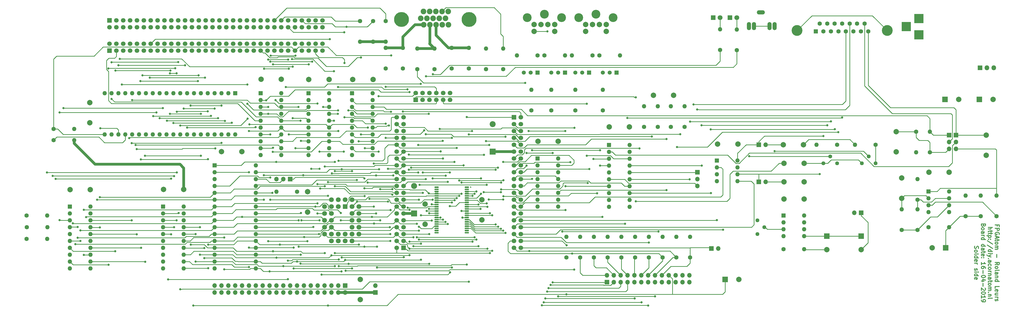
<source format=gbr>
G04 #@! TF.GenerationSoftware,KiCad,Pcbnew,(5.0.2-5)-5*
G04 #@! TF.CreationDate,2019-04-21T12:33:13+02:00*
G04 #@! TF.ProjectId,FPGAtom,46504741-746f-46d2-9e6b-696361645f70,rev?*
G04 #@! TF.SameCoordinates,Original*
G04 #@! TF.FileFunction,Copper,L4,Bot*
G04 #@! TF.FilePolarity,Positive*
%FSLAX46Y46*%
G04 Gerber Fmt 4.6, Leading zero omitted, Abs format (unit mm)*
G04 Created by KiCad (PCBNEW (5.0.2-5)-5) date Sunday, 21 April 2019 at 12:33:13*
%MOMM*%
%LPD*%
G01*
G04 APERTURE LIST*
G04 #@! TA.AperFunction,NonConductor*
%ADD10C,0.300000*%
G04 #@! TD*
G04 #@! TA.AperFunction,ComponentPad*
%ADD11O,1.600000X1.600000*%
G04 #@! TD*
G04 #@! TA.AperFunction,ComponentPad*
%ADD12C,1.600000*%
G04 #@! TD*
G04 #@! TA.AperFunction,ComponentPad*
%ADD13C,1.700000*%
G04 #@! TD*
G04 #@! TA.AperFunction,ComponentPad*
%ADD14R,1.700000X1.700000*%
G04 #@! TD*
G04 #@! TA.AperFunction,ComponentPad*
%ADD15C,1.520000*%
G04 #@! TD*
G04 #@! TA.AperFunction,ComponentPad*
%ADD16R,1.520000X1.520000*%
G04 #@! TD*
G04 #@! TA.AperFunction,ComponentPad*
%ADD17R,1.600000X1.600000*%
G04 #@! TD*
G04 #@! TA.AperFunction,ComponentPad*
%ADD18O,1.700000X1.700000*%
G04 #@! TD*
G04 #@! TA.AperFunction,ComponentPad*
%ADD19C,2.000000*%
G04 #@! TD*
G04 #@! TA.AperFunction,ComponentPad*
%ADD20C,1.800000*%
G04 #@! TD*
G04 #@! TA.AperFunction,ComponentPad*
%ADD21R,1.800000X1.800000*%
G04 #@! TD*
G04 #@! TA.AperFunction,ComponentPad*
%ADD22C,2.080000*%
G04 #@! TD*
G04 #@! TA.AperFunction,ComponentPad*
%ADD23C,5.500000*%
G04 #@! TD*
G04 #@! TA.AperFunction,ComponentPad*
%ADD24R,2.000000X2.000000*%
G04 #@! TD*
G04 #@! TA.AperFunction,ComponentPad*
%ADD25R,2.200000X2.200000*%
G04 #@! TD*
G04 #@! TA.AperFunction,ComponentPad*
%ADD26O,2.200000X2.200000*%
G04 #@! TD*
G04 #@! TA.AperFunction,ComponentPad*
%ADD27R,3.500000X3.500000*%
G04 #@! TD*
G04 #@! TA.AperFunction,ComponentPad*
%ADD28C,1.440000*%
G04 #@! TD*
G04 #@! TA.AperFunction,ComponentPad*
%ADD29O,3.000000X1.524000*%
G04 #@! TD*
G04 #@! TA.AperFunction,ComponentPad*
%ADD30O,1.524000X3.000000*%
G04 #@! TD*
G04 #@! TA.AperFunction,ComponentPad*
%ADD31C,3.250000*%
G04 #@! TD*
G04 #@! TA.AperFunction,ComponentPad*
%ADD32C,4.000000*%
G04 #@! TD*
G04 #@! TA.AperFunction,Conductor*
%ADD33C,0.100000*%
G04 #@! TD*
G04 #@! TA.AperFunction,SMDPad,CuDef*
%ADD34C,0.550000*%
G04 #@! TD*
G04 #@! TA.AperFunction,ComponentPad*
%ADD35O,1.800000X1.800000*%
G04 #@! TD*
G04 #@! TA.AperFunction,ViaPad*
%ADD36C,0.800000*%
G04 #@! TD*
G04 #@! TA.AperFunction,Conductor*
%ADD37C,0.250000*%
G04 #@! TD*
G04 #@! TA.AperFunction,Conductor*
%ADD38C,1.000000*%
G04 #@! TD*
G04 APERTURE END LIST*
D10*
X394711142Y-162232285D02*
X394711142Y-161732285D01*
X393925428Y-161732285D02*
X395425428Y-161732285D01*
X395425428Y-162446571D01*
X393925428Y-163018000D02*
X395425428Y-163018000D01*
X395425428Y-163589428D01*
X395354000Y-163732285D01*
X395282571Y-163803714D01*
X395139714Y-163875142D01*
X394925428Y-163875142D01*
X394782571Y-163803714D01*
X394711142Y-163732285D01*
X394639714Y-163589428D01*
X394639714Y-163018000D01*
X395354000Y-165303714D02*
X395425428Y-165160857D01*
X395425428Y-164946571D01*
X395354000Y-164732285D01*
X395211142Y-164589428D01*
X395068285Y-164518000D01*
X394782571Y-164446571D01*
X394568285Y-164446571D01*
X394282571Y-164518000D01*
X394139714Y-164589428D01*
X393996857Y-164732285D01*
X393925428Y-164946571D01*
X393925428Y-165089428D01*
X393996857Y-165303714D01*
X394068285Y-165375142D01*
X394568285Y-165375142D01*
X394568285Y-165089428D01*
X394354000Y-165946571D02*
X394354000Y-166660857D01*
X393925428Y-165803714D02*
X395425428Y-166303714D01*
X393925428Y-166803714D01*
X394925428Y-167089428D02*
X394925428Y-167660857D01*
X395425428Y-167303714D02*
X394139714Y-167303714D01*
X393996857Y-167375142D01*
X393925428Y-167518000D01*
X393925428Y-167660857D01*
X393925428Y-168375142D02*
X393996857Y-168232285D01*
X394068285Y-168160857D01*
X394211142Y-168089428D01*
X394639714Y-168089428D01*
X394782571Y-168160857D01*
X394854000Y-168232285D01*
X394925428Y-168375142D01*
X394925428Y-168589428D01*
X394854000Y-168732285D01*
X394782571Y-168803714D01*
X394639714Y-168875142D01*
X394211142Y-168875142D01*
X394068285Y-168803714D01*
X393996857Y-168732285D01*
X393925428Y-168589428D01*
X393925428Y-168375142D01*
X393925428Y-169518000D02*
X394925428Y-169518000D01*
X394782571Y-169518000D02*
X394854000Y-169589428D01*
X394925428Y-169732285D01*
X394925428Y-169946571D01*
X394854000Y-170089428D01*
X394711142Y-170160857D01*
X393925428Y-170160857D01*
X394711142Y-170160857D02*
X394854000Y-170232285D01*
X394925428Y-170375142D01*
X394925428Y-170589428D01*
X394854000Y-170732285D01*
X394711142Y-170803714D01*
X393925428Y-170803714D01*
X394496857Y-172660857D02*
X394496857Y-173803714D01*
X393925428Y-176518000D02*
X394639714Y-176018000D01*
X393925428Y-175660857D02*
X395425428Y-175660857D01*
X395425428Y-176232285D01*
X395354000Y-176375142D01*
X395282571Y-176446571D01*
X395139714Y-176518000D01*
X394925428Y-176518000D01*
X394782571Y-176446571D01*
X394711142Y-176375142D01*
X394639714Y-176232285D01*
X394639714Y-175660857D01*
X393925428Y-177375142D02*
X393996857Y-177232285D01*
X394068285Y-177160857D01*
X394211142Y-177089428D01*
X394639714Y-177089428D01*
X394782571Y-177160857D01*
X394854000Y-177232285D01*
X394925428Y-177375142D01*
X394925428Y-177589428D01*
X394854000Y-177732285D01*
X394782571Y-177803714D01*
X394639714Y-177875142D01*
X394211142Y-177875142D01*
X394068285Y-177803714D01*
X393996857Y-177732285D01*
X393925428Y-177589428D01*
X393925428Y-177375142D01*
X393925428Y-178732285D02*
X393996857Y-178589428D01*
X394139714Y-178518000D01*
X395425428Y-178518000D01*
X393925428Y-179946571D02*
X394711142Y-179946571D01*
X394854000Y-179875142D01*
X394925428Y-179732285D01*
X394925428Y-179446571D01*
X394854000Y-179303714D01*
X393996857Y-179946571D02*
X393925428Y-179803714D01*
X393925428Y-179446571D01*
X393996857Y-179303714D01*
X394139714Y-179232285D01*
X394282571Y-179232285D01*
X394425428Y-179303714D01*
X394496857Y-179446571D01*
X394496857Y-179803714D01*
X394568285Y-179946571D01*
X394925428Y-180660857D02*
X393925428Y-180660857D01*
X394782571Y-180660857D02*
X394854000Y-180732285D01*
X394925428Y-180875142D01*
X394925428Y-181089428D01*
X394854000Y-181232285D01*
X394711142Y-181303714D01*
X393925428Y-181303714D01*
X393925428Y-182660857D02*
X395425428Y-182660857D01*
X393996857Y-182660857D02*
X393925428Y-182518000D01*
X393925428Y-182232285D01*
X393996857Y-182089428D01*
X394068285Y-182018000D01*
X394211142Y-181946571D01*
X394639714Y-181946571D01*
X394782571Y-182018000D01*
X394854000Y-182089428D01*
X394925428Y-182232285D01*
X394925428Y-182518000D01*
X394854000Y-182660857D01*
X393925428Y-185232285D02*
X393925428Y-184518000D01*
X395425428Y-184518000D01*
X393996857Y-186303714D02*
X393925428Y-186160857D01*
X393925428Y-185875142D01*
X393996857Y-185732285D01*
X394139714Y-185660857D01*
X394711142Y-185660857D01*
X394854000Y-185732285D01*
X394925428Y-185875142D01*
X394925428Y-186160857D01*
X394854000Y-186303714D01*
X394711142Y-186375142D01*
X394568285Y-186375142D01*
X394425428Y-185660857D01*
X394925428Y-187660857D02*
X393925428Y-187660857D01*
X394925428Y-187018000D02*
X394139714Y-187018000D01*
X393996857Y-187089428D01*
X393925428Y-187232285D01*
X393925428Y-187446571D01*
X393996857Y-187589428D01*
X394068285Y-187660857D01*
X393925428Y-188375142D02*
X394925428Y-188375142D01*
X394639714Y-188375142D02*
X394782571Y-188446571D01*
X394854000Y-188518000D01*
X394925428Y-188660857D01*
X394925428Y-188803714D01*
X393996857Y-189232285D02*
X393925428Y-189375142D01*
X393925428Y-189660857D01*
X393996857Y-189803714D01*
X394139714Y-189875142D01*
X394211142Y-189875142D01*
X394354000Y-189803714D01*
X394425428Y-189660857D01*
X394425428Y-189446571D01*
X394496857Y-189303714D01*
X394639714Y-189232285D01*
X394711142Y-189232285D01*
X394854000Y-189303714D01*
X394925428Y-189446571D01*
X394925428Y-189660857D01*
X394854000Y-189803714D01*
X391375428Y-162660857D02*
X392875428Y-162660857D01*
X391375428Y-163303714D02*
X392161142Y-163303714D01*
X392304000Y-163232285D01*
X392375428Y-163089428D01*
X392375428Y-162875142D01*
X392304000Y-162732285D01*
X392232571Y-162660857D01*
X392375428Y-163803714D02*
X392375428Y-164375142D01*
X392875428Y-164018000D02*
X391589714Y-164018000D01*
X391446857Y-164089428D01*
X391375428Y-164232285D01*
X391375428Y-164375142D01*
X392375428Y-164660857D02*
X392375428Y-165232285D01*
X392875428Y-164875142D02*
X391589714Y-164875142D01*
X391446857Y-164946571D01*
X391375428Y-165089428D01*
X391375428Y-165232285D01*
X392375428Y-165732285D02*
X390875428Y-165732285D01*
X392304000Y-165732285D02*
X392375428Y-165875142D01*
X392375428Y-166160857D01*
X392304000Y-166303714D01*
X392232571Y-166375142D01*
X392089714Y-166446571D01*
X391661142Y-166446571D01*
X391518285Y-166375142D01*
X391446857Y-166303714D01*
X391375428Y-166160857D01*
X391375428Y-165875142D01*
X391446857Y-165732285D01*
X391518285Y-167089428D02*
X391446857Y-167160857D01*
X391375428Y-167089428D01*
X391446857Y-167018000D01*
X391518285Y-167089428D01*
X391375428Y-167089428D01*
X392304000Y-167089428D02*
X392232571Y-167160857D01*
X392161142Y-167089428D01*
X392232571Y-167018000D01*
X392304000Y-167089428D01*
X392161142Y-167089428D01*
X392946857Y-168875142D02*
X391018285Y-167589428D01*
X392946857Y-170446571D02*
X391018285Y-169160857D01*
X391375428Y-171589428D02*
X392875428Y-171589428D01*
X391446857Y-171589428D02*
X391375428Y-171446571D01*
X391375428Y-171160857D01*
X391446857Y-171018000D01*
X391518285Y-170946571D01*
X391661142Y-170875142D01*
X392089714Y-170875142D01*
X392232571Y-170946571D01*
X392304000Y-171018000D01*
X392375428Y-171160857D01*
X392375428Y-171446571D01*
X392304000Y-171589428D01*
X391375428Y-172303714D02*
X392375428Y-172303714D01*
X392875428Y-172303714D02*
X392804000Y-172232285D01*
X392732571Y-172303714D01*
X392804000Y-172375142D01*
X392875428Y-172303714D01*
X392732571Y-172303714D01*
X392375428Y-172875142D02*
X391375428Y-173232285D01*
X392375428Y-173589428D02*
X391375428Y-173232285D01*
X391018285Y-173089428D01*
X390946857Y-173018000D01*
X390875428Y-172875142D01*
X391518285Y-174160857D02*
X391446857Y-174232285D01*
X391375428Y-174160857D01*
X391446857Y-174089428D01*
X391518285Y-174160857D01*
X391375428Y-174160857D01*
X391375428Y-175518000D02*
X392161142Y-175518000D01*
X392304000Y-175446571D01*
X392375428Y-175303714D01*
X392375428Y-175018000D01*
X392304000Y-174875142D01*
X391446857Y-175518000D02*
X391375428Y-175375142D01*
X391375428Y-175018000D01*
X391446857Y-174875142D01*
X391589714Y-174803714D01*
X391732571Y-174803714D01*
X391875428Y-174875142D01*
X391946857Y-175018000D01*
X391946857Y-175375142D01*
X392018285Y-175518000D01*
X391446857Y-176875142D02*
X391375428Y-176732285D01*
X391375428Y-176446571D01*
X391446857Y-176303714D01*
X391518285Y-176232285D01*
X391661142Y-176160857D01*
X392089714Y-176160857D01*
X392232571Y-176232285D01*
X392304000Y-176303714D01*
X392375428Y-176446571D01*
X392375428Y-176732285D01*
X392304000Y-176875142D01*
X391375428Y-177732285D02*
X391446857Y-177589428D01*
X391518285Y-177518000D01*
X391661142Y-177446571D01*
X392089714Y-177446571D01*
X392232571Y-177518000D01*
X392304000Y-177589428D01*
X392375428Y-177732285D01*
X392375428Y-177946571D01*
X392304000Y-178089428D01*
X392232571Y-178160857D01*
X392089714Y-178232285D01*
X391661142Y-178232285D01*
X391518285Y-178160857D01*
X391446857Y-178089428D01*
X391375428Y-177946571D01*
X391375428Y-177732285D01*
X391375428Y-178875142D02*
X392375428Y-178875142D01*
X392089714Y-178875142D02*
X392232571Y-178946571D01*
X392304000Y-179018000D01*
X392375428Y-179160857D01*
X392375428Y-179303714D01*
X392375428Y-179803714D02*
X391375428Y-179803714D01*
X392232571Y-179803714D02*
X392304000Y-179875142D01*
X392375428Y-180018000D01*
X392375428Y-180232285D01*
X392304000Y-180375142D01*
X392161142Y-180446571D01*
X391375428Y-180446571D01*
X391375428Y-181803714D02*
X392161142Y-181803714D01*
X392304000Y-181732285D01*
X392375428Y-181589428D01*
X392375428Y-181303714D01*
X392304000Y-181160857D01*
X391446857Y-181803714D02*
X391375428Y-181660857D01*
X391375428Y-181303714D01*
X391446857Y-181160857D01*
X391589714Y-181089428D01*
X391732571Y-181089428D01*
X391875428Y-181160857D01*
X391946857Y-181303714D01*
X391946857Y-181660857D01*
X392018285Y-181803714D01*
X392375428Y-182303714D02*
X392375428Y-182875142D01*
X392875428Y-182518000D02*
X391589714Y-182518000D01*
X391446857Y-182589428D01*
X391375428Y-182732285D01*
X391375428Y-182875142D01*
X391375428Y-183589428D02*
X391446857Y-183446571D01*
X391518285Y-183375142D01*
X391661142Y-183303714D01*
X392089714Y-183303714D01*
X392232571Y-183375142D01*
X392304000Y-183446571D01*
X392375428Y-183589428D01*
X392375428Y-183803714D01*
X392304000Y-183946571D01*
X392232571Y-184018000D01*
X392089714Y-184089428D01*
X391661142Y-184089428D01*
X391518285Y-184018000D01*
X391446857Y-183946571D01*
X391375428Y-183803714D01*
X391375428Y-183589428D01*
X391375428Y-184732285D02*
X392375428Y-184732285D01*
X392232571Y-184732285D02*
X392304000Y-184803714D01*
X392375428Y-184946571D01*
X392375428Y-185160857D01*
X392304000Y-185303714D01*
X392161142Y-185375142D01*
X391375428Y-185375142D01*
X392161142Y-185375142D02*
X392304000Y-185446571D01*
X392375428Y-185589428D01*
X392375428Y-185803714D01*
X392304000Y-185946571D01*
X392161142Y-186018000D01*
X391375428Y-186018000D01*
X391518285Y-186732285D02*
X391446857Y-186803714D01*
X391375428Y-186732285D01*
X391446857Y-186660857D01*
X391518285Y-186732285D01*
X391375428Y-186732285D01*
X392375428Y-187446571D02*
X391375428Y-187446571D01*
X392232571Y-187446571D02*
X392304000Y-187518000D01*
X392375428Y-187660857D01*
X392375428Y-187875142D01*
X392304000Y-188018000D01*
X392161142Y-188089428D01*
X391375428Y-188089428D01*
X391375428Y-189018000D02*
X391446857Y-188875142D01*
X391589714Y-188803714D01*
X392875428Y-188803714D01*
X389611142Y-161875142D02*
X389539714Y-162089428D01*
X389468285Y-162160857D01*
X389325428Y-162232285D01*
X389111142Y-162232285D01*
X388968285Y-162160857D01*
X388896857Y-162089428D01*
X388825428Y-161946571D01*
X388825428Y-161375142D01*
X390325428Y-161375142D01*
X390325428Y-161875142D01*
X390254000Y-162018000D01*
X390182571Y-162089428D01*
X390039714Y-162160857D01*
X389896857Y-162160857D01*
X389754000Y-162089428D01*
X389682571Y-162018000D01*
X389611142Y-161875142D01*
X389611142Y-161375142D01*
X388825428Y-163089428D02*
X388896857Y-162946571D01*
X388968285Y-162875142D01*
X389111142Y-162803714D01*
X389539714Y-162803714D01*
X389682571Y-162875142D01*
X389754000Y-162946571D01*
X389825428Y-163089428D01*
X389825428Y-163303714D01*
X389754000Y-163446571D01*
X389682571Y-163518000D01*
X389539714Y-163589428D01*
X389111142Y-163589428D01*
X388968285Y-163518000D01*
X388896857Y-163446571D01*
X388825428Y-163303714D01*
X388825428Y-163089428D01*
X388825428Y-164875142D02*
X389611142Y-164875142D01*
X389754000Y-164803714D01*
X389825428Y-164660857D01*
X389825428Y-164375142D01*
X389754000Y-164232285D01*
X388896857Y-164875142D02*
X388825428Y-164732285D01*
X388825428Y-164375142D01*
X388896857Y-164232285D01*
X389039714Y-164160857D01*
X389182571Y-164160857D01*
X389325428Y-164232285D01*
X389396857Y-164375142D01*
X389396857Y-164732285D01*
X389468285Y-164875142D01*
X388825428Y-165589428D02*
X389825428Y-165589428D01*
X389539714Y-165589428D02*
X389682571Y-165660857D01*
X389754000Y-165732285D01*
X389825428Y-165875142D01*
X389825428Y-166018000D01*
X388825428Y-167160857D02*
X390325428Y-167160857D01*
X388896857Y-167160857D02*
X388825428Y-167018000D01*
X388825428Y-166732285D01*
X388896857Y-166589428D01*
X388968285Y-166518000D01*
X389111142Y-166446571D01*
X389539714Y-166446571D01*
X389682571Y-166518000D01*
X389754000Y-166589428D01*
X389825428Y-166732285D01*
X389825428Y-167018000D01*
X389754000Y-167160857D01*
X388825428Y-169660857D02*
X390325428Y-169660857D01*
X388896857Y-169660857D02*
X388825428Y-169518000D01*
X388825428Y-169232285D01*
X388896857Y-169089428D01*
X388968285Y-169018000D01*
X389111142Y-168946571D01*
X389539714Y-168946571D01*
X389682571Y-169018000D01*
X389754000Y-169089428D01*
X389825428Y-169232285D01*
X389825428Y-169518000D01*
X389754000Y-169660857D01*
X388825428Y-171018000D02*
X389611142Y-171018000D01*
X389754000Y-170946571D01*
X389825428Y-170803714D01*
X389825428Y-170518000D01*
X389754000Y-170375142D01*
X388896857Y-171018000D02*
X388825428Y-170875142D01*
X388825428Y-170518000D01*
X388896857Y-170375142D01*
X389039714Y-170303714D01*
X389182571Y-170303714D01*
X389325428Y-170375142D01*
X389396857Y-170518000D01*
X389396857Y-170875142D01*
X389468285Y-171018000D01*
X389825428Y-171518000D02*
X389825428Y-172089428D01*
X390325428Y-171732285D02*
X389039714Y-171732285D01*
X388896857Y-171803714D01*
X388825428Y-171946571D01*
X388825428Y-172089428D01*
X388896857Y-173160857D02*
X388825428Y-173018000D01*
X388825428Y-172732285D01*
X388896857Y-172589428D01*
X389039714Y-172518000D01*
X389611142Y-172518000D01*
X389754000Y-172589428D01*
X389825428Y-172732285D01*
X389825428Y-173018000D01*
X389754000Y-173160857D01*
X389611142Y-173232285D01*
X389468285Y-173232285D01*
X389325428Y-172518000D01*
X388968285Y-173875142D02*
X388896857Y-173946571D01*
X388825428Y-173875142D01*
X388896857Y-173803714D01*
X388968285Y-173875142D01*
X388825428Y-173875142D01*
X389754000Y-173875142D02*
X389682571Y-173946571D01*
X389611142Y-173875142D01*
X389682571Y-173803714D01*
X389754000Y-173875142D01*
X389611142Y-173875142D01*
X388825428Y-176518000D02*
X388825428Y-175660857D01*
X388825428Y-176089428D02*
X390325428Y-176089428D01*
X390111142Y-175946571D01*
X389968285Y-175803714D01*
X389896857Y-175660857D01*
X390325428Y-177803714D02*
X390325428Y-177518000D01*
X390254000Y-177375142D01*
X390182571Y-177303714D01*
X389968285Y-177160857D01*
X389682571Y-177089428D01*
X389111142Y-177089428D01*
X388968285Y-177160857D01*
X388896857Y-177232285D01*
X388825428Y-177375142D01*
X388825428Y-177660857D01*
X388896857Y-177803714D01*
X388968285Y-177875142D01*
X389111142Y-177946571D01*
X389468285Y-177946571D01*
X389611142Y-177875142D01*
X389682571Y-177803714D01*
X389754000Y-177660857D01*
X389754000Y-177375142D01*
X389682571Y-177232285D01*
X389611142Y-177160857D01*
X389468285Y-177089428D01*
X389396857Y-178589428D02*
X389396857Y-179732285D01*
X390325428Y-180732285D02*
X390325428Y-180875142D01*
X390254000Y-181018000D01*
X390182571Y-181089428D01*
X390039714Y-181160857D01*
X389754000Y-181232285D01*
X389396857Y-181232285D01*
X389111142Y-181160857D01*
X388968285Y-181089428D01*
X388896857Y-181018000D01*
X388825428Y-180875142D01*
X388825428Y-180732285D01*
X388896857Y-180589428D01*
X388968285Y-180518000D01*
X389111142Y-180446571D01*
X389396857Y-180375142D01*
X389754000Y-180375142D01*
X390039714Y-180446571D01*
X390182571Y-180518000D01*
X390254000Y-180589428D01*
X390325428Y-180732285D01*
X389825428Y-182518000D02*
X388825428Y-182518000D01*
X390396857Y-182160857D02*
X389325428Y-181803714D01*
X389325428Y-182732285D01*
X389396857Y-183303714D02*
X389396857Y-184446571D01*
X390182571Y-185089428D02*
X390254000Y-185160857D01*
X390325428Y-185303714D01*
X390325428Y-185660857D01*
X390254000Y-185803714D01*
X390182571Y-185875142D01*
X390039714Y-185946571D01*
X389896857Y-185946571D01*
X389682571Y-185875142D01*
X388825428Y-185018000D01*
X388825428Y-185946571D01*
X390325428Y-186875142D02*
X390325428Y-187018000D01*
X390254000Y-187160857D01*
X390182571Y-187232285D01*
X390039714Y-187303714D01*
X389754000Y-187375142D01*
X389396857Y-187375142D01*
X389111142Y-187303714D01*
X388968285Y-187232285D01*
X388896857Y-187160857D01*
X388825428Y-187018000D01*
X388825428Y-186875142D01*
X388896857Y-186732285D01*
X388968285Y-186660857D01*
X389111142Y-186589428D01*
X389396857Y-186518000D01*
X389754000Y-186518000D01*
X390039714Y-186589428D01*
X390182571Y-186660857D01*
X390254000Y-186732285D01*
X390325428Y-186875142D01*
X388825428Y-188803714D02*
X388825428Y-187946571D01*
X388825428Y-188375142D02*
X390325428Y-188375142D01*
X390111142Y-188232285D01*
X389968285Y-188089428D01*
X389896857Y-187946571D01*
X388825428Y-189518000D02*
X388825428Y-189803714D01*
X388896857Y-189946571D01*
X388968285Y-190018000D01*
X389182571Y-190160857D01*
X389468285Y-190232285D01*
X390039714Y-190232285D01*
X390182571Y-190160857D01*
X390254000Y-190089428D01*
X390325428Y-189946571D01*
X390325428Y-189660857D01*
X390254000Y-189518000D01*
X390182571Y-189446571D01*
X390039714Y-189375142D01*
X389682571Y-189375142D01*
X389539714Y-189446571D01*
X389468285Y-189518000D01*
X389396857Y-189660857D01*
X389396857Y-189946571D01*
X389468285Y-190089428D01*
X389539714Y-190160857D01*
X389682571Y-190232285D01*
X386346857Y-169625142D02*
X386275428Y-169839428D01*
X386275428Y-170196571D01*
X386346857Y-170339428D01*
X386418285Y-170410857D01*
X386561142Y-170482285D01*
X386704000Y-170482285D01*
X386846857Y-170410857D01*
X386918285Y-170339428D01*
X386989714Y-170196571D01*
X387061142Y-169910857D01*
X387132571Y-169768000D01*
X387204000Y-169696571D01*
X387346857Y-169625142D01*
X387489714Y-169625142D01*
X387632571Y-169696571D01*
X387704000Y-169768000D01*
X387775428Y-169910857D01*
X387775428Y-170268000D01*
X387704000Y-170482285D01*
X386275428Y-171339428D02*
X386346857Y-171196571D01*
X386418285Y-171125142D01*
X386561142Y-171053714D01*
X386989714Y-171053714D01*
X387132571Y-171125142D01*
X387204000Y-171196571D01*
X387275428Y-171339428D01*
X387275428Y-171553714D01*
X387204000Y-171696571D01*
X387132571Y-171768000D01*
X386989714Y-171839428D01*
X386561142Y-171839428D01*
X386418285Y-171768000D01*
X386346857Y-171696571D01*
X386275428Y-171553714D01*
X386275428Y-171339428D01*
X386275428Y-172696571D02*
X386346857Y-172553714D01*
X386489714Y-172482285D01*
X387775428Y-172482285D01*
X386275428Y-173910857D02*
X387775428Y-173910857D01*
X386346857Y-173910857D02*
X386275428Y-173768000D01*
X386275428Y-173482285D01*
X386346857Y-173339428D01*
X386418285Y-173268000D01*
X386561142Y-173196571D01*
X386989714Y-173196571D01*
X387132571Y-173268000D01*
X387204000Y-173339428D01*
X387275428Y-173482285D01*
X387275428Y-173768000D01*
X387204000Y-173910857D01*
X386346857Y-175196571D02*
X386275428Y-175053714D01*
X386275428Y-174768000D01*
X386346857Y-174625142D01*
X386489714Y-174553714D01*
X387061142Y-174553714D01*
X387204000Y-174625142D01*
X387275428Y-174768000D01*
X387275428Y-175053714D01*
X387204000Y-175196571D01*
X387061142Y-175268000D01*
X386918285Y-175268000D01*
X386775428Y-174553714D01*
X386275428Y-175910857D02*
X387275428Y-175910857D01*
X386989714Y-175910857D02*
X387132571Y-175982285D01*
X387204000Y-176053714D01*
X387275428Y-176196571D01*
X387275428Y-176339428D01*
X386346857Y-177910857D02*
X386275428Y-178053714D01*
X386275428Y-178339428D01*
X386346857Y-178482285D01*
X386489714Y-178553714D01*
X386561142Y-178553714D01*
X386704000Y-178482285D01*
X386775428Y-178339428D01*
X386775428Y-178125142D01*
X386846857Y-177982285D01*
X386989714Y-177910857D01*
X387061142Y-177910857D01*
X387204000Y-177982285D01*
X387275428Y-178125142D01*
X387275428Y-178339428D01*
X387204000Y-178482285D01*
X386275428Y-179196571D02*
X387275428Y-179196571D01*
X387775428Y-179196571D02*
X387704000Y-179125142D01*
X387632571Y-179196571D01*
X387704000Y-179268000D01*
X387775428Y-179196571D01*
X387632571Y-179196571D01*
X386275428Y-180553714D02*
X387775428Y-180553714D01*
X386346857Y-180553714D02*
X386275428Y-180410857D01*
X386275428Y-180125142D01*
X386346857Y-179982285D01*
X386418285Y-179910857D01*
X386561142Y-179839428D01*
X386989714Y-179839428D01*
X387132571Y-179910857D01*
X387204000Y-179982285D01*
X387275428Y-180125142D01*
X387275428Y-180410857D01*
X387204000Y-180553714D01*
X386346857Y-181839428D02*
X386275428Y-181696571D01*
X386275428Y-181410857D01*
X386346857Y-181268000D01*
X386489714Y-181196571D01*
X387061142Y-181196571D01*
X387204000Y-181268000D01*
X387275428Y-181410857D01*
X387275428Y-181696571D01*
X387204000Y-181839428D01*
X387061142Y-181910857D01*
X386918285Y-181910857D01*
X386775428Y-181196571D01*
X200025000Y-147728714D02*
X199953571Y-147800142D01*
X200025000Y-147871571D01*
X200096428Y-147800142D01*
X200025000Y-147728714D01*
X200025000Y-147871571D01*
D11*
G04 #@! TO.P,R53,2*
G04 #@! TO.N,Net-(C22-Pad1)*
X327914000Y-132080000D03*
D12*
G04 #@! TO.P,R53,1*
G04 #@! TO.N,Net-(R53-Pad1)*
X335534000Y-132080000D03*
G04 #@! TD*
G04 #@! TO.P,R52,1*
G04 #@! TO.N,Net-(R52-Pad1)*
X349758000Y-132080000D03*
D11*
G04 #@! TO.P,R52,2*
G04 #@! TO.N,Net-(C21-Pad1)*
X342138000Y-132080000D03*
G04 #@! TD*
D13*
G04 #@! TO.P,U11,92*
G04 #@! TO.N,/RDY*
X179730000Y-112990000D03*
G04 #@! TO.P,U11,91*
G04 #@! TO.N,/SYNC*
X182270000Y-112990000D03*
G04 #@! TO.P,U11,90*
G04 #@! TO.N,/SO*
X184810000Y-112990000D03*
G04 #@! TO.P,U11,89*
G04 #@! TO.N,Net-(R17-Pad1)*
X187350000Y-112990000D03*
G04 #@! TO.P,U11,87*
G04 #@! TO.N,GNDD*
X189890000Y-112990000D03*
G04 #@! TO.P,U11,88*
G04 #@! TO.N,Net-(R24-Pad1)*
X192430000Y-112990000D03*
G04 #@! TO.P,U11,86*
G04 #@! TO.N,N/C*
X192430000Y-115530000D03*
G04 #@! TO.P,U11,85*
G04 #@! TO.N,Net-(U11-Pad85)*
X189890000Y-115530000D03*
G04 #@! TO.P,U11,84*
G04 #@! TO.N,/CAS_out*
X187350000Y-115530000D03*
G04 #@! TO.P,U11,83*
G04 #@! TO.N,Net-(R11-Pad1)*
X184810000Y-115530000D03*
G04 #@! TO.P,U11,82*
G04 #@! TO.N,Net-(R10-Pad1)*
X182270000Y-115530000D03*
D14*
G04 #@! TO.P,U11,81*
G04 #@! TO.N,Net-(C23-Pad2)*
X179730000Y-115530000D03*
D13*
G04 #@! TO.P,U11,80*
G04 #@! TO.N,Net-(R14-Pad1)*
X218550000Y-121930000D03*
G04 #@! TO.P,U11,79*
G04 #@! TO.N,Net-(R19-Pad1)*
X218550000Y-124470000D03*
G04 #@! TO.P,U11,78*
G04 #@! TO.N,Net-(R20-Pad1)*
X218550000Y-127010000D03*
G04 #@! TO.P,U11,77*
G04 #@! TO.N,Net-(R22-Pad1)*
X218550000Y-129550000D03*
G04 #@! TO.P,U11,76*
G04 #@! TO.N,Net-(R25-Pad1)*
X218550000Y-132090000D03*
G04 #@! TO.P,U11,75*
G04 #@! TO.N,GNDD*
X218550000Y-134630000D03*
G04 #@! TO.P,U11,74*
G04 #@! TO.N,Net-(R12-Pad1)*
X218550000Y-137170000D03*
G04 #@! TO.P,U11,72*
G04 #@! TO.N,Net-(Q1-Pad3)*
X218550000Y-139710000D03*
G04 #@! TO.P,U11,73*
G04 #@! TO.N,Net-(Q3-Pad3)*
X218550000Y-142250000D03*
G04 #@! TO.P,U11,71*
G04 #@! TO.N,Net-(U11-Pad71)*
X218550000Y-144790000D03*
G04 #@! TO.P,U11,70*
G04 #@! TO.N,Net-(U11-Pad70)*
X218550000Y-147330000D03*
G04 #@! TO.P,U11,69*
G04 #@! TO.N,/A18*
X218550000Y-149870000D03*
G04 #@! TO.P,U11,68*
G04 #@! TO.N,/A17*
X218550000Y-152410000D03*
G04 #@! TO.P,U11,67*
G04 #@! TO.N,Net-(U11-Pad67)*
X218550000Y-154950000D03*
G04 #@! TO.P,U11,66*
G04 #@! TO.N,GNDD*
X218550000Y-157490000D03*
G04 #@! TO.P,U11,65*
G04 #@! TO.N,Net-(U11-Pad65)*
X218550000Y-160030000D03*
G04 #@! TO.P,U11,64*
G04 #@! TO.N,Net-(U11-Pad64)*
X218550000Y-162570000D03*
G04 #@! TO.P,U11,63*
G04 #@! TO.N,Net-(U11-Pad63)*
X218550000Y-165110000D03*
G04 #@! TO.P,U11,62*
G04 #@! TO.N,/RST*
X218550000Y-167650000D03*
G04 #@! TO.P,U11,61*
G04 #@! TO.N,Net-(J14-Pad18)*
X218550000Y-170190000D03*
G04 #@! TO.P,U11,60*
G04 #@! TO.N,Net-(J14-Pad16)*
X216010000Y-170190000D03*
G04 #@! TO.P,U11,59*
G04 #@! TO.N,Net-(J14-Pad14)*
X216010000Y-167650000D03*
G04 #@! TO.P,U11,58*
G04 #@! TO.N,Net-(J14-Pad12)*
X216010000Y-165110000D03*
G04 #@! TO.P,U11,57*
G04 #@! TO.N,Net-(J14-Pad10)*
X216010000Y-162570000D03*
G04 #@! TO.P,U11,56*
G04 #@! TO.N,Net-(J14-Pad8)*
X216010000Y-160030000D03*
G04 #@! TO.P,U11,55*
G04 #@! TO.N,N/C*
X216010000Y-157490000D03*
G04 #@! TO.P,U11,54*
G04 #@! TO.N,Net-(J14-Pad6)*
X216010000Y-154950000D03*
G04 #@! TO.P,U11,53*
G04 #@! TO.N,Net-(J14-Pad4)*
X216010000Y-152410000D03*
G04 #@! TO.P,U11,52*
G04 #@! TO.N,Net-(J14-Pad2)*
X216010000Y-149870000D03*
G04 #@! TO.P,U11,51*
G04 #@! TO.N,Net-(U11-Pad51)*
X216010000Y-147330000D03*
G04 #@! TO.P,U11,50*
G04 #@! TO.N,Net-(U11-Pad50)*
X216010000Y-144790000D03*
G04 #@! TO.P,U11,49*
G04 #@! TO.N,Net-(U11-Pad49)*
X216010000Y-142250000D03*
G04 #@! TO.P,U11,48*
G04 #@! TO.N,Net-(U11-Pad48)*
X216010000Y-139710000D03*
G04 #@! TO.P,U11,47*
G04 #@! TO.N,Net-(J9-Pad1)*
X216010000Y-137170000D03*
G04 #@! TO.P,U11,46*
G04 #@! TO.N,Net-(D3-Pad1)*
X216010000Y-134630000D03*
G04 #@! TO.P,U11,45*
G04 #@! TO.N,Net-(J9-Pad5)*
X216010000Y-132090000D03*
G04 #@! TO.P,U11,44*
G04 #@! TO.N,Net-(J9-Pad2)*
X216010000Y-129550000D03*
G04 #@! TO.P,U11,43*
G04 #@! TO.N,Net-(J9-Pad7)*
X216010000Y-127010000D03*
G04 #@! TO.P,U11,42*
G04 #@! TO.N,/CS_TUBE*
X216010000Y-124470000D03*
D14*
G04 #@! TO.P,U11,41*
G04 #@! TO.N,/BUF_DIR*
X216010000Y-121930000D03*
D13*
G04 #@! TO.P,U11,40*
G04 #@! TO.N,/D2*
X172720000Y-170180000D03*
G04 #@! TO.P,U11,39*
G04 #@! TO.N,/D1*
X172720000Y-167640000D03*
G04 #@! TO.P,U11,38*
G04 #@! TO.N,/D0*
X172720000Y-165100000D03*
G04 #@! TO.P,U11,37*
G04 #@! TO.N,/A0*
X172720000Y-162560000D03*
G04 #@! TO.P,U11,36*
G04 #@! TO.N,/A1*
X172720000Y-160020000D03*
G04 #@! TO.P,U11,35*
G04 #@! TO.N,GNDD*
X172720000Y-157480000D03*
G04 #@! TO.P,U11,34*
G04 #@! TO.N,/A2*
X172720000Y-154940000D03*
G04 #@! TO.P,U11,33*
G04 #@! TO.N,/A3*
X172720000Y-152400000D03*
G04 #@! TO.P,U11,32*
G04 #@! TO.N,/A4*
X172720000Y-149860000D03*
G04 #@! TO.P,U11,31*
G04 #@! TO.N,/A5*
X172720000Y-147320000D03*
G04 #@! TO.P,U11,30*
G04 #@! TO.N,/A6*
X172720000Y-144780000D03*
G04 #@! TO.P,U11,28*
G04 #@! TO.N,/A12*
X172720000Y-142240000D03*
G04 #@! TO.P,U11,29*
G04 #@! TO.N,/A7*
X172720000Y-139700000D03*
G04 #@! TO.P,U11,27*
G04 #@! TO.N,/A15*
X172720000Y-137160000D03*
G04 #@! TO.P,U11,26*
G04 #@! TO.N,GNDD*
X172720000Y-134620000D03*
G04 #@! TO.P,U11,25*
G04 #@! TO.N,/A16*
X172720000Y-132080000D03*
G04 #@! TO.P,U11,24*
G04 #@! TO.N,/IRQ*
X172720000Y-129540000D03*
G04 #@! TO.P,U11,23*
G04 #@! TO.N,/NMI*
X172720000Y-127000000D03*
G04 #@! TO.P,U11,22*
G04 #@! TO.N,/CS_BUF*
X172720000Y-124460000D03*
G04 #@! TO.P,U11,21*
G04 #@! TO.N,/BLK_B*
X172720000Y-121920000D03*
G04 #@! TO.P,U11,20*
G04 #@! TO.N,/CS_VIA*
X175260000Y-121920000D03*
G04 #@! TO.P,U11,19*
G04 #@! TO.N,/RW*
X175260000Y-124460000D03*
G04 #@! TO.P,U11,18*
G04 #@! TO.N,/PHI2*
X175260000Y-127000000D03*
G04 #@! TO.P,U11,17*
G04 #@! TO.N,/NRDS*
X175260000Y-129540000D03*
G04 #@! TO.P,U11,15*
G04 #@! TO.N,N/C*
X175260000Y-132080000D03*
G04 #@! TO.P,U11,14*
G04 #@! TO.N,/A14*
X175260000Y-134620000D03*
G04 #@! TO.P,U11,13*
G04 #@! TO.N,/A13*
X175260000Y-137160000D03*
G04 #@! TO.P,U11,16*
G04 #@! TO.N,/NWDS*
X175260000Y-139700000D03*
G04 #@! TO.P,U11,12*
G04 #@! TO.N,/A8*
X175260000Y-142240000D03*
G04 #@! TO.P,U11,11*
G04 #@! TO.N,/A9*
X175260000Y-144780000D03*
G04 #@! TO.P,U11,10*
G04 #@! TO.N,/A11*
X175260000Y-147320000D03*
G04 #@! TO.P,U11,9*
G04 #@! TO.N,/CS_RAM*
X175260000Y-149860000D03*
G04 #@! TO.P,U11,8*
G04 #@! TO.N,/A10*
X175260000Y-152400000D03*
G04 #@! TO.P,U11,7*
G04 #@! TO.N,/CS_ROM*
X175260000Y-154940000D03*
G04 #@! TO.P,U11,6*
G04 #@! TO.N,Net-(D4-Pad1)*
X175260000Y-157480000D03*
G04 #@! TO.P,U11,5*
G04 #@! TO.N,/D7*
X175260000Y-160020000D03*
G04 #@! TO.P,U11,4*
G04 #@! TO.N,/D6*
X175260000Y-162560000D03*
G04 #@! TO.P,U11,3*
G04 #@! TO.N,/D5*
X175260000Y-165100000D03*
G04 #@! TO.P,U11,2*
G04 #@! TO.N,/D4*
X175260000Y-167640000D03*
D14*
G04 #@! TO.P,U11,1*
G04 #@! TO.N,/D3*
X175260000Y-170180000D03*
G04 #@! TD*
D15*
G04 #@! TO.P,Q4,2*
G04 #@! TO.N,+3V3*
X222250000Y-105410000D03*
G04 #@! TO.P,Q4,3*
G04 #@! TO.N,Net-(J14-Pad16)*
X219710000Y-105410000D03*
D16*
G04 #@! TO.P,Q4,1*
G04 #@! TO.N,Net-(J17-Pad1)*
X224790000Y-105410000D03*
G04 #@! TD*
D12*
G04 #@! TO.P,R34,1*
G04 #@! TO.N,Net-(J14-Pad2)*
X240538000Y-173736000D03*
D11*
G04 #@! TO.P,R34,2*
G04 #@! TO.N,+3V3*
X240538000Y-166116000D03*
G04 #@! TD*
D12*
G04 #@! TO.P,R30,1*
G04 #@! TO.N,Net-(J14-Pad10)*
X260858000Y-173736000D03*
D11*
G04 #@! TO.P,R30,2*
G04 #@! TO.N,+3V3*
X260858000Y-166116000D03*
G04 #@! TD*
D17*
G04 #@! TO.P,U6,1*
G04 #@! TO.N,/A17*
X105410000Y-139700000D03*
D11*
G04 #@! TO.P,U6,17*
G04 #@! TO.N,/D3*
X120650000Y-177800000D03*
G04 #@! TO.P,U6,2*
G04 #@! TO.N,/A16*
X105410000Y-142240000D03*
G04 #@! TO.P,U6,18*
G04 #@! TO.N,/D4*
X120650000Y-175260000D03*
G04 #@! TO.P,U6,3*
G04 #@! TO.N,/A14*
X105410000Y-144780000D03*
G04 #@! TO.P,U6,19*
G04 #@! TO.N,/D5*
X120650000Y-172720000D03*
G04 #@! TO.P,U6,4*
G04 #@! TO.N,/A12*
X105410000Y-147320000D03*
G04 #@! TO.P,U6,20*
G04 #@! TO.N,/D6*
X120650000Y-170180000D03*
G04 #@! TO.P,U6,5*
G04 #@! TO.N,/A7*
X105410000Y-149860000D03*
G04 #@! TO.P,U6,21*
G04 #@! TO.N,/D7*
X120650000Y-167640000D03*
G04 #@! TO.P,U6,6*
G04 #@! TO.N,/A6*
X105410000Y-152400000D03*
G04 #@! TO.P,U6,22*
G04 #@! TO.N,/CS_RAM*
X120650000Y-165100000D03*
G04 #@! TO.P,U6,7*
G04 #@! TO.N,/A5*
X105410000Y-154940000D03*
G04 #@! TO.P,U6,23*
G04 #@! TO.N,/A10*
X120650000Y-162560000D03*
G04 #@! TO.P,U6,8*
G04 #@! TO.N,/A4*
X105410000Y-157480000D03*
G04 #@! TO.P,U6,24*
G04 #@! TO.N,/NRDS*
X120650000Y-160020000D03*
G04 #@! TO.P,U6,9*
G04 #@! TO.N,/A3*
X105410000Y-160020000D03*
G04 #@! TO.P,U6,25*
G04 #@! TO.N,/A11*
X120650000Y-157480000D03*
G04 #@! TO.P,U6,10*
G04 #@! TO.N,/A2*
X105410000Y-162560000D03*
G04 #@! TO.P,U6,26*
G04 #@! TO.N,/A9*
X120650000Y-154940000D03*
G04 #@! TO.P,U6,11*
G04 #@! TO.N,/A1*
X105410000Y-165100000D03*
G04 #@! TO.P,U6,27*
G04 #@! TO.N,/A8*
X120650000Y-152400000D03*
G04 #@! TO.P,U6,12*
G04 #@! TO.N,/A0*
X105410000Y-167640000D03*
G04 #@! TO.P,U6,28*
G04 #@! TO.N,/A13*
X120650000Y-149860000D03*
G04 #@! TO.P,U6,13*
G04 #@! TO.N,/D0*
X105410000Y-170180000D03*
G04 #@! TO.P,U6,29*
G04 #@! TO.N,/NWDS*
X120650000Y-147320000D03*
G04 #@! TO.P,U6,14*
G04 #@! TO.N,/D1*
X105410000Y-172720000D03*
G04 #@! TO.P,U6,30*
G04 #@! TO.N,Net-(J3-Pad2)*
X120650000Y-144780000D03*
G04 #@! TO.P,U6,15*
G04 #@! TO.N,/D2*
X105410000Y-175260000D03*
G04 #@! TO.P,U6,31*
G04 #@! TO.N,/A15*
X120650000Y-142240000D03*
G04 #@! TO.P,U6,16*
G04 #@! TO.N,GNDD*
X105410000Y-177800000D03*
G04 #@! TO.P,U6,32*
G04 #@! TO.N,+3V3*
X120650000Y-139700000D03*
G04 #@! TD*
D14*
G04 #@! TO.P,J5 Pi Tube,1*
G04 #@! TO.N,N/C*
X153670000Y-184150000D03*
D18*
G04 #@! TO.P,J5 Pi Tube,2*
G04 #@! TO.N,Net-(J5-Pad2)*
X153670000Y-186690000D03*
G04 #@! TO.P,J5 Pi Tube,3*
G04 #@! TO.N,/A1*
X151130000Y-184150000D03*
G04 #@! TO.P,J5 Pi Tube,4*
G04 #@! TO.N,Net-(J5-Pad2)*
X151130000Y-186690000D03*
G04 #@! TO.P,J5 Pi Tube,5*
G04 #@! TO.N,/A2*
X148590000Y-184150000D03*
G04 #@! TO.P,J5 Pi Tube,6*
G04 #@! TO.N,GNDD*
X148590000Y-186690000D03*
G04 #@! TO.P,J5 Pi Tube,7*
G04 #@! TO.N,/RST*
X146050000Y-184150000D03*
G04 #@! TO.P,J5 Pi Tube,8*
G04 #@! TO.N,/PiTX*
X146050000Y-186690000D03*
G04 #@! TO.P,J5 Pi Tube,9*
G04 #@! TO.N,GNDD*
X143510000Y-184150000D03*
G04 #@! TO.P,J5 Pi Tube,10*
G04 #@! TO.N,/PiRX*
X143510000Y-186690000D03*
G04 #@! TO.P,J5 Pi Tube,11*
G04 #@! TO.N,/CS_TUBE*
X140970000Y-184150000D03*
G04 #@! TO.P,J5 Pi Tube,12*
G04 #@! TO.N,/RW*
X140970000Y-186690000D03*
G04 #@! TO.P,J5 Pi Tube,13*
G04 #@! TO.N,/A0*
X138430000Y-184150000D03*
G04 #@! TO.P,J5 Pi Tube,14*
G04 #@! TO.N,GNDD*
X138430000Y-186690000D03*
G04 #@! TO.P,J5 Pi Tube,15*
G04 #@! TO.N,/D4*
X135890000Y-184150000D03*
G04 #@! TO.P,J5 Pi Tube,16*
G04 #@! TO.N,/D5*
X135890000Y-186690000D03*
G04 #@! TO.P,J5 Pi Tube,17*
G04 #@! TO.N,N/C*
X133350000Y-184150000D03*
G04 #@! TO.P,J5 Pi Tube,18*
G04 #@! TO.N,/D6*
X133350000Y-186690000D03*
G04 #@! TO.P,J5 Pi Tube,19*
G04 #@! TO.N,/D2*
X130810000Y-184150000D03*
G04 #@! TO.P,J5 Pi Tube,20*
G04 #@! TO.N,GNDD*
X130810000Y-186690000D03*
G04 #@! TO.P,J5 Pi Tube,21*
G04 #@! TO.N,/D1*
X128270000Y-184150000D03*
G04 #@! TO.P,J5 Pi Tube,22*
G04 #@! TO.N,/D7*
X128270000Y-186690000D03*
G04 #@! TO.P,J5 Pi Tube,23*
G04 #@! TO.N,/D3*
X125730000Y-184150000D03*
G04 #@! TO.P,J5 Pi Tube,24*
G04 #@! TO.N,/D0*
X125730000Y-186690000D03*
G04 #@! TO.P,J5 Pi Tube,25*
G04 #@! TO.N,GNDD*
X123190000Y-184150000D03*
G04 #@! TO.P,J5 Pi Tube,26*
G04 #@! TO.N,/PHI2*
X123190000Y-186690000D03*
G04 #@! TO.P,J5 Pi Tube,27*
G04 #@! TO.N,N/C*
X120650000Y-184150000D03*
G04 #@! TO.P,J5 Pi Tube,28*
X120650000Y-186690000D03*
G04 #@! TO.P,J5 Pi Tube,29*
G04 #@! TO.N,/A3*
X118110000Y-184150000D03*
G04 #@! TO.P,J5 Pi Tube,30*
G04 #@! TO.N,GNDD*
X118110000Y-186690000D03*
G04 #@! TO.P,J5 Pi Tube,31*
G04 #@! TO.N,N/C*
X115570000Y-184150000D03*
G04 #@! TO.P,J5 Pi Tube,32*
X115570000Y-186690000D03*
G04 #@! TO.P,J5 Pi Tube,33*
X113030000Y-184150000D03*
G04 #@! TO.P,J5 Pi Tube,34*
G04 #@! TO.N,GNDD*
X113030000Y-186690000D03*
G04 #@! TO.P,J5 Pi Tube,35*
G04 #@! TO.N,N/C*
X110490000Y-184150000D03*
G04 #@! TO.P,J5 Pi Tube,36*
X110490000Y-186690000D03*
G04 #@! TO.P,J5 Pi Tube,37*
X107950000Y-184150000D03*
G04 #@! TO.P,J5 Pi Tube,38*
X107950000Y-186690000D03*
G04 #@! TO.P,J5 Pi Tube,39*
X105410000Y-184150000D03*
G04 #@! TO.P,J5 Pi Tube,40*
X105410000Y-186690000D03*
G04 #@! TD*
D13*
G04 #@! TO.P,J1 (PL7),b32*
G04 #@! TO.N,GNDD*
X145288000Y-94742000D03*
G04 #@! TO.P,J1 (PL7),a32*
X145288000Y-97282000D03*
G04 #@! TO.P,J1 (PL7),b31*
G04 #@! TO.N,/BBLK_B*
X142748000Y-94742000D03*
G04 #@! TO.P,J1 (PL7),a31*
G04 #@! TO.N,/BA18*
X142748000Y-97282000D03*
G04 #@! TO.P,J1 (PL7),b30*
G04 #@! TO.N,/BRW*
X140208000Y-94742000D03*
G04 #@! TO.P,J1 (PL7),a30*
G04 #@! TO.N,/BSYN*
X140208000Y-97282000D03*
G04 #@! TO.P,J1 (PL7),b29*
G04 #@! TO.N,/BPH2*
X137668000Y-94742000D03*
G04 #@! TO.P,J1 (PL7),a29*
G04 #@! TO.N,/BNMI*
X137668000Y-97282000D03*
G04 #@! TO.P,J1 (PL7),b28*
G04 #@! TO.N,/BA9*
X135128000Y-94742000D03*
G04 #@! TO.P,J1 (PL7),a28*
G04 #@! TO.N,/BIRQ*
X135128000Y-97282000D03*
G04 #@! TO.P,J1 (PL7),b27*
G04 #@! TO.N,/BA10*
X132588000Y-94742000D03*
G04 #@! TO.P,J1 (PL7),a27*
G04 #@! TO.N,/BA17*
X132588000Y-97282000D03*
G04 #@! TO.P,J1 (PL7),b26*
G04 #@! TO.N,/BA11*
X130048000Y-94742000D03*
G04 #@! TO.P,J1 (PL7),a26*
G04 #@! TO.N,/BSO*
X130048000Y-97282000D03*
G04 #@! TO.P,J1 (PL7),b25*
G04 #@! TO.N,/BA12*
X127508000Y-94742000D03*
G04 #@! TO.P,J1 (PL7),a25*
G04 #@! TO.N,/BRDY*
X127508000Y-97282000D03*
G04 #@! TO.P,J1 (PL7),b24*
G04 #@! TO.N,/BA13*
X124968000Y-94742000D03*
G04 #@! TO.P,J1 (PL7),a24*
G04 #@! TO.N,/BPiRX*
X124968000Y-97282000D03*
G04 #@! TO.P,J1 (PL7),b23*
G04 #@! TO.N,/BD0*
X122428000Y-94742000D03*
G04 #@! TO.P,J1 (PL7),a23*
G04 #@! TO.N,/BPiTX*
X122428000Y-97282000D03*
G04 #@! TO.P,J1 (PL7),b22*
G04 #@! TO.N,/BD1*
X119888000Y-94742000D03*
G04 #@! TO.P,J1 (PL7),a22*
G04 #@! TO.N,/CA1*
X119888000Y-97282000D03*
G04 #@! TO.P,J1 (PL7),b21*
G04 #@! TO.N,/BD2*
X117348000Y-94742000D03*
G04 #@! TO.P,J1 (PL7),a21*
G04 #@! TO.N,/CA2*
X117348000Y-97282000D03*
G04 #@! TO.P,J1 (PL7),b20*
G04 #@! TO.N,/BD3*
X114808000Y-94742000D03*
G04 #@! TO.P,J1 (PL7),a20*
G04 #@! TO.N,/PA0*
X114808000Y-97282000D03*
G04 #@! TO.P,J1 (PL7),b19*
G04 #@! TO.N,/BD4*
X112268000Y-94742000D03*
G04 #@! TO.P,J1 (PL7),a19*
G04 #@! TO.N,/PA1*
X112268000Y-97282000D03*
G04 #@! TO.P,J1 (PL7),b18*
G04 #@! TO.N,/BD5*
X109728000Y-94742000D03*
G04 #@! TO.P,J1 (PL7),a18*
G04 #@! TO.N,/PA2*
X109728000Y-97282000D03*
G04 #@! TO.P,J1 (PL7),b17*
G04 #@! TO.N,/BD6*
X107188000Y-94742000D03*
G04 #@! TO.P,J1 (PL7),a17*
G04 #@! TO.N,/PA3*
X107188000Y-97282000D03*
G04 #@! TO.P,J1 (PL7),b16*
G04 #@! TO.N,/BD7*
X104648000Y-94742000D03*
G04 #@! TO.P,J1 (PL7),a16*
G04 #@! TO.N,/PA4*
X104648000Y-97282000D03*
G04 #@! TO.P,J1 (PL7),b15*
G04 #@! TO.N,/BA0*
X102108000Y-94742000D03*
G04 #@! TO.P,J1 (PL7),a15*
G04 #@! TO.N,/PA5*
X102108000Y-97282000D03*
G04 #@! TO.P,J1 (PL7),b14*
G04 #@! TO.N,/BA1*
X99568000Y-94742000D03*
G04 #@! TO.P,J1 (PL7),a14*
G04 #@! TO.N,/PA6*
X99568000Y-97282000D03*
G04 #@! TO.P,J1 (PL7),b13*
G04 #@! TO.N,/BA2*
X97028000Y-94742000D03*
G04 #@! TO.P,J1 (PL7),a13*
G04 #@! TO.N,/PA7*
X97028000Y-97282000D03*
G04 #@! TO.P,J1 (PL7),b12*
G04 #@! TO.N,/BA3*
X94488000Y-94742000D03*
G04 #@! TO.P,J1 (PL7),a12*
G04 #@! TO.N,/CB1*
X94488000Y-97282000D03*
G04 #@! TO.P,J1 (PL7),b11*
G04 #@! TO.N,/BA4*
X91948000Y-94742000D03*
G04 #@! TO.P,J1 (PL7),a11*
G04 #@! TO.N,/CB2*
X91948000Y-97282000D03*
G04 #@! TO.P,J1 (PL7),b10*
G04 #@! TO.N,/BA5*
X89408000Y-94742000D03*
G04 #@! TO.P,J1 (PL7),a10*
G04 #@! TO.N,/PB0*
X89408000Y-97282000D03*
G04 #@! TO.P,J1 (PL7),b9*
G04 #@! TO.N,/BA6*
X86868000Y-94742000D03*
G04 #@! TO.P,J1 (PL7),a9*
G04 #@! TO.N,/PB1*
X86868000Y-97282000D03*
G04 #@! TO.P,J1 (PL7),b8*
G04 #@! TO.N,/BA7*
X84328000Y-94742000D03*
G04 #@! TO.P,J1 (PL7),a8*
G04 #@! TO.N,/PB2*
X84328000Y-97282000D03*
G04 #@! TO.P,J1 (PL7),b7*
G04 #@! TO.N,/BA8*
X81788000Y-94742000D03*
G04 #@! TO.P,J1 (PL7),a7*
G04 #@! TO.N,/PB3*
X81788000Y-97282000D03*
G04 #@! TO.P,J1 (PL7),b6*
G04 #@! TO.N,/RST*
X79248000Y-94742000D03*
G04 #@! TO.P,J1 (PL7),a6*
G04 #@! TO.N,/PB4*
X79248000Y-97282000D03*
G04 #@! TO.P,J1 (PL7),b5*
G04 #@! TO.N,/BNRDS*
X76708000Y-94742000D03*
G04 #@! TO.P,J1 (PL7),a5*
G04 #@! TO.N,/PB5*
X76708000Y-97282000D03*
G04 #@! TO.P,J1 (PL7),b4*
G04 #@! TO.N,/BNWDS*
X74168000Y-94742000D03*
G04 #@! TO.P,J1 (PL7),a4*
G04 #@! TO.N,/PB6*
X74168000Y-97282000D03*
G04 #@! TO.P,J1 (PL7),b3*
G04 #@! TO.N,/BA14*
X71628000Y-94742000D03*
G04 #@! TO.P,J1 (PL7),a3*
G04 #@! TO.N,/PB7*
X71628000Y-97282000D03*
G04 #@! TO.P,J1 (PL7),b2*
G04 #@! TO.N,/BA15*
X69088000Y-94742000D03*
G04 #@! TO.P,J1 (PL7),a2*
G04 #@! TO.N,/BA16*
X69088000Y-97282000D03*
G04 #@! TO.P,J1 (PL7),b1*
G04 #@! TO.N,+5V*
X66548000Y-94742000D03*
D14*
G04 #@! TO.P,J1 (PL7),a1*
X66548000Y-97282000D03*
G04 #@! TD*
D17*
G04 #@! TO.P,U5,1*
G04 #@! TO.N,GNDD*
X113030000Y-113030000D03*
D11*
G04 #@! TO.P,U5,21*
G04 #@! TO.N,/BIRQ*
X64770000Y-128270000D03*
G04 #@! TO.P,U5,2*
G04 #@! TO.N,/PA0*
X110490000Y-113030000D03*
G04 #@! TO.P,U5,22*
G04 #@! TO.N,/BRW*
X67310000Y-128270000D03*
G04 #@! TO.P,U5,3*
G04 #@! TO.N,/PA1*
X107950000Y-113030000D03*
G04 #@! TO.P,U5,23*
G04 #@! TO.N,/CS_VIA*
X69850000Y-128270000D03*
G04 #@! TO.P,U5,4*
G04 #@! TO.N,/PA2*
X105410000Y-113030000D03*
G04 #@! TO.P,U5,24*
G04 #@! TO.N,Net-(R5-Pad1)*
X72390000Y-128270000D03*
G04 #@! TO.P,U5,5*
G04 #@! TO.N,/PA3*
X102870000Y-113030000D03*
G04 #@! TO.P,U5,25*
G04 #@! TO.N,/BPH2*
X74930000Y-128270000D03*
G04 #@! TO.P,U5,6*
G04 #@! TO.N,/PA4*
X100330000Y-113030000D03*
G04 #@! TO.P,U5,26*
G04 #@! TO.N,/BD7*
X77470000Y-128270000D03*
G04 #@! TO.P,U5,7*
G04 #@! TO.N,/PA5*
X97790000Y-113030000D03*
G04 #@! TO.P,U5,27*
G04 #@! TO.N,/BD6*
X80010000Y-128270000D03*
G04 #@! TO.P,U5,8*
G04 #@! TO.N,/PA6*
X95250000Y-113030000D03*
G04 #@! TO.P,U5,28*
G04 #@! TO.N,/BD5*
X82550000Y-128270000D03*
G04 #@! TO.P,U5,9*
G04 #@! TO.N,/PA7*
X92710000Y-113030000D03*
G04 #@! TO.P,U5,29*
G04 #@! TO.N,/BD4*
X85090000Y-128270000D03*
G04 #@! TO.P,U5,10*
G04 #@! TO.N,/PB0*
X90170000Y-113030000D03*
G04 #@! TO.P,U5,30*
G04 #@! TO.N,/BD3*
X87630000Y-128270000D03*
G04 #@! TO.P,U5,11*
G04 #@! TO.N,/PB1*
X87630000Y-113030000D03*
G04 #@! TO.P,U5,31*
G04 #@! TO.N,/BD2*
X90170000Y-128270000D03*
G04 #@! TO.P,U5,12*
G04 #@! TO.N,/PB2*
X85090000Y-113030000D03*
G04 #@! TO.P,U5,32*
G04 #@! TO.N,/BD1*
X92710000Y-128270000D03*
G04 #@! TO.P,U5,13*
G04 #@! TO.N,/PB3*
X82550000Y-113030000D03*
G04 #@! TO.P,U5,33*
G04 #@! TO.N,/BD0*
X95250000Y-128270000D03*
G04 #@! TO.P,U5,14*
G04 #@! TO.N,/PB4*
X80010000Y-113030000D03*
G04 #@! TO.P,U5,34*
G04 #@! TO.N,/RST*
X97790000Y-128270000D03*
G04 #@! TO.P,U5,15*
G04 #@! TO.N,/PB5*
X77470000Y-113030000D03*
G04 #@! TO.P,U5,35*
G04 #@! TO.N,/BA3*
X100330000Y-128270000D03*
G04 #@! TO.P,U5,16*
G04 #@! TO.N,/PB6*
X74930000Y-113030000D03*
G04 #@! TO.P,U5,36*
G04 #@! TO.N,/BA2*
X102870000Y-128270000D03*
G04 #@! TO.P,U5,17*
G04 #@! TO.N,/PB7*
X72390000Y-113030000D03*
G04 #@! TO.P,U5,37*
G04 #@! TO.N,/BA1*
X105410000Y-128270000D03*
G04 #@! TO.P,U5,18*
G04 #@! TO.N,/CB1*
X69850000Y-113030000D03*
G04 #@! TO.P,U5,38*
G04 #@! TO.N,/BA0*
X107950000Y-128270000D03*
G04 #@! TO.P,U5,19*
G04 #@! TO.N,/CB2*
X67310000Y-113030000D03*
G04 #@! TO.P,U5,39*
G04 #@! TO.N,/CA2*
X110490000Y-128270000D03*
G04 #@! TO.P,U5,20*
G04 #@! TO.N,+5V*
X64770000Y-113030000D03*
G04 #@! TO.P,U5,40*
G04 #@! TO.N,/CA1*
X113030000Y-128270000D03*
G04 #@! TD*
D17*
G04 #@! TO.P,U4,1*
G04 #@! TO.N,GNDD*
X140081000Y-113030000D03*
D11*
G04 #@! TO.P,U4,11*
G04 #@! TO.N,/A12*
X147701000Y-135890000D03*
G04 #@! TO.P,U4,2*
G04 #@! TO.N,/A8*
X140081000Y-115570000D03*
G04 #@! TO.P,U4,12*
G04 #@! TO.N,/BA11*
X147701000Y-133350000D03*
G04 #@! TO.P,U4,3*
G04 #@! TO.N,/BA15*
X140081000Y-118110000D03*
G04 #@! TO.P,U4,13*
G04 #@! TO.N,/A13*
X147701000Y-130810000D03*
G04 #@! TO.P,U4,4*
G04 #@! TO.N,/A9*
X140081000Y-120650000D03*
G04 #@! TO.P,U4,14*
G04 #@! TO.N,/BA10*
X147701000Y-128270000D03*
G04 #@! TO.P,U4,5*
G04 #@! TO.N,/BA14*
X140081000Y-123190000D03*
G04 #@! TO.P,U4,15*
G04 #@! TO.N,/A14*
X147701000Y-125730000D03*
G04 #@! TO.P,U4,6*
G04 #@! TO.N,/A10*
X140081000Y-125730000D03*
G04 #@! TO.P,U4,16*
G04 #@! TO.N,/BA9*
X147701000Y-123190000D03*
G04 #@! TO.P,U4,7*
G04 #@! TO.N,/BA13*
X140081000Y-128270000D03*
G04 #@! TO.P,U4,17*
G04 #@! TO.N,/A15*
X147701000Y-120650000D03*
G04 #@! TO.P,U4,8*
G04 #@! TO.N,/A11*
X140081000Y-130810000D03*
G04 #@! TO.P,U4,18*
G04 #@! TO.N,/BA8*
X147701000Y-118110000D03*
G04 #@! TO.P,U4,9*
G04 #@! TO.N,/BA12*
X140081000Y-133350000D03*
G04 #@! TO.P,U4,19*
G04 #@! TO.N,GNDD*
X147701000Y-115570000D03*
G04 #@! TO.P,U4,10*
X140081000Y-135890000D03*
G04 #@! TO.P,U4,20*
G04 #@! TO.N,+5V*
X147701000Y-113030000D03*
G04 #@! TD*
D19*
G04 #@! TO.P,C11,1*
G04 #@! TO.N,+3V3*
X139712700Y-149476460D03*
G04 #@! TO.P,C11,2*
G04 #@! TO.N,GNDD*
X139712700Y-156976460D03*
G04 #@! TD*
D20*
G04 #@! TO.P,U7,29*
G04 #@! TO.N,/A14*
X158750000Y-154940000D03*
G04 #@! TO.P,U7,27*
G04 #@! TO.N,/A8*
X158750000Y-157480000D03*
G04 #@! TO.P,U7,25*
G04 #@! TO.N,/A11*
X158750000Y-160020000D03*
G04 #@! TO.P,U7,23*
G04 #@! TO.N,/A10*
X158750000Y-162560000D03*
G04 #@! TO.P,U7,21*
G04 #@! TO.N,/D7*
X158750000Y-165100000D03*
G04 #@! TO.P,U7,28*
G04 #@! TO.N,/A13*
X156210000Y-157480000D03*
G04 #@! TO.P,U7,26*
G04 #@! TO.N,/A9*
X156210000Y-160020000D03*
G04 #@! TO.P,U7,24*
G04 #@! TO.N,/NRDS*
X156210000Y-162560000D03*
G04 #@! TO.P,U7,20*
G04 #@! TO.N,/D6*
X156210000Y-167640000D03*
G04 #@! TO.P,U7,18*
G04 #@! TO.N,/D4*
X153670000Y-167640000D03*
G04 #@! TO.P,U7,16*
G04 #@! TO.N,GNDD*
X151130000Y-167640000D03*
G04 #@! TO.P,U7,14*
G04 #@! TO.N,/D1*
X148590000Y-167640000D03*
G04 #@! TO.P,U7,22*
G04 #@! TO.N,/CS_ROM*
X156210000Y-165100000D03*
G04 #@! TO.P,U7,19*
G04 #@! TO.N,/D5*
X153670000Y-165100000D03*
G04 #@! TO.P,U7,17*
G04 #@! TO.N,/D3*
X151130000Y-165100000D03*
G04 #@! TO.P,U7,15*
G04 #@! TO.N,/D2*
X148590000Y-165100000D03*
G04 #@! TO.P,U7,13*
G04 #@! TO.N,/D0*
X146050000Y-165100000D03*
G04 #@! TO.P,U7,11*
G04 #@! TO.N,/A1*
X146050000Y-162560000D03*
G04 #@! TO.P,U7,9*
G04 #@! TO.N,/A3*
X146050000Y-160020000D03*
G04 #@! TO.P,U7,7*
G04 #@! TO.N,/A5*
X146050000Y-157480000D03*
G04 #@! TO.P,U7,5*
G04 #@! TO.N,/A7*
X146050000Y-154940000D03*
G04 #@! TO.P,U7,12*
G04 #@! TO.N,/A0*
X148590000Y-162560000D03*
G04 #@! TO.P,U7,10*
G04 #@! TO.N,/A2*
X148590000Y-160020000D03*
G04 #@! TO.P,U7,8*
G04 #@! TO.N,/A4*
X148590000Y-157480000D03*
G04 #@! TO.P,U7,6*
G04 #@! TO.N,/A6*
X148590000Y-154940000D03*
G04 #@! TO.P,U7,30*
G04 #@! TO.N,/A17*
X156210000Y-152400000D03*
G04 #@! TO.P,U7,32*
G04 #@! TO.N,+3V3*
X153670000Y-152400000D03*
G04 #@! TO.P,U7,4*
G04 #@! TO.N,/A12*
X148590000Y-152400000D03*
G04 #@! TO.P,U7,2*
G04 #@! TO.N,/A16*
X151130000Y-152400000D03*
G04 #@! TO.P,U7,29*
G04 #@! TO.N,/A14*
X158750000Y-154940000D03*
G04 #@! TO.P,U7,31*
G04 #@! TO.N,/NWDS*
X156210000Y-154940000D03*
G04 #@! TO.P,U7,3*
G04 #@! TO.N,/A15*
X151130000Y-154940000D03*
D21*
G04 #@! TO.P,U7,1*
G04 #@! TO.N,/A18*
X153670000Y-154940000D03*
G04 #@! TD*
D22*
G04 #@! TO.P,J8,15*
G04 #@! TO.N,N/C*
X191770000Y-82804000D03*
G04 #@! TO.P,J8,14*
G04 #@! TO.N,Net-(J8-Pad14)*
X189484000Y-82804000D03*
G04 #@! TO.P,J8,13*
G04 #@! TO.N,Net-(J8-Pad13)*
X187198000Y-82804000D03*
G04 #@! TO.P,J8,12*
G04 #@! TO.N,N/C*
X184912000Y-82804000D03*
G04 #@! TO.P,J8,11*
X182626000Y-82804000D03*
G04 #@! TO.P,J8,10*
G04 #@! TO.N,GNDD*
X190754000Y-85344000D03*
D23*
G04 #@! TO.P,J8,*
G04 #@! TO.N,*
X199438260Y-85783420D03*
D22*
G04 #@! TO.P,J8,6*
G04 #@! TO.N,GNDD*
X181610000Y-85344000D03*
G04 #@! TO.P,J8,7*
X183896000Y-85344000D03*
G04 #@! TO.P,J8,8*
X186182000Y-85344000D03*
G04 #@! TO.P,J8,9*
G04 #@! TO.N,N/C*
X188468000Y-85344000D03*
G04 #@! TO.P,J8,5*
G04 #@! TO.N,GNDD*
X191792860Y-87782400D03*
G04 #@! TO.P,J8,4*
G04 #@! TO.N,N/C*
X189504320Y-87782400D03*
G04 #@! TO.P,J8,1*
G04 #@! TO.N,Net-(J8-Pad1)*
X182633620Y-87782400D03*
G04 #@! TO.P,J8,2*
G04 #@! TO.N,Net-(J8-Pad2)*
X184924700Y-87782400D03*
G04 #@! TO.P,J8,3*
G04 #@! TO.N,Net-(J8-Pad3)*
X187210700Y-87782400D03*
D23*
G04 #@! TO.P,J8,*
G04 #@! TO.N,*
X174449740Y-85783420D03*
G04 #@! TD*
D14*
G04 #@! TO.P,Speaker,1*
G04 #@! TO.N,Net-(C28-Pad2)*
X344424000Y-157226000D03*
D18*
G04 #@! TO.P,Speaker,2*
G04 #@! TO.N,GNDD*
X341884000Y-157226000D03*
G04 #@! TD*
D17*
G04 #@! TO.P,U9,1*
G04 #@! TO.N,GNDD*
X122428000Y-113030000D03*
D11*
G04 #@! TO.P,U9,11*
G04 #@! TO.N,/SYNC*
X130048000Y-135890000D03*
G04 #@! TO.P,U9,2*
G04 #@! TO.N,/PHI2*
X122428000Y-115570000D03*
G04 #@! TO.P,U9,12*
G04 #@! TO.N,/BNRDS*
X130048000Y-133350000D03*
G04 #@! TO.P,U9,3*
G04 #@! TO.N,/BA17*
X122428000Y-118110000D03*
G04 #@! TO.P,U9,13*
G04 #@! TO.N,/BLK_B*
X130048000Y-130810000D03*
G04 #@! TO.P,U9,4*
G04 #@! TO.N,/RW*
X122428000Y-120650000D03*
G04 #@! TO.P,U9,14*
G04 #@! TO.N,/BNWDS*
X130048000Y-128270000D03*
G04 #@! TO.P,U9,5*
G04 #@! TO.N,/BA16*
X122428000Y-123190000D03*
G04 #@! TO.P,U9,15*
G04 #@! TO.N,/A16*
X130048000Y-125730000D03*
G04 #@! TO.P,U9,6*
G04 #@! TO.N,/NWDS*
X122428000Y-125730000D03*
G04 #@! TO.P,U9,16*
G04 #@! TO.N,/BRW*
X130048000Y-123190000D03*
G04 #@! TO.P,U9,7*
G04 #@! TO.N,/BBLK_B*
X122428000Y-128270000D03*
G04 #@! TO.P,U9,17*
G04 #@! TO.N,/A17*
X130048000Y-120650000D03*
G04 #@! TO.P,U9,8*
G04 #@! TO.N,/NRDS*
X122428000Y-130810000D03*
G04 #@! TO.P,U9,18*
G04 #@! TO.N,/BPH2*
X130048000Y-118110000D03*
G04 #@! TO.P,U9,9*
G04 #@! TO.N,/BSYN*
X122428000Y-133350000D03*
G04 #@! TO.P,U9,19*
G04 #@! TO.N,GNDD*
X130048000Y-115570000D03*
G04 #@! TO.P,U9,10*
X122428000Y-135890000D03*
G04 #@! TO.P,U9,20*
G04 #@! TO.N,+5V*
X130048000Y-113030000D03*
G04 #@! TD*
D24*
G04 #@! TO.P,C1,1*
G04 #@! TO.N,+5V*
X375412000Y-115316000D03*
D19*
G04 #@! TO.P,C1,2*
G04 #@! TO.N,GNDD*
X380412000Y-115316000D03*
G04 #@! TD*
D24*
G04 #@! TO.P,C10,1*
G04 #@! TO.N,+3V3*
X388112000Y-115316000D03*
D19*
G04 #@! TO.P,C10,2*
G04 #@! TO.N,GNDD*
X393112000Y-115316000D03*
G04 #@! TD*
D21*
G04 #@! TO.P,D1,1*
G04 #@! TO.N,GNDD*
X295910000Y-85090000D03*
D20*
G04 #@! TO.P,D1,2*
G04 #@! TO.N,Net-(D1-Pad2)*
X298450000Y-85090000D03*
G04 #@! TD*
D21*
G04 #@! TO.P,D2,1*
G04 #@! TO.N,GNDD*
X289687000Y-85090000D03*
D20*
G04 #@! TO.P,D2,2*
G04 #@! TO.N,Net-(D2-Pad2)*
X292227000Y-85090000D03*
G04 #@! TD*
D25*
G04 #@! TO.P,D3,1*
G04 #@! TO.N,Net-(D3-Pad1)*
X208178400Y-134670800D03*
D26*
G04 #@! TO.P,D3,2*
G04 #@! TO.N,+5V*
X208178400Y-124510800D03*
G04 #@! TD*
D25*
G04 #@! TO.P,D4,1*
G04 #@! TO.N,Net-(D4-Pad1)*
X179146200Y-157530800D03*
D26*
G04 #@! TO.P,D4,2*
G04 #@! TO.N,+5V*
X179146200Y-147370800D03*
G04 #@! TD*
D13*
G04 #@! TO.P,J2 (PL6),b32*
G04 #@! TO.N,GNDD*
X145288000Y-88646000D03*
G04 #@! TO.P,J2 (PL6),a32*
X145288000Y-86106000D03*
G04 #@! TO.P,J2 (PL6),b31*
G04 #@! TO.N,/BBLK_B*
X142748000Y-88646000D03*
G04 #@! TO.P,J2 (PL6),a31*
G04 #@! TO.N,/BA18*
X142748000Y-86106000D03*
G04 #@! TO.P,J2 (PL6),b30*
G04 #@! TO.N,/BRW*
X140208000Y-88646000D03*
G04 #@! TO.P,J2 (PL6),a30*
G04 #@! TO.N,/BSYN*
X140208000Y-86106000D03*
G04 #@! TO.P,J2 (PL6),b29*
G04 #@! TO.N,/BPH2*
X137668000Y-88646000D03*
G04 #@! TO.P,J2 (PL6),a29*
G04 #@! TO.N,/BNMI*
X137668000Y-86106000D03*
G04 #@! TO.P,J2 (PL6),b28*
G04 #@! TO.N,/BA9*
X135128000Y-88646000D03*
G04 #@! TO.P,J2 (PL6),a28*
G04 #@! TO.N,/BIRQ*
X135128000Y-86106000D03*
G04 #@! TO.P,J2 (PL6),b27*
G04 #@! TO.N,/BA10*
X132588000Y-88646000D03*
G04 #@! TO.P,J2 (PL6),a27*
G04 #@! TO.N,/BA17*
X132588000Y-86106000D03*
G04 #@! TO.P,J2 (PL6),b26*
G04 #@! TO.N,/BA11*
X130048000Y-88646000D03*
G04 #@! TO.P,J2 (PL6),a26*
G04 #@! TO.N,/BSO*
X130048000Y-86106000D03*
G04 #@! TO.P,J2 (PL6),b25*
G04 #@! TO.N,/BA12*
X127508000Y-88646000D03*
G04 #@! TO.P,J2 (PL6),a25*
G04 #@! TO.N,/BRDY*
X127508000Y-86106000D03*
G04 #@! TO.P,J2 (PL6),b24*
G04 #@! TO.N,/BA13*
X124968000Y-88646000D03*
G04 #@! TO.P,J2 (PL6),a24*
G04 #@! TO.N,/BPiRX*
X124968000Y-86106000D03*
G04 #@! TO.P,J2 (PL6),b23*
G04 #@! TO.N,/BD0*
X122428000Y-88646000D03*
G04 #@! TO.P,J2 (PL6),a23*
G04 #@! TO.N,/BPiTX*
X122428000Y-86106000D03*
G04 #@! TO.P,J2 (PL6),b22*
G04 #@! TO.N,/BD1*
X119888000Y-88646000D03*
G04 #@! TO.P,J2 (PL6),a22*
G04 #@! TO.N,/CA1*
X119888000Y-86106000D03*
G04 #@! TO.P,J2 (PL6),b21*
G04 #@! TO.N,/BD2*
X117348000Y-88646000D03*
G04 #@! TO.P,J2 (PL6),a21*
G04 #@! TO.N,/CA2*
X117348000Y-86106000D03*
G04 #@! TO.P,J2 (PL6),b20*
G04 #@! TO.N,/BD3*
X114808000Y-88646000D03*
G04 #@! TO.P,J2 (PL6),a20*
G04 #@! TO.N,/PA0*
X114808000Y-86106000D03*
G04 #@! TO.P,J2 (PL6),b19*
G04 #@! TO.N,/BD4*
X112268000Y-88646000D03*
G04 #@! TO.P,J2 (PL6),a19*
G04 #@! TO.N,/PA1*
X112268000Y-86106000D03*
G04 #@! TO.P,J2 (PL6),b18*
G04 #@! TO.N,/BD5*
X109728000Y-88646000D03*
G04 #@! TO.P,J2 (PL6),a18*
G04 #@! TO.N,/PA2*
X109728000Y-86106000D03*
G04 #@! TO.P,J2 (PL6),b17*
G04 #@! TO.N,/BD6*
X107188000Y-88646000D03*
G04 #@! TO.P,J2 (PL6),a17*
G04 #@! TO.N,/PA3*
X107188000Y-86106000D03*
G04 #@! TO.P,J2 (PL6),b16*
G04 #@! TO.N,/BD7*
X104648000Y-88646000D03*
G04 #@! TO.P,J2 (PL6),a16*
G04 #@! TO.N,/PA4*
X104648000Y-86106000D03*
G04 #@! TO.P,J2 (PL6),b15*
G04 #@! TO.N,/BA0*
X102108000Y-88646000D03*
G04 #@! TO.P,J2 (PL6),a15*
G04 #@! TO.N,/PA5*
X102108000Y-86106000D03*
G04 #@! TO.P,J2 (PL6),b14*
G04 #@! TO.N,/BA1*
X99568000Y-88646000D03*
G04 #@! TO.P,J2 (PL6),a14*
G04 #@! TO.N,/PA6*
X99568000Y-86106000D03*
G04 #@! TO.P,J2 (PL6),b13*
G04 #@! TO.N,/BA2*
X97028000Y-88646000D03*
G04 #@! TO.P,J2 (PL6),a13*
G04 #@! TO.N,/PA7*
X97028000Y-86106000D03*
G04 #@! TO.P,J2 (PL6),b12*
G04 #@! TO.N,/BA3*
X94488000Y-88646000D03*
G04 #@! TO.P,J2 (PL6),a12*
G04 #@! TO.N,/CB1*
X94488000Y-86106000D03*
G04 #@! TO.P,J2 (PL6),b11*
G04 #@! TO.N,/BA4*
X91948000Y-88646000D03*
G04 #@! TO.P,J2 (PL6),a11*
G04 #@! TO.N,/CB2*
X91948000Y-86106000D03*
G04 #@! TO.P,J2 (PL6),b10*
G04 #@! TO.N,/BA5*
X89408000Y-88646000D03*
G04 #@! TO.P,J2 (PL6),a10*
G04 #@! TO.N,/PB0*
X89408000Y-86106000D03*
G04 #@! TO.P,J2 (PL6),b9*
G04 #@! TO.N,/BA6*
X86868000Y-88646000D03*
G04 #@! TO.P,J2 (PL6),a9*
G04 #@! TO.N,/PB1*
X86868000Y-86106000D03*
G04 #@! TO.P,J2 (PL6),b8*
G04 #@! TO.N,/BA7*
X84328000Y-88646000D03*
G04 #@! TO.P,J2 (PL6),a8*
G04 #@! TO.N,/PB2*
X84328000Y-86106000D03*
G04 #@! TO.P,J2 (PL6),b7*
G04 #@! TO.N,/BA8*
X81788000Y-88646000D03*
G04 #@! TO.P,J2 (PL6),a7*
G04 #@! TO.N,/PB3*
X81788000Y-86106000D03*
G04 #@! TO.P,J2 (PL6),b6*
G04 #@! TO.N,/RST*
X79248000Y-88646000D03*
G04 #@! TO.P,J2 (PL6),a6*
G04 #@! TO.N,/PB4*
X79248000Y-86106000D03*
G04 #@! TO.P,J2 (PL6),b5*
G04 #@! TO.N,/BNRDS*
X76708000Y-88646000D03*
G04 #@! TO.P,J2 (PL6),a5*
G04 #@! TO.N,/PB5*
X76708000Y-86106000D03*
G04 #@! TO.P,J2 (PL6),b4*
G04 #@! TO.N,/BNWDS*
X74168000Y-88646000D03*
G04 #@! TO.P,J2 (PL6),a4*
G04 #@! TO.N,/PB6*
X74168000Y-86106000D03*
G04 #@! TO.P,J2 (PL6),b3*
G04 #@! TO.N,/BA14*
X71628000Y-88646000D03*
G04 #@! TO.P,J2 (PL6),a3*
G04 #@! TO.N,/PB7*
X71628000Y-86106000D03*
G04 #@! TO.P,J2 (PL6),b2*
G04 #@! TO.N,/BA15*
X69088000Y-88646000D03*
G04 #@! TO.P,J2 (PL6),a2*
G04 #@! TO.N,/BA16*
X69088000Y-86106000D03*
G04 #@! TO.P,J2 (PL6),b1*
G04 #@! TO.N,+5V*
X66548000Y-88646000D03*
D14*
G04 #@! TO.P,J2 (PL6),a1*
X66548000Y-86106000D03*
G04 #@! TD*
G04 #@! TO.P,J3,1*
G04 #@! TO.N,/A18*
X133350000Y-144780000D03*
D18*
G04 #@! TO.P,J3,2*
G04 #@! TO.N,Net-(J3-Pad2)*
X130810000Y-144780000D03*
G04 #@! TO.P,J3,3*
G04 #@! TO.N,Net-(J3-Pad3)*
X128270000Y-144780000D03*
G04 #@! TD*
D27*
G04 #@! TO.P,J4,1*
G04 #@! TO.N,+5V*
X365760000Y-91440000D03*
G04 #@! TO.P,J4,2*
G04 #@! TO.N,GNDD*
X365760000Y-85440000D03*
G04 #@! TO.P,J4,3*
G04 #@! TO.N,N/C*
X361060000Y-88440000D03*
G04 #@! TD*
D17*
G04 #@! TO.P,U2,1*
G04 #@! TO.N,/BUF_DIR*
X86360000Y-154940000D03*
D11*
G04 #@! TO.P,U2,11*
G04 #@! TO.N,/D7*
X93980000Y-177800000D03*
G04 #@! TO.P,U2,2*
G04 #@! TO.N,/BD0*
X86360000Y-157480000D03*
G04 #@! TO.P,U2,12*
G04 #@! TO.N,/D6*
X93980000Y-175260000D03*
G04 #@! TO.P,U2,3*
G04 #@! TO.N,/BD1*
X86360000Y-160020000D03*
G04 #@! TO.P,U2,13*
G04 #@! TO.N,/D5*
X93980000Y-172720000D03*
G04 #@! TO.P,U2,4*
G04 #@! TO.N,/BD2*
X86360000Y-162560000D03*
G04 #@! TO.P,U2,14*
G04 #@! TO.N,/D4*
X93980000Y-170180000D03*
G04 #@! TO.P,U2,5*
G04 #@! TO.N,/BD3*
X86360000Y-165100000D03*
G04 #@! TO.P,U2,15*
G04 #@! TO.N,/D3*
X93980000Y-167640000D03*
G04 #@! TO.P,U2,6*
G04 #@! TO.N,/BD4*
X86360000Y-167640000D03*
G04 #@! TO.P,U2,16*
G04 #@! TO.N,/D2*
X93980000Y-165100000D03*
G04 #@! TO.P,U2,7*
G04 #@! TO.N,/BD5*
X86360000Y-170180000D03*
G04 #@! TO.P,U2,17*
G04 #@! TO.N,/D1*
X93980000Y-162560000D03*
G04 #@! TO.P,U2,8*
G04 #@! TO.N,/BD6*
X86360000Y-172720000D03*
G04 #@! TO.P,U2,18*
G04 #@! TO.N,/D0*
X93980000Y-160020000D03*
G04 #@! TO.P,U2,9*
G04 #@! TO.N,/BD7*
X86360000Y-175260000D03*
G04 #@! TO.P,U2,19*
G04 #@! TO.N,/CS_BUF*
X93980000Y-157480000D03*
G04 #@! TO.P,U2,10*
G04 #@! TO.N,GNDD*
X86360000Y-177800000D03*
G04 #@! TO.P,U2,20*
G04 #@! TO.N,+3V3*
X93980000Y-154940000D03*
G04 #@! TD*
D17*
G04 #@! TO.P,U3,1*
G04 #@! TO.N,GNDD*
X51854100Y-154978100D03*
D11*
G04 #@! TO.P,U3,11*
G04 #@! TO.N,/A4*
X59474100Y-177838100D03*
G04 #@! TO.P,U3,2*
G04 #@! TO.N,/A0*
X51854100Y-157518100D03*
G04 #@! TO.P,U3,12*
G04 #@! TO.N,/BA3*
X59474100Y-175298100D03*
G04 #@! TO.P,U3,3*
G04 #@! TO.N,/BA7*
X51854100Y-160058100D03*
G04 #@! TO.P,U3,13*
G04 #@! TO.N,/A5*
X59474100Y-172758100D03*
G04 #@! TO.P,U3,4*
G04 #@! TO.N,/A1*
X51854100Y-162598100D03*
G04 #@! TO.P,U3,14*
G04 #@! TO.N,/BA2*
X59474100Y-170218100D03*
G04 #@! TO.P,U3,5*
G04 #@! TO.N,/BA6*
X51854100Y-165138100D03*
G04 #@! TO.P,U3,15*
G04 #@! TO.N,/A6*
X59474100Y-167678100D03*
G04 #@! TO.P,U3,6*
G04 #@! TO.N,/A2*
X51854100Y-167678100D03*
G04 #@! TO.P,U3,16*
G04 #@! TO.N,/BA1*
X59474100Y-165138100D03*
G04 #@! TO.P,U3,7*
G04 #@! TO.N,/BA5*
X51854100Y-170218100D03*
G04 #@! TO.P,U3,17*
G04 #@! TO.N,/A7*
X59474100Y-162598100D03*
G04 #@! TO.P,U3,8*
G04 #@! TO.N,/A3*
X51854100Y-172758100D03*
G04 #@! TO.P,U3,18*
G04 #@! TO.N,/BA0*
X59474100Y-160058100D03*
G04 #@! TO.P,U3,9*
G04 #@! TO.N,/BA4*
X51854100Y-175298100D03*
G04 #@! TO.P,U3,19*
G04 #@! TO.N,GNDD*
X59474100Y-157518100D03*
G04 #@! TO.P,U3,10*
X51854100Y-177838100D03*
G04 #@! TO.P,U3,20*
G04 #@! TO.N,+5V*
X59474100Y-154978100D03*
G04 #@! TD*
D15*
G04 #@! TO.P,Q1,2*
G04 #@! TO.N,+3V3*
X241300000Y-105410000D03*
G04 #@! TO.P,Q1,3*
G04 #@! TO.N,Net-(Q1-Pad3)*
X238760000Y-105410000D03*
D16*
G04 #@! TO.P,Q1,1*
G04 #@! TO.N,Net-(J16-Pad5)*
X243840000Y-105410000D03*
G04 #@! TD*
D15*
G04 #@! TO.P,Q2,2*
G04 #@! TO.N,+3V3*
X232410000Y-105410000D03*
G04 #@! TO.P,Q2,3*
G04 #@! TO.N,Net-(J14-Pad14)*
X229870000Y-105410000D03*
D16*
G04 #@! TO.P,Q2,1*
G04 #@! TO.N,Net-(J17-Pad5)*
X234950000Y-105410000D03*
G04 #@! TD*
D15*
G04 #@! TO.P,Q3,2*
G04 #@! TO.N,+3V3*
X251460000Y-105410000D03*
G04 #@! TO.P,Q3,3*
G04 #@! TO.N,Net-(Q3-Pad3)*
X248920000Y-105410000D03*
D16*
G04 #@! TO.P,Q3,1*
G04 #@! TO.N,Net-(J16-Pad1)*
X254000000Y-105410000D03*
G04 #@! TD*
D14*
G04 #@! TO.P,J12,1*
G04 #@! TO.N,/BCAS_out*
X376936000Y-128524000D03*
D18*
G04 #@! TO.P,J12,2*
G04 #@! TO.N,Net-(J12-Pad2)*
X376936000Y-131064000D03*
G04 #@! TO.P,J12,3*
G04 #@! TO.N,Net-(C20-Pad1)*
X376936000Y-133604000D03*
G04 #@! TD*
D17*
G04 #@! TO.P,U12,1*
G04 #@! TO.N,+3V3*
X291084000Y-137922000D03*
D11*
G04 #@! TO.P,U12,5*
G04 #@! TO.N,Net-(U11-Pad64)*
X298704000Y-145542000D03*
G04 #@! TO.P,U12,2*
G04 #@! TO.N,Net-(U11-Pad67)*
X291084000Y-140462000D03*
G04 #@! TO.P,U12,6*
G04 #@! TO.N,/DAC_VB*
X298704000Y-143002000D03*
G04 #@! TO.P,U12,3*
G04 #@! TO.N,Net-(U11-Pad63)*
X291084000Y-143002000D03*
G04 #@! TO.P,U12,7*
G04 #@! TO.N,GNDD*
X298704000Y-140462000D03*
G04 #@! TO.P,U12,4*
G04 #@! TO.N,Net-(U11-Pad65)*
X291084000Y-145542000D03*
G04 #@! TO.P,U12,8*
G04 #@! TO.N,/DAC_VA*
X298704000Y-137922000D03*
G04 #@! TD*
D14*
G04 #@! TO.P,J19,1*
G04 #@! TO.N,Net-(J18-Pad13)*
X283819600Y-142240000D03*
D18*
G04 #@! TO.P,J19,2*
G04 #@! TO.N,GNDD*
X283819600Y-144780000D03*
G04 #@! TO.P,J19,3*
G04 #@! TO.N,Net-(J18-Pad5)*
X283819600Y-147320000D03*
G04 #@! TD*
D19*
G04 #@! TO.P,C3,1*
G04 #@! TO.N,+5V*
X159258000Y-181864000D03*
G04 #@! TO.P,C3,2*
G04 #@! TO.N,GNDD*
X159258000Y-189364000D03*
G04 #@! TD*
G04 #@! TO.P,C5,1*
G04 #@! TO.N,+5V*
X130048000Y-107924600D03*
G04 #@! TO.P,C5,2*
G04 #@! TO.N,GNDD*
X122548000Y-107924600D03*
G04 #@! TD*
G04 #@! TO.P,C6,1*
G04 #@! TO.N,+5V*
X59200000Y-116520000D03*
G04 #@! TO.P,C6,2*
G04 #@! TO.N,GNDD*
X59200000Y-124020000D03*
G04 #@! TD*
G04 #@! TO.P,C7,1*
G04 #@! TO.N,+5V*
X147701000Y-107950000D03*
G04 #@! TO.P,C7,2*
G04 #@! TO.N,GNDD*
X140201000Y-107950000D03*
G04 #@! TD*
G04 #@! TO.P,C8,1*
G04 #@! TO.N,+5V*
X323342000Y-152146000D03*
G04 #@! TO.P,C8,2*
G04 #@! TO.N,GNDD*
X315842000Y-152146000D03*
G04 #@! TD*
G04 #@! TO.P,C12,1*
G04 #@! TO.N,+3V3*
X107950000Y-134620000D03*
G04 #@! TO.P,C12,2*
G04 #@! TO.N,GNDD*
X115450000Y-134620000D03*
G04 #@! TD*
G04 #@! TO.P,C15,1*
G04 #@! TO.N,+3V3*
X93980000Y-148590000D03*
G04 #@! TO.P,C15,2*
G04 #@! TO.N,GNDD*
X86480000Y-148590000D03*
G04 #@! TD*
G04 #@! TO.P,C16,1*
G04 #@! TO.N,+3V3*
X204216000Y-152400000D03*
G04 #@! TO.P,C16,2*
G04 #@! TO.N,GNDD*
X204216000Y-159900000D03*
G04 #@! TD*
G04 #@! TO.P,C17,1*
G04 #@! TO.N,+3V3*
X275082000Y-113792000D03*
G04 #@! TO.P,C17,2*
G04 #@! TO.N,GNDD*
X267582000Y-113792000D03*
G04 #@! TD*
G04 #@! TO.P,C18,1*
G04 #@! TO.N,+3V3*
X291338000Y-131826000D03*
G04 #@! TO.P,C18,2*
G04 #@! TO.N,GNDD*
X298838000Y-131826000D03*
G04 #@! TD*
G04 #@! TO.P,C19,1*
G04 #@! TO.N,+3V3*
X258724400Y-125476000D03*
G04 #@! TO.P,C19,2*
G04 #@! TO.N,GNDD*
X251224400Y-125476000D03*
G04 #@! TD*
G04 #@! TO.P,C20,1*
G04 #@! TO.N,Net-(C20-Pad1)*
X357378000Y-127254000D03*
G04 #@! TO.P,C20,2*
G04 #@! TO.N,GNDD*
X357378000Y-134754000D03*
G04 #@! TD*
G04 #@! TO.P,C21,1*
G04 #@! TO.N,Net-(C21-Pad1)*
X323088000Y-132080000D03*
G04 #@! TO.P,C21,2*
G04 #@! TO.N,Net-(C21-Pad2)*
X315588000Y-132080000D03*
G04 #@! TD*
G04 #@! TO.P,C22,1*
G04 #@! TO.N,Net-(C22-Pad1)*
X323342000Y-145796000D03*
G04 #@! TO.P,C22,2*
G04 #@! TO.N,Net-(C22-Pad2)*
X315842000Y-145796000D03*
G04 #@! TD*
G04 #@! TO.P,C23,1*
G04 #@! TO.N,Net-(C23-Pad1)*
X323342000Y-138938000D03*
G04 #@! TO.P,C23,2*
G04 #@! TO.N,Net-(C23-Pad2)*
X315842000Y-138938000D03*
G04 #@! TD*
G04 #@! TO.P,C25,1*
G04 #@! TO.N,Net-(C25-Pad1)*
X359410000Y-151892000D03*
G04 #@! TO.P,C25,2*
G04 #@! TO.N,GNDD*
X359410000Y-144392000D03*
G04 #@! TD*
G04 #@! TO.P,C29,1*
G04 #@! TO.N,Net-(C29-Pad1)*
X390652000Y-128524000D03*
G04 #@! TO.P,C29,2*
G04 #@! TO.N,Net-(C29-Pad2)*
X390652000Y-136024000D03*
G04 #@! TD*
D12*
G04 #@! TO.P,R1,1*
G04 #@! TO.N,GNDD*
X35852100Y-158280100D03*
D11*
G04 #@! TO.P,R1,2*
G04 #@! TO.N,/BD1*
X43472100Y-158280100D03*
G04 #@! TD*
D12*
G04 #@! TO.P,R2,1*
G04 #@! TO.N,GNDD*
X35934100Y-162598100D03*
D11*
G04 #@! TO.P,R2,2*
G04 #@! TO.N,/BD2*
X43554100Y-162598100D03*
G04 #@! TD*
D12*
G04 #@! TO.P,R3,1*
G04 #@! TO.N,GNDD*
X35852100Y-166916100D03*
D11*
G04 #@! TO.P,R3,2*
G04 #@! TO.N,/BD3*
X43472100Y-166916100D03*
G04 #@! TD*
D12*
G04 #@! TO.P,R4,1*
G04 #@! TO.N,+3V3*
X135890000Y-149504400D03*
D11*
G04 #@! TO.P,R4,2*
G04 #@! TO.N,Net-(J3-Pad3)*
X128270000Y-149504400D03*
G04 #@! TD*
D12*
G04 #@! TO.P,R5,1*
G04 #@! TO.N,Net-(R5-Pad1)*
X45847000Y-130429000D03*
D11*
G04 #@! TO.P,R5,2*
G04 #@! TO.N,+3V3*
X53467000Y-130429000D03*
G04 #@! TD*
D12*
G04 #@! TO.P,R6,1*
G04 #@! TO.N,/BNMI*
X163957000Y-86360000D03*
D11*
G04 #@! TO.P,R6,2*
G04 #@! TO.N,+3V3*
X163957000Y-93980000D03*
G04 #@! TD*
D12*
G04 #@! TO.P,R7,1*
G04 #@! TO.N,/BIRQ*
X45847000Y-126238000D03*
D11*
G04 #@! TO.P,R7,2*
G04 #@! TO.N,+3V3*
X53467000Y-126238000D03*
G04 #@! TD*
D12*
G04 #@! TO.P,R8,1*
G04 #@! TO.N,/BSO*
X159131000Y-86360000D03*
D11*
G04 #@! TO.P,R8,2*
G04 #@! TO.N,+3V3*
X159131000Y-93980000D03*
G04 #@! TD*
D12*
G04 #@! TO.P,R9,1*
G04 #@! TO.N,/BRDY*
X168656000Y-86360000D03*
D11*
G04 #@! TO.P,R9,2*
G04 #@! TO.N,+3V3*
X168656000Y-93980000D03*
G04 #@! TD*
D12*
G04 #@! TO.P,R10,1*
G04 #@! TO.N,Net-(R10-Pad1)*
X298450000Y-97155000D03*
D11*
G04 #@! TO.P,R10,2*
G04 #@! TO.N,Net-(D1-Pad2)*
X298450000Y-89535000D03*
G04 #@! TD*
D12*
G04 #@! TO.P,R11,1*
G04 #@! TO.N,Net-(R11-Pad1)*
X292227000Y-97028000D03*
D11*
G04 #@! TO.P,R11,2*
G04 #@! TO.N,Net-(D2-Pad2)*
X292227000Y-89408000D03*
G04 #@! TD*
D12*
G04 #@! TO.P,R12,1*
G04 #@! TO.N,Net-(R12-Pad1)*
X212090000Y-104140000D03*
D11*
G04 #@! TO.P,R12,2*
G04 #@! TO.N,Net-(J8-Pad14)*
X212090000Y-96520000D03*
G04 #@! TD*
D12*
G04 #@! TO.P,R13,1*
G04 #@! TO.N,+3V3*
X279146000Y-125476000D03*
D11*
G04 #@! TO.P,R13,2*
G04 #@! TO.N,Net-(J9-Pad7)*
X279146000Y-117856000D03*
G04 #@! TD*
D12*
G04 #@! TO.P,R14,1*
G04 #@! TO.N,Net-(R14-Pad1)*
X175006000Y-103886000D03*
D11*
G04 #@! TO.P,R14,2*
G04 #@! TO.N,Net-(J8-Pad1)*
X175006000Y-96266000D03*
G04 #@! TD*
D12*
G04 #@! TO.P,R15,1*
G04 #@! TO.N,+3V3*
X269240000Y-125476000D03*
D11*
G04 #@! TO.P,R15,2*
G04 #@! TO.N,Net-(J9-Pad2)*
X269240000Y-117856000D03*
G04 #@! TD*
D12*
G04 #@! TO.P,R16,1*
G04 #@! TO.N,+3V3*
X264160000Y-125476000D03*
D11*
G04 #@! TO.P,R16,2*
G04 #@! TO.N,Net-(J9-Pad1)*
X264160000Y-117856000D03*
G04 #@! TD*
D12*
G04 #@! TO.P,R17,1*
G04 #@! TO.N,Net-(R17-Pad1)*
X168656000Y-103886000D03*
D11*
G04 #@! TO.P,R17,2*
G04 #@! TO.N,Net-(J8-Pad1)*
X168656000Y-96266000D03*
G04 #@! TD*
D12*
G04 #@! TO.P,R18,1*
G04 #@! TO.N,+3V3*
X274066000Y-125476000D03*
D11*
G04 #@! TO.P,R18,2*
G04 #@! TO.N,Net-(J9-Pad5)*
X274066000Y-117856000D03*
G04 #@! TD*
D12*
G04 #@! TO.P,R19,1*
G04 #@! TO.N,Net-(R19-Pad1)*
X180340000Y-104140000D03*
D11*
G04 #@! TO.P,R19,2*
G04 #@! TO.N,Net-(J8-Pad2)*
X180340000Y-96520000D03*
G04 #@! TD*
D12*
G04 #@! TO.P,R20,1*
G04 #@! TO.N,Net-(R20-Pad1)*
X186690000Y-104140000D03*
D11*
G04 #@! TO.P,R20,2*
G04 #@! TO.N,Net-(J8-Pad2)*
X186690000Y-96520000D03*
G04 #@! TD*
D12*
G04 #@! TO.P,R21,1*
G04 #@! TO.N,Net-(C20-Pad1)*
X369824000Y-134874000D03*
D11*
G04 #@! TO.P,R21,2*
G04 #@! TO.N,/BCAS_out*
X369824000Y-127254000D03*
G04 #@! TD*
D12*
G04 #@! TO.P,R22,1*
G04 #@! TO.N,Net-(R22-Pad1)*
X199390000Y-103886000D03*
D11*
G04 #@! TO.P,R22,2*
G04 #@! TO.N,Net-(J8-Pad3)*
X199390000Y-96266000D03*
G04 #@! TD*
D12*
G04 #@! TO.P,R23,1*
G04 #@! TO.N,Net-(C20-Pad1)*
X364744000Y-127254000D03*
D11*
G04 #@! TO.P,R23,2*
G04 #@! TO.N,GNDD*
X364744000Y-134874000D03*
G04 #@! TD*
D12*
G04 #@! TO.P,R24,1*
G04 #@! TO.N,Net-(R24-Pad1)*
X193040000Y-103886000D03*
D11*
G04 #@! TO.P,R24,2*
G04 #@! TO.N,Net-(J8-Pad3)*
X193040000Y-96266000D03*
G04 #@! TD*
D12*
G04 #@! TO.P,R25,1*
G04 #@! TO.N,Net-(R25-Pad1)*
X205740000Y-104140000D03*
D11*
G04 #@! TO.P,R25,2*
G04 #@! TO.N,Net-(J8-Pad13)*
X205740000Y-96520000D03*
G04 #@! TD*
D12*
G04 #@! TO.P,R26,1*
G04 #@! TO.N,Net-(J14-Pad18)*
X281178000Y-173736000D03*
D11*
G04 #@! TO.P,R26,2*
G04 #@! TO.N,+3V3*
X281178000Y-166116000D03*
G04 #@! TD*
D12*
G04 #@! TO.P,R27,1*
G04 #@! TO.N,Net-(J14-Pad16)*
X276098000Y-173736000D03*
D11*
G04 #@! TO.P,R27,2*
G04 #@! TO.N,+3V3*
X276098000Y-166116000D03*
G04 #@! TD*
D12*
G04 #@! TO.P,R28,1*
G04 #@! TO.N,Net-(J14-Pad14)*
X271018000Y-173736000D03*
D11*
G04 #@! TO.P,R28,2*
G04 #@! TO.N,+3V3*
X271018000Y-166116000D03*
G04 #@! TD*
D12*
G04 #@! TO.P,R29,1*
G04 #@! TO.N,Net-(J14-Pad12)*
X265938000Y-173736000D03*
D11*
G04 #@! TO.P,R29,2*
G04 #@! TO.N,+3V3*
X265938000Y-166116000D03*
G04 #@! TD*
D12*
G04 #@! TO.P,R31,1*
G04 #@! TO.N,Net-(J14-Pad8)*
X255778000Y-173736000D03*
D11*
G04 #@! TO.P,R31,2*
G04 #@! TO.N,+3V3*
X255778000Y-166116000D03*
G04 #@! TD*
D12*
G04 #@! TO.P,R32,1*
G04 #@! TO.N,Net-(J14-Pad6)*
X250698000Y-173736000D03*
D11*
G04 #@! TO.P,R32,2*
G04 #@! TO.N,+3V3*
X250698000Y-166116000D03*
G04 #@! TD*
D12*
G04 #@! TO.P,R33,1*
G04 #@! TO.N,Net-(J14-Pad4)*
X245618000Y-173736000D03*
D11*
G04 #@! TO.P,R33,2*
G04 #@! TO.N,+3V3*
X245618000Y-166116000D03*
G04 #@! TD*
D12*
G04 #@! TO.P,R35,1*
G04 #@! TO.N,/RST*
X235458000Y-173736000D03*
D11*
G04 #@! TO.P,R35,2*
G04 #@! TO.N,+3V3*
X235458000Y-166116000D03*
G04 #@! TD*
D12*
G04 #@! TO.P,R38,1*
G04 #@! TO.N,+3V3*
X238760000Y-119380000D03*
D11*
G04 #@! TO.P,R38,2*
G04 #@! TO.N,Net-(Q1-Pad3)*
X238760000Y-111760000D03*
G04 #@! TD*
D12*
G04 #@! TO.P,R39,1*
G04 #@! TO.N,+3V3*
X229870000Y-119380000D03*
D11*
G04 #@! TO.P,R39,2*
G04 #@! TO.N,Net-(J14-Pad14)*
X229870000Y-111760000D03*
G04 #@! TD*
D12*
G04 #@! TO.P,R40,1*
G04 #@! TO.N,Net-(R40-Pad1)*
X394462000Y-158496000D03*
D11*
G04 #@! TO.P,R40,2*
G04 #@! TO.N,Net-(J13-Pad3)*
X394462000Y-150876000D03*
G04 #@! TD*
D12*
G04 #@! TO.P,R41,1*
G04 #@! TO.N,+5V*
X247650000Y-99060000D03*
D11*
G04 #@! TO.P,R41,2*
G04 #@! TO.N,Net-(J16-Pad1)*
X255270000Y-99060000D03*
G04 #@! TD*
D12*
G04 #@! TO.P,R44,1*
G04 #@! TO.N,+5V*
X227330000Y-99060000D03*
D11*
G04 #@! TO.P,R44,2*
G04 #@! TO.N,Net-(J17-Pad5)*
X234950000Y-99060000D03*
G04 #@! TD*
D12*
G04 #@! TO.P,R45,1*
G04 #@! TO.N,Net-(R45-Pad1)*
X365252000Y-152400000D03*
D11*
G04 #@! TO.P,R45,2*
G04 #@! TO.N,Net-(R40-Pad1)*
X365252000Y-144780000D03*
G04 #@! TD*
D12*
G04 #@! TO.P,R46,1*
G04 #@! TO.N,Net-(R46-Pad1)*
X359410000Y-163576000D03*
D11*
G04 #@! TO.P,R46,2*
G04 #@! TO.N,Net-(C25-Pad1)*
X359410000Y-155956000D03*
G04 #@! TD*
D12*
G04 #@! TO.P,R47,1*
G04 #@! TO.N,Net-(R46-Pad1)*
X365252000Y-163576000D03*
D11*
G04 #@! TO.P,R47,2*
G04 #@! TO.N,Net-(R45-Pad1)*
X365252000Y-155956000D03*
G04 #@! TD*
D12*
G04 #@! TO.P,R48,1*
G04 #@! TO.N,GNDD*
X315722000Y-170688000D03*
D11*
G04 #@! TO.P,R48,2*
G04 #@! TO.N,Net-(C26-Pad2)*
X323342000Y-170688000D03*
G04 #@! TD*
D12*
G04 #@! TO.P,R49,1*
G04 #@! TO.N,Net-(C27-Pad1)*
X388620000Y-158496000D03*
D11*
G04 #@! TO.P,R49,2*
G04 #@! TO.N,Net-(C29-Pad2)*
X388620000Y-150876000D03*
G04 #@! TD*
D12*
G04 #@! TO.P,R50,1*
G04 #@! TO.N,Net-(C27-Pad1)*
X383032000Y-158496000D03*
D11*
G04 #@! TO.P,R50,2*
G04 #@! TO.N,+5V*
X383032000Y-150876000D03*
G04 #@! TD*
D12*
G04 #@! TO.P,R51,1*
G04 #@! TO.N,GNDD*
X369316000Y-162560000D03*
D11*
G04 #@! TO.P,R51,2*
G04 #@! TO.N,Net-(C27-Pad1)*
X376936000Y-162560000D03*
G04 #@! TD*
D28*
G04 #@! TO.P,RV1,3*
G04 #@! TO.N,GNDD*
X306070000Y-160020000D03*
G04 #@! TO.P,RV1,2*
G04 #@! TO.N,Net-(RV1-Pad2)*
X308610000Y-162560000D03*
G04 #@! TO.P,RV1,1*
G04 #@! TO.N,Net-(J15-Pad3)*
X306070000Y-165100000D03*
G04 #@! TD*
G04 #@! TO.P,RV2,3*
G04 #@! TO.N,Net-(C23-Pad1)*
X344650000Y-138980000D03*
G04 #@! TO.P,RV2,2*
G04 #@! TO.N,Net-(J15-Pad2)*
X347190000Y-136440000D03*
G04 #@! TO.P,RV2,1*
G04 #@! TO.N,Net-(R52-Pad1)*
X349730000Y-138980000D03*
G04 #@! TD*
G04 #@! TO.P,RV3,3*
G04 #@! TO.N,Net-(C23-Pad1)*
X330454000Y-138938000D03*
G04 #@! TO.P,RV3,2*
G04 #@! TO.N,Net-(J15-Pad4)*
X332994000Y-136398000D03*
G04 #@! TO.P,RV3,1*
G04 #@! TO.N,Net-(R53-Pad1)*
X335534000Y-138938000D03*
G04 #@! TD*
D19*
G04 #@! TO.P,C2,1*
G04 #@! TO.N,+5V*
X59430920Y-148671280D03*
G04 #@! TO.P,C2,2*
G04 #@! TO.N,GNDD*
X51930920Y-148671280D03*
G04 #@! TD*
G04 #@! TO.P,C4,1*
G04 #@! TO.N,+5V*
X232410000Y-130810000D03*
G04 #@! TO.P,C4,2*
G04 #@! TO.N,GNDD*
X224910000Y-130810000D03*
G04 #@! TD*
G04 #@! TO.P,C9,1*
G04 #@! TO.N,+5V*
X376936000Y-142240000D03*
G04 #@! TO.P,C9,2*
G04 #@! TO.N,GNDD*
X369436000Y-142240000D03*
G04 #@! TD*
G04 #@! TO.P,C13,1*
G04 #@! TO.N,+3V3*
X183159400Y-161518600D03*
G04 #@! TO.P,C13,2*
G04 #@! TO.N,GNDD*
X183159400Y-154018600D03*
G04 #@! TD*
G04 #@! TO.P,C14,1*
G04 #@! TO.N,+3V3*
X163931600Y-108000800D03*
G04 #@! TO.P,C14,2*
G04 #@! TO.N,GNDD*
X156431600Y-108000800D03*
G04 #@! TD*
D24*
G04 #@! TO.P,C24,1*
G04 #@! TO.N,/RST*
X294132000Y-181864000D03*
D19*
G04 #@! TO.P,C24,2*
G04 #@! TO.N,GNDD*
X299132000Y-181864000D03*
G04 #@! TD*
D24*
G04 #@! TO.P,C26,1*
G04 #@! TO.N,Net-(C26-Pad1)*
X331724000Y-165862000D03*
D19*
G04 #@! TO.P,C26,2*
G04 #@! TO.N,Net-(C26-Pad2)*
X331724000Y-170862000D03*
G04 #@! TD*
D24*
G04 #@! TO.P,C27,1*
G04 #@! TO.N,Net-(C27-Pad1)*
X375666000Y-170180000D03*
D19*
G04 #@! TO.P,C27,2*
G04 #@! TO.N,GNDD*
X370666000Y-170180000D03*
G04 #@! TD*
D24*
G04 #@! TO.P,C28,1*
G04 #@! TO.N,Net-(C26-Pad1)*
X344424000Y-165862000D03*
D19*
G04 #@! TO.P,C28,2*
G04 #@! TO.N,Net-(C28-Pad2)*
X344424000Y-170862000D03*
G04 #@! TD*
D14*
G04 #@! TO.P,J6,1*
G04 #@! TO.N,Net-(J5-Pad2)*
X164846000Y-186690000D03*
D18*
G04 #@! TO.P,J6,2*
G04 #@! TO.N,+5V*
X164846000Y-184150000D03*
G04 #@! TD*
D14*
G04 #@! TO.P,J7,1*
G04 #@! TO.N,Net-(J14-Pad18)*
X289052000Y-170434000D03*
D18*
G04 #@! TO.P,J7,2*
G04 #@! TO.N,GNDD*
X291592000Y-170434000D03*
G04 #@! TD*
D14*
G04 #@! TO.P,J10,1*
G04 #@! TO.N,/DAC_VA*
X306578000Y-132080000D03*
D18*
G04 #@! TO.P,J10,2*
G04 #@! TO.N,Net-(C21-Pad2)*
X309118000Y-132080000D03*
G04 #@! TD*
D14*
G04 #@! TO.P,J11,1*
G04 #@! TO.N,/DAC_VB*
X306578000Y-145796000D03*
D18*
G04 #@! TO.P,J11,2*
G04 #@! TO.N,Net-(C22-Pad2)*
X309118000Y-145796000D03*
G04 #@! TD*
D14*
G04 #@! TO.P,J13,1*
G04 #@! TO.N,Net-(C29-Pad1)*
X379476000Y-128524000D03*
D18*
G04 #@! TO.P,J13,2*
G04 #@! TO.N,Net-(J13-Pad2)*
X379476000Y-131064000D03*
G04 #@! TO.P,J13,3*
G04 #@! TO.N,Net-(J13-Pad3)*
X379476000Y-133604000D03*
G04 #@! TD*
D14*
G04 #@! TO.P,J14,1*
G04 #@! TO.N,Net-(J14-Pad1)*
X250444000Y-182880000D03*
D18*
G04 #@! TO.P,J14,2*
G04 #@! TO.N,Net-(J14-Pad2)*
X250444000Y-180340000D03*
G04 #@! TO.P,J14,3*
G04 #@! TO.N,Net-(J14-Pad3)*
X252984000Y-182880000D03*
G04 #@! TO.P,J14,4*
G04 #@! TO.N,Net-(J14-Pad4)*
X252984000Y-180340000D03*
G04 #@! TO.P,J14,5*
G04 #@! TO.N,Net-(J14-Pad5)*
X255524000Y-182880000D03*
G04 #@! TO.P,J14,6*
G04 #@! TO.N,Net-(J14-Pad6)*
X255524000Y-180340000D03*
G04 #@! TO.P,J14,7*
G04 #@! TO.N,Net-(J14-Pad7)*
X258064000Y-182880000D03*
G04 #@! TO.P,J14,8*
G04 #@! TO.N,Net-(J14-Pad8)*
X258064000Y-180340000D03*
G04 #@! TO.P,J14,9*
G04 #@! TO.N,Net-(J14-Pad9)*
X260604000Y-182880000D03*
G04 #@! TO.P,J14,10*
G04 #@! TO.N,Net-(J14-Pad10)*
X260604000Y-180340000D03*
G04 #@! TO.P,J14,11*
G04 #@! TO.N,Net-(J14-Pad11)*
X263144000Y-182880000D03*
G04 #@! TO.P,J14,12*
G04 #@! TO.N,Net-(J14-Pad12)*
X263144000Y-180340000D03*
G04 #@! TO.P,J14,13*
G04 #@! TO.N,Net-(J14-Pad13)*
X265684000Y-182880000D03*
G04 #@! TO.P,J14,14*
G04 #@! TO.N,Net-(J14-Pad14)*
X265684000Y-180340000D03*
G04 #@! TO.P,J14,15*
G04 #@! TO.N,Net-(J14-Pad15)*
X268224000Y-182880000D03*
G04 #@! TO.P,J14,16*
G04 #@! TO.N,Net-(J14-Pad16)*
X268224000Y-180340000D03*
G04 #@! TO.P,J14,17*
G04 #@! TO.N,Net-(J14-Pad17)*
X270764000Y-182880000D03*
G04 #@! TO.P,J14,18*
G04 #@! TO.N,Net-(J14-Pad18)*
X270764000Y-180340000D03*
G04 #@! TO.P,J14,19*
G04 #@! TO.N,Net-(J14-Pad19)*
X273304000Y-182880000D03*
G04 #@! TO.P,J14,20*
G04 #@! TO.N,/RST*
X273304000Y-180340000D03*
G04 #@! TO.P,J14,21*
G04 #@! TO.N,N/C*
X275844000Y-182880000D03*
G04 #@! TO.P,J14,22*
X275844000Y-180340000D03*
G04 #@! TO.P,J14,23*
X278384000Y-182880000D03*
G04 #@! TO.P,J14,24*
X278384000Y-180340000D03*
G04 #@! TO.P,J14,25*
G04 #@! TO.N,+3V3*
X280924000Y-182880000D03*
G04 #@! TO.P,J14,26*
G04 #@! TO.N,GNDD*
X280924000Y-180340000D03*
G04 #@! TD*
D29*
G04 #@! TO.P,J15,1*
G04 #@! TO.N,GNDD*
X307340000Y-83185000D03*
D30*
G04 #@! TO.P,J15,2*
G04 #@! TO.N,Net-(J15-Pad2)*
X312420000Y-88265000D03*
G04 #@! TO.P,J15,3*
G04 #@! TO.N,Net-(J15-Pad3)*
X310515000Y-88265000D03*
G04 #@! TO.P,J15,5*
X304800000Y-88265000D03*
G04 #@! TO.P,J15,4*
G04 #@! TO.N,Net-(J15-Pad4)*
X302895000Y-88265000D03*
G04 #@! TD*
D31*
G04 #@! TO.P,J16,~*
G04 #@! TO.N,N/C*
X246380000Y-83820000D03*
X240030000Y-85090000D03*
X252730000Y-85090000D03*
D19*
G04 #@! TO.P,J16,6*
X250190000Y-90170000D03*
G04 #@! TO.P,J16,5*
G04 #@! TO.N,Net-(J16-Pad5)*
X242570000Y-90170000D03*
G04 #@! TO.P,J16,3*
G04 #@! TO.N,GNDD*
X242570000Y-87630000D03*
G04 #@! TO.P,J16,1*
G04 #@! TO.N,Net-(J16-Pad1)*
X245110000Y-87630000D03*
G04 #@! TO.P,J16,4*
G04 #@! TO.N,+5V*
X250190000Y-87630000D03*
G04 #@! TO.P,J16,2*
G04 #@! TO.N,N/C*
X247650000Y-87630000D03*
G04 #@! TD*
D31*
G04 #@! TO.P,J17,~*
G04 #@! TO.N,N/C*
X227330000Y-83820000D03*
X220980000Y-85090000D03*
X233680000Y-85090000D03*
D19*
G04 #@! TO.P,J17,6*
X231140000Y-90170000D03*
G04 #@! TO.P,J17,5*
G04 #@! TO.N,Net-(J17-Pad5)*
X223520000Y-90170000D03*
G04 #@! TO.P,J17,3*
G04 #@! TO.N,GNDD*
X223520000Y-87630000D03*
G04 #@! TO.P,J17,1*
G04 #@! TO.N,Net-(J17-Pad1)*
X226060000Y-87630000D03*
G04 #@! TO.P,J17,4*
G04 #@! TO.N,+5V*
X231140000Y-87630000D03*
G04 #@! TO.P,J17,2*
G04 #@! TO.N,N/C*
X228600000Y-87630000D03*
G04 #@! TD*
D32*
G04 #@! TO.P,J18,0*
G04 #@! TO.N,Net-(J18-Pad0)*
X320705000Y-89870000D03*
X354005000Y-89870000D03*
D12*
G04 #@! TO.P,J18,15*
G04 #@! TO.N,Net-(J12-Pad2)*
X345665000Y-87330000D03*
G04 #@! TO.P,J18,14*
G04 #@! TO.N,N/C*
X342895000Y-87330000D03*
G04 #@! TO.P,J18,13*
G04 #@! TO.N,Net-(J18-Pad13)*
X340125000Y-87330000D03*
G04 #@! TO.P,J18,12*
G04 #@! TO.N,Net-(J18-Pad12)*
X337355000Y-87330000D03*
G04 #@! TO.P,J18,11*
G04 #@! TO.N,Net-(J18-Pad11)*
X334585000Y-87330000D03*
G04 #@! TO.P,J18,10*
G04 #@! TO.N,Net-(J18-Pad10)*
X331815000Y-87330000D03*
G04 #@! TO.P,J18,9*
G04 #@! TO.N,/DAC_VB*
X329045000Y-87330000D03*
G04 #@! TO.P,J18,8*
G04 #@! TO.N,Net-(C29-Pad1)*
X347050000Y-90170000D03*
G04 #@! TO.P,J18,7*
G04 #@! TO.N,+3V3*
X344280000Y-90170000D03*
G04 #@! TO.P,J18,6*
G04 #@! TO.N,+5V*
X341510000Y-90170000D03*
G04 #@! TO.P,J18,5*
G04 #@! TO.N,Net-(J18-Pad5)*
X338740000Y-90170000D03*
G04 #@! TO.P,J18,4*
G04 #@! TO.N,Net-(J18-Pad4)*
X335970000Y-90170000D03*
G04 #@! TO.P,J18,3*
G04 #@! TO.N,Net-(J18-Pad3)*
X333200000Y-90170000D03*
G04 #@! TO.P,J18,2*
G04 #@! TO.N,/DAC_VA*
X330430000Y-90170000D03*
D17*
G04 #@! TO.P,J18,1*
G04 #@! TO.N,GNDD*
X327660000Y-90170000D03*
G04 #@! TD*
D12*
G04 #@! TO.P,R36,1*
G04 #@! TO.N,+3V3*
X248920000Y-119380000D03*
D11*
G04 #@! TO.P,R36,2*
G04 #@! TO.N,Net-(Q3-Pad3)*
X248920000Y-111760000D03*
G04 #@! TD*
D12*
G04 #@! TO.P,R37,1*
G04 #@! TO.N,+3V3*
X222504000Y-119380000D03*
D11*
G04 #@! TO.P,R37,2*
G04 #@! TO.N,Net-(J14-Pad16)*
X222504000Y-111760000D03*
G04 #@! TD*
D12*
G04 #@! TO.P,R42,1*
G04 #@! TO.N,+5V*
X224790000Y-99060000D03*
D11*
G04 #@! TO.P,R42,2*
G04 #@! TO.N,Net-(J17-Pad1)*
X217170000Y-99060000D03*
G04 #@! TD*
D12*
G04 #@! TO.P,R43,1*
G04 #@! TO.N,+5V*
X245110000Y-99060000D03*
D11*
G04 #@! TO.P,R43,2*
G04 #@! TO.N,Net-(J16-Pad5)*
X237490000Y-99060000D03*
G04 #@! TD*
D33*
G04 #@! TO.N,N/C*
G04 #@! TO.C,U1*
G36*
X188090977Y-147535662D02*
X188104325Y-147537642D01*
X188117414Y-147540921D01*
X188130119Y-147545467D01*
X188142317Y-147551236D01*
X188153891Y-147558173D01*
X188164729Y-147566211D01*
X188174727Y-147575273D01*
X188183789Y-147585271D01*
X188191827Y-147596109D01*
X188198764Y-147607683D01*
X188204533Y-147619881D01*
X188209079Y-147632586D01*
X188212358Y-147645675D01*
X188214338Y-147659023D01*
X188215000Y-147672500D01*
X188215000Y-147947500D01*
X188214338Y-147960977D01*
X188212358Y-147974325D01*
X188209079Y-147987414D01*
X188204533Y-148000119D01*
X188198764Y-148012317D01*
X188191827Y-148023891D01*
X188183789Y-148034729D01*
X188174727Y-148044727D01*
X188164729Y-148053789D01*
X188153891Y-148061827D01*
X188142317Y-148068764D01*
X188130119Y-148074533D01*
X188117414Y-148079079D01*
X188104325Y-148082358D01*
X188090977Y-148084338D01*
X188077500Y-148085000D01*
X186827500Y-148085000D01*
X186814023Y-148084338D01*
X186800675Y-148082358D01*
X186787586Y-148079079D01*
X186774881Y-148074533D01*
X186762683Y-148068764D01*
X186751109Y-148061827D01*
X186740271Y-148053789D01*
X186730273Y-148044727D01*
X186721211Y-148034729D01*
X186713173Y-148023891D01*
X186706236Y-148012317D01*
X186700467Y-148000119D01*
X186695921Y-147987414D01*
X186692642Y-147974325D01*
X186690662Y-147960977D01*
X186690000Y-147947500D01*
X186690000Y-147672500D01*
X186690662Y-147659023D01*
X186692642Y-147645675D01*
X186695921Y-147632586D01*
X186700467Y-147619881D01*
X186706236Y-147607683D01*
X186713173Y-147596109D01*
X186721211Y-147585271D01*
X186730273Y-147575273D01*
X186740271Y-147566211D01*
X186751109Y-147558173D01*
X186762683Y-147551236D01*
X186774881Y-147545467D01*
X186787586Y-147540921D01*
X186800675Y-147537642D01*
X186814023Y-147535662D01*
X186827500Y-147535000D01*
X188077500Y-147535000D01*
X188090977Y-147535662D01*
X188090977Y-147535662D01*
G37*
D34*
G04 #@! TD*
G04 #@! TO.P,U1,44*
G04 #@! TO.N,N/C*
X187452500Y-147810000D03*
D33*
G04 #@! TO.N,N/C*
G04 #@! TO.C,U1*
G36*
X188090977Y-148335662D02*
X188104325Y-148337642D01*
X188117414Y-148340921D01*
X188130119Y-148345467D01*
X188142317Y-148351236D01*
X188153891Y-148358173D01*
X188164729Y-148366211D01*
X188174727Y-148375273D01*
X188183789Y-148385271D01*
X188191827Y-148396109D01*
X188198764Y-148407683D01*
X188204533Y-148419881D01*
X188209079Y-148432586D01*
X188212358Y-148445675D01*
X188214338Y-148459023D01*
X188215000Y-148472500D01*
X188215000Y-148747500D01*
X188214338Y-148760977D01*
X188212358Y-148774325D01*
X188209079Y-148787414D01*
X188204533Y-148800119D01*
X188198764Y-148812317D01*
X188191827Y-148823891D01*
X188183789Y-148834729D01*
X188174727Y-148844727D01*
X188164729Y-148853789D01*
X188153891Y-148861827D01*
X188142317Y-148868764D01*
X188130119Y-148874533D01*
X188117414Y-148879079D01*
X188104325Y-148882358D01*
X188090977Y-148884338D01*
X188077500Y-148885000D01*
X186827500Y-148885000D01*
X186814023Y-148884338D01*
X186800675Y-148882358D01*
X186787586Y-148879079D01*
X186774881Y-148874533D01*
X186762683Y-148868764D01*
X186751109Y-148861827D01*
X186740271Y-148853789D01*
X186730273Y-148844727D01*
X186721211Y-148834729D01*
X186713173Y-148823891D01*
X186706236Y-148812317D01*
X186700467Y-148800119D01*
X186695921Y-148787414D01*
X186692642Y-148774325D01*
X186690662Y-148760977D01*
X186690000Y-148747500D01*
X186690000Y-148472500D01*
X186690662Y-148459023D01*
X186692642Y-148445675D01*
X186695921Y-148432586D01*
X186700467Y-148419881D01*
X186706236Y-148407683D01*
X186713173Y-148396109D01*
X186721211Y-148385271D01*
X186730273Y-148375273D01*
X186740271Y-148366211D01*
X186751109Y-148358173D01*
X186762683Y-148351236D01*
X186774881Y-148345467D01*
X186787586Y-148340921D01*
X186800675Y-148337642D01*
X186814023Y-148335662D01*
X186827500Y-148335000D01*
X188077500Y-148335000D01*
X188090977Y-148335662D01*
X188090977Y-148335662D01*
G37*
D34*
G04 #@! TD*
G04 #@! TO.P,U1,43*
G04 #@! TO.N,N/C*
X187452500Y-148610000D03*
D33*
G04 #@! TO.N,N/C*
G04 #@! TO.C,U1*
G36*
X188090977Y-149135662D02*
X188104325Y-149137642D01*
X188117414Y-149140921D01*
X188130119Y-149145467D01*
X188142317Y-149151236D01*
X188153891Y-149158173D01*
X188164729Y-149166211D01*
X188174727Y-149175273D01*
X188183789Y-149185271D01*
X188191827Y-149196109D01*
X188198764Y-149207683D01*
X188204533Y-149219881D01*
X188209079Y-149232586D01*
X188212358Y-149245675D01*
X188214338Y-149259023D01*
X188215000Y-149272500D01*
X188215000Y-149547500D01*
X188214338Y-149560977D01*
X188212358Y-149574325D01*
X188209079Y-149587414D01*
X188204533Y-149600119D01*
X188198764Y-149612317D01*
X188191827Y-149623891D01*
X188183789Y-149634729D01*
X188174727Y-149644727D01*
X188164729Y-149653789D01*
X188153891Y-149661827D01*
X188142317Y-149668764D01*
X188130119Y-149674533D01*
X188117414Y-149679079D01*
X188104325Y-149682358D01*
X188090977Y-149684338D01*
X188077500Y-149685000D01*
X186827500Y-149685000D01*
X186814023Y-149684338D01*
X186800675Y-149682358D01*
X186787586Y-149679079D01*
X186774881Y-149674533D01*
X186762683Y-149668764D01*
X186751109Y-149661827D01*
X186740271Y-149653789D01*
X186730273Y-149644727D01*
X186721211Y-149634729D01*
X186713173Y-149623891D01*
X186706236Y-149612317D01*
X186700467Y-149600119D01*
X186695921Y-149587414D01*
X186692642Y-149574325D01*
X186690662Y-149560977D01*
X186690000Y-149547500D01*
X186690000Y-149272500D01*
X186690662Y-149259023D01*
X186692642Y-149245675D01*
X186695921Y-149232586D01*
X186700467Y-149219881D01*
X186706236Y-149207683D01*
X186713173Y-149196109D01*
X186721211Y-149185271D01*
X186730273Y-149175273D01*
X186740271Y-149166211D01*
X186751109Y-149158173D01*
X186762683Y-149151236D01*
X186774881Y-149145467D01*
X186787586Y-149140921D01*
X186800675Y-149137642D01*
X186814023Y-149135662D01*
X186827500Y-149135000D01*
X188077500Y-149135000D01*
X188090977Y-149135662D01*
X188090977Y-149135662D01*
G37*
D34*
G04 #@! TD*
G04 #@! TO.P,U1,42*
G04 #@! TO.N,N/C*
X187452500Y-149410000D03*
D33*
G04 #@! TO.N,/A18*
G04 #@! TO.C,U1*
G36*
X188090977Y-149935662D02*
X188104325Y-149937642D01*
X188117414Y-149940921D01*
X188130119Y-149945467D01*
X188142317Y-149951236D01*
X188153891Y-149958173D01*
X188164729Y-149966211D01*
X188174727Y-149975273D01*
X188183789Y-149985271D01*
X188191827Y-149996109D01*
X188198764Y-150007683D01*
X188204533Y-150019881D01*
X188209079Y-150032586D01*
X188212358Y-150045675D01*
X188214338Y-150059023D01*
X188215000Y-150072500D01*
X188215000Y-150347500D01*
X188214338Y-150360977D01*
X188212358Y-150374325D01*
X188209079Y-150387414D01*
X188204533Y-150400119D01*
X188198764Y-150412317D01*
X188191827Y-150423891D01*
X188183789Y-150434729D01*
X188174727Y-150444727D01*
X188164729Y-150453789D01*
X188153891Y-150461827D01*
X188142317Y-150468764D01*
X188130119Y-150474533D01*
X188117414Y-150479079D01*
X188104325Y-150482358D01*
X188090977Y-150484338D01*
X188077500Y-150485000D01*
X186827500Y-150485000D01*
X186814023Y-150484338D01*
X186800675Y-150482358D01*
X186787586Y-150479079D01*
X186774881Y-150474533D01*
X186762683Y-150468764D01*
X186751109Y-150461827D01*
X186740271Y-150453789D01*
X186730273Y-150444727D01*
X186721211Y-150434729D01*
X186713173Y-150423891D01*
X186706236Y-150412317D01*
X186700467Y-150400119D01*
X186695921Y-150387414D01*
X186692642Y-150374325D01*
X186690662Y-150360977D01*
X186690000Y-150347500D01*
X186690000Y-150072500D01*
X186690662Y-150059023D01*
X186692642Y-150045675D01*
X186695921Y-150032586D01*
X186700467Y-150019881D01*
X186706236Y-150007683D01*
X186713173Y-149996109D01*
X186721211Y-149985271D01*
X186730273Y-149975273D01*
X186740271Y-149966211D01*
X186751109Y-149958173D01*
X186762683Y-149951236D01*
X186774881Y-149945467D01*
X186787586Y-149940921D01*
X186800675Y-149937642D01*
X186814023Y-149935662D01*
X186827500Y-149935000D01*
X188077500Y-149935000D01*
X188090977Y-149935662D01*
X188090977Y-149935662D01*
G37*
D34*
G04 #@! TD*
G04 #@! TO.P,U1,41*
G04 #@! TO.N,/A18*
X187452500Y-150210000D03*
D33*
G04 #@! TO.N,/A17*
G04 #@! TO.C,U1*
G36*
X188090977Y-150735662D02*
X188104325Y-150737642D01*
X188117414Y-150740921D01*
X188130119Y-150745467D01*
X188142317Y-150751236D01*
X188153891Y-150758173D01*
X188164729Y-150766211D01*
X188174727Y-150775273D01*
X188183789Y-150785271D01*
X188191827Y-150796109D01*
X188198764Y-150807683D01*
X188204533Y-150819881D01*
X188209079Y-150832586D01*
X188212358Y-150845675D01*
X188214338Y-150859023D01*
X188215000Y-150872500D01*
X188215000Y-151147500D01*
X188214338Y-151160977D01*
X188212358Y-151174325D01*
X188209079Y-151187414D01*
X188204533Y-151200119D01*
X188198764Y-151212317D01*
X188191827Y-151223891D01*
X188183789Y-151234729D01*
X188174727Y-151244727D01*
X188164729Y-151253789D01*
X188153891Y-151261827D01*
X188142317Y-151268764D01*
X188130119Y-151274533D01*
X188117414Y-151279079D01*
X188104325Y-151282358D01*
X188090977Y-151284338D01*
X188077500Y-151285000D01*
X186827500Y-151285000D01*
X186814023Y-151284338D01*
X186800675Y-151282358D01*
X186787586Y-151279079D01*
X186774881Y-151274533D01*
X186762683Y-151268764D01*
X186751109Y-151261827D01*
X186740271Y-151253789D01*
X186730273Y-151244727D01*
X186721211Y-151234729D01*
X186713173Y-151223891D01*
X186706236Y-151212317D01*
X186700467Y-151200119D01*
X186695921Y-151187414D01*
X186692642Y-151174325D01*
X186690662Y-151160977D01*
X186690000Y-151147500D01*
X186690000Y-150872500D01*
X186690662Y-150859023D01*
X186692642Y-150845675D01*
X186695921Y-150832586D01*
X186700467Y-150819881D01*
X186706236Y-150807683D01*
X186713173Y-150796109D01*
X186721211Y-150785271D01*
X186730273Y-150775273D01*
X186740271Y-150766211D01*
X186751109Y-150758173D01*
X186762683Y-150751236D01*
X186774881Y-150745467D01*
X186787586Y-150740921D01*
X186800675Y-150737642D01*
X186814023Y-150735662D01*
X186827500Y-150735000D01*
X188077500Y-150735000D01*
X188090977Y-150735662D01*
X188090977Y-150735662D01*
G37*
D34*
G04 #@! TD*
G04 #@! TO.P,U1,40*
G04 #@! TO.N,/A17*
X187452500Y-151010000D03*
D33*
G04 #@! TO.N,/A16*
G04 #@! TO.C,U1*
G36*
X188090977Y-151535662D02*
X188104325Y-151537642D01*
X188117414Y-151540921D01*
X188130119Y-151545467D01*
X188142317Y-151551236D01*
X188153891Y-151558173D01*
X188164729Y-151566211D01*
X188174727Y-151575273D01*
X188183789Y-151585271D01*
X188191827Y-151596109D01*
X188198764Y-151607683D01*
X188204533Y-151619881D01*
X188209079Y-151632586D01*
X188212358Y-151645675D01*
X188214338Y-151659023D01*
X188215000Y-151672500D01*
X188215000Y-151947500D01*
X188214338Y-151960977D01*
X188212358Y-151974325D01*
X188209079Y-151987414D01*
X188204533Y-152000119D01*
X188198764Y-152012317D01*
X188191827Y-152023891D01*
X188183789Y-152034729D01*
X188174727Y-152044727D01*
X188164729Y-152053789D01*
X188153891Y-152061827D01*
X188142317Y-152068764D01*
X188130119Y-152074533D01*
X188117414Y-152079079D01*
X188104325Y-152082358D01*
X188090977Y-152084338D01*
X188077500Y-152085000D01*
X186827500Y-152085000D01*
X186814023Y-152084338D01*
X186800675Y-152082358D01*
X186787586Y-152079079D01*
X186774881Y-152074533D01*
X186762683Y-152068764D01*
X186751109Y-152061827D01*
X186740271Y-152053789D01*
X186730273Y-152044727D01*
X186721211Y-152034729D01*
X186713173Y-152023891D01*
X186706236Y-152012317D01*
X186700467Y-152000119D01*
X186695921Y-151987414D01*
X186692642Y-151974325D01*
X186690662Y-151960977D01*
X186690000Y-151947500D01*
X186690000Y-151672500D01*
X186690662Y-151659023D01*
X186692642Y-151645675D01*
X186695921Y-151632586D01*
X186700467Y-151619881D01*
X186706236Y-151607683D01*
X186713173Y-151596109D01*
X186721211Y-151585271D01*
X186730273Y-151575273D01*
X186740271Y-151566211D01*
X186751109Y-151558173D01*
X186762683Y-151551236D01*
X186774881Y-151545467D01*
X186787586Y-151540921D01*
X186800675Y-151537642D01*
X186814023Y-151535662D01*
X186827500Y-151535000D01*
X188077500Y-151535000D01*
X188090977Y-151535662D01*
X188090977Y-151535662D01*
G37*
D34*
G04 #@! TD*
G04 #@! TO.P,U1,39*
G04 #@! TO.N,/A16*
X187452500Y-151810000D03*
D33*
G04 #@! TO.N,/A15*
G04 #@! TO.C,U1*
G36*
X188090977Y-152335662D02*
X188104325Y-152337642D01*
X188117414Y-152340921D01*
X188130119Y-152345467D01*
X188142317Y-152351236D01*
X188153891Y-152358173D01*
X188164729Y-152366211D01*
X188174727Y-152375273D01*
X188183789Y-152385271D01*
X188191827Y-152396109D01*
X188198764Y-152407683D01*
X188204533Y-152419881D01*
X188209079Y-152432586D01*
X188212358Y-152445675D01*
X188214338Y-152459023D01*
X188215000Y-152472500D01*
X188215000Y-152747500D01*
X188214338Y-152760977D01*
X188212358Y-152774325D01*
X188209079Y-152787414D01*
X188204533Y-152800119D01*
X188198764Y-152812317D01*
X188191827Y-152823891D01*
X188183789Y-152834729D01*
X188174727Y-152844727D01*
X188164729Y-152853789D01*
X188153891Y-152861827D01*
X188142317Y-152868764D01*
X188130119Y-152874533D01*
X188117414Y-152879079D01*
X188104325Y-152882358D01*
X188090977Y-152884338D01*
X188077500Y-152885000D01*
X186827500Y-152885000D01*
X186814023Y-152884338D01*
X186800675Y-152882358D01*
X186787586Y-152879079D01*
X186774881Y-152874533D01*
X186762683Y-152868764D01*
X186751109Y-152861827D01*
X186740271Y-152853789D01*
X186730273Y-152844727D01*
X186721211Y-152834729D01*
X186713173Y-152823891D01*
X186706236Y-152812317D01*
X186700467Y-152800119D01*
X186695921Y-152787414D01*
X186692642Y-152774325D01*
X186690662Y-152760977D01*
X186690000Y-152747500D01*
X186690000Y-152472500D01*
X186690662Y-152459023D01*
X186692642Y-152445675D01*
X186695921Y-152432586D01*
X186700467Y-152419881D01*
X186706236Y-152407683D01*
X186713173Y-152396109D01*
X186721211Y-152385271D01*
X186730273Y-152375273D01*
X186740271Y-152366211D01*
X186751109Y-152358173D01*
X186762683Y-152351236D01*
X186774881Y-152345467D01*
X186787586Y-152340921D01*
X186800675Y-152337642D01*
X186814023Y-152335662D01*
X186827500Y-152335000D01*
X188077500Y-152335000D01*
X188090977Y-152335662D01*
X188090977Y-152335662D01*
G37*
D34*
G04 #@! TD*
G04 #@! TO.P,U1,38*
G04 #@! TO.N,/A15*
X187452500Y-152610000D03*
D33*
G04 #@! TO.N,/NRDS*
G04 #@! TO.C,U1*
G36*
X188090977Y-153135662D02*
X188104325Y-153137642D01*
X188117414Y-153140921D01*
X188130119Y-153145467D01*
X188142317Y-153151236D01*
X188153891Y-153158173D01*
X188164729Y-153166211D01*
X188174727Y-153175273D01*
X188183789Y-153185271D01*
X188191827Y-153196109D01*
X188198764Y-153207683D01*
X188204533Y-153219881D01*
X188209079Y-153232586D01*
X188212358Y-153245675D01*
X188214338Y-153259023D01*
X188215000Y-153272500D01*
X188215000Y-153547500D01*
X188214338Y-153560977D01*
X188212358Y-153574325D01*
X188209079Y-153587414D01*
X188204533Y-153600119D01*
X188198764Y-153612317D01*
X188191827Y-153623891D01*
X188183789Y-153634729D01*
X188174727Y-153644727D01*
X188164729Y-153653789D01*
X188153891Y-153661827D01*
X188142317Y-153668764D01*
X188130119Y-153674533D01*
X188117414Y-153679079D01*
X188104325Y-153682358D01*
X188090977Y-153684338D01*
X188077500Y-153685000D01*
X186827500Y-153685000D01*
X186814023Y-153684338D01*
X186800675Y-153682358D01*
X186787586Y-153679079D01*
X186774881Y-153674533D01*
X186762683Y-153668764D01*
X186751109Y-153661827D01*
X186740271Y-153653789D01*
X186730273Y-153644727D01*
X186721211Y-153634729D01*
X186713173Y-153623891D01*
X186706236Y-153612317D01*
X186700467Y-153600119D01*
X186695921Y-153587414D01*
X186692642Y-153574325D01*
X186690662Y-153560977D01*
X186690000Y-153547500D01*
X186690000Y-153272500D01*
X186690662Y-153259023D01*
X186692642Y-153245675D01*
X186695921Y-153232586D01*
X186700467Y-153219881D01*
X186706236Y-153207683D01*
X186713173Y-153196109D01*
X186721211Y-153185271D01*
X186730273Y-153175273D01*
X186740271Y-153166211D01*
X186751109Y-153158173D01*
X186762683Y-153151236D01*
X186774881Y-153145467D01*
X186787586Y-153140921D01*
X186800675Y-153137642D01*
X186814023Y-153135662D01*
X186827500Y-153135000D01*
X188077500Y-153135000D01*
X188090977Y-153135662D01*
X188090977Y-153135662D01*
G37*
D34*
G04 #@! TD*
G04 #@! TO.P,U1,37*
G04 #@! TO.N,/NRDS*
X187452500Y-153410000D03*
D33*
G04 #@! TO.N,/D7*
G04 #@! TO.C,U1*
G36*
X188090977Y-153935662D02*
X188104325Y-153937642D01*
X188117414Y-153940921D01*
X188130119Y-153945467D01*
X188142317Y-153951236D01*
X188153891Y-153958173D01*
X188164729Y-153966211D01*
X188174727Y-153975273D01*
X188183789Y-153985271D01*
X188191827Y-153996109D01*
X188198764Y-154007683D01*
X188204533Y-154019881D01*
X188209079Y-154032586D01*
X188212358Y-154045675D01*
X188214338Y-154059023D01*
X188215000Y-154072500D01*
X188215000Y-154347500D01*
X188214338Y-154360977D01*
X188212358Y-154374325D01*
X188209079Y-154387414D01*
X188204533Y-154400119D01*
X188198764Y-154412317D01*
X188191827Y-154423891D01*
X188183789Y-154434729D01*
X188174727Y-154444727D01*
X188164729Y-154453789D01*
X188153891Y-154461827D01*
X188142317Y-154468764D01*
X188130119Y-154474533D01*
X188117414Y-154479079D01*
X188104325Y-154482358D01*
X188090977Y-154484338D01*
X188077500Y-154485000D01*
X186827500Y-154485000D01*
X186814023Y-154484338D01*
X186800675Y-154482358D01*
X186787586Y-154479079D01*
X186774881Y-154474533D01*
X186762683Y-154468764D01*
X186751109Y-154461827D01*
X186740271Y-154453789D01*
X186730273Y-154444727D01*
X186721211Y-154434729D01*
X186713173Y-154423891D01*
X186706236Y-154412317D01*
X186700467Y-154400119D01*
X186695921Y-154387414D01*
X186692642Y-154374325D01*
X186690662Y-154360977D01*
X186690000Y-154347500D01*
X186690000Y-154072500D01*
X186690662Y-154059023D01*
X186692642Y-154045675D01*
X186695921Y-154032586D01*
X186700467Y-154019881D01*
X186706236Y-154007683D01*
X186713173Y-153996109D01*
X186721211Y-153985271D01*
X186730273Y-153975273D01*
X186740271Y-153966211D01*
X186751109Y-153958173D01*
X186762683Y-153951236D01*
X186774881Y-153945467D01*
X186787586Y-153940921D01*
X186800675Y-153937642D01*
X186814023Y-153935662D01*
X186827500Y-153935000D01*
X188077500Y-153935000D01*
X188090977Y-153935662D01*
X188090977Y-153935662D01*
G37*
D34*
G04 #@! TD*
G04 #@! TO.P,U1,36*
G04 #@! TO.N,/D7*
X187452500Y-154210000D03*
D33*
G04 #@! TO.N,/D6*
G04 #@! TO.C,U1*
G36*
X188090977Y-154735662D02*
X188104325Y-154737642D01*
X188117414Y-154740921D01*
X188130119Y-154745467D01*
X188142317Y-154751236D01*
X188153891Y-154758173D01*
X188164729Y-154766211D01*
X188174727Y-154775273D01*
X188183789Y-154785271D01*
X188191827Y-154796109D01*
X188198764Y-154807683D01*
X188204533Y-154819881D01*
X188209079Y-154832586D01*
X188212358Y-154845675D01*
X188214338Y-154859023D01*
X188215000Y-154872500D01*
X188215000Y-155147500D01*
X188214338Y-155160977D01*
X188212358Y-155174325D01*
X188209079Y-155187414D01*
X188204533Y-155200119D01*
X188198764Y-155212317D01*
X188191827Y-155223891D01*
X188183789Y-155234729D01*
X188174727Y-155244727D01*
X188164729Y-155253789D01*
X188153891Y-155261827D01*
X188142317Y-155268764D01*
X188130119Y-155274533D01*
X188117414Y-155279079D01*
X188104325Y-155282358D01*
X188090977Y-155284338D01*
X188077500Y-155285000D01*
X186827500Y-155285000D01*
X186814023Y-155284338D01*
X186800675Y-155282358D01*
X186787586Y-155279079D01*
X186774881Y-155274533D01*
X186762683Y-155268764D01*
X186751109Y-155261827D01*
X186740271Y-155253789D01*
X186730273Y-155244727D01*
X186721211Y-155234729D01*
X186713173Y-155223891D01*
X186706236Y-155212317D01*
X186700467Y-155200119D01*
X186695921Y-155187414D01*
X186692642Y-155174325D01*
X186690662Y-155160977D01*
X186690000Y-155147500D01*
X186690000Y-154872500D01*
X186690662Y-154859023D01*
X186692642Y-154845675D01*
X186695921Y-154832586D01*
X186700467Y-154819881D01*
X186706236Y-154807683D01*
X186713173Y-154796109D01*
X186721211Y-154785271D01*
X186730273Y-154775273D01*
X186740271Y-154766211D01*
X186751109Y-154758173D01*
X186762683Y-154751236D01*
X186774881Y-154745467D01*
X186787586Y-154740921D01*
X186800675Y-154737642D01*
X186814023Y-154735662D01*
X186827500Y-154735000D01*
X188077500Y-154735000D01*
X188090977Y-154735662D01*
X188090977Y-154735662D01*
G37*
D34*
G04 #@! TD*
G04 #@! TO.P,U1,35*
G04 #@! TO.N,/D6*
X187452500Y-155010000D03*
D33*
G04 #@! TO.N,GNDD*
G04 #@! TO.C,U1*
G36*
X188090977Y-155535662D02*
X188104325Y-155537642D01*
X188117414Y-155540921D01*
X188130119Y-155545467D01*
X188142317Y-155551236D01*
X188153891Y-155558173D01*
X188164729Y-155566211D01*
X188174727Y-155575273D01*
X188183789Y-155585271D01*
X188191827Y-155596109D01*
X188198764Y-155607683D01*
X188204533Y-155619881D01*
X188209079Y-155632586D01*
X188212358Y-155645675D01*
X188214338Y-155659023D01*
X188215000Y-155672500D01*
X188215000Y-155947500D01*
X188214338Y-155960977D01*
X188212358Y-155974325D01*
X188209079Y-155987414D01*
X188204533Y-156000119D01*
X188198764Y-156012317D01*
X188191827Y-156023891D01*
X188183789Y-156034729D01*
X188174727Y-156044727D01*
X188164729Y-156053789D01*
X188153891Y-156061827D01*
X188142317Y-156068764D01*
X188130119Y-156074533D01*
X188117414Y-156079079D01*
X188104325Y-156082358D01*
X188090977Y-156084338D01*
X188077500Y-156085000D01*
X186827500Y-156085000D01*
X186814023Y-156084338D01*
X186800675Y-156082358D01*
X186787586Y-156079079D01*
X186774881Y-156074533D01*
X186762683Y-156068764D01*
X186751109Y-156061827D01*
X186740271Y-156053789D01*
X186730273Y-156044727D01*
X186721211Y-156034729D01*
X186713173Y-156023891D01*
X186706236Y-156012317D01*
X186700467Y-156000119D01*
X186695921Y-155987414D01*
X186692642Y-155974325D01*
X186690662Y-155960977D01*
X186690000Y-155947500D01*
X186690000Y-155672500D01*
X186690662Y-155659023D01*
X186692642Y-155645675D01*
X186695921Y-155632586D01*
X186700467Y-155619881D01*
X186706236Y-155607683D01*
X186713173Y-155596109D01*
X186721211Y-155585271D01*
X186730273Y-155575273D01*
X186740271Y-155566211D01*
X186751109Y-155558173D01*
X186762683Y-155551236D01*
X186774881Y-155545467D01*
X186787586Y-155540921D01*
X186800675Y-155537642D01*
X186814023Y-155535662D01*
X186827500Y-155535000D01*
X188077500Y-155535000D01*
X188090977Y-155535662D01*
X188090977Y-155535662D01*
G37*
D34*
G04 #@! TD*
G04 #@! TO.P,U1,34*
G04 #@! TO.N,GNDD*
X187452500Y-155810000D03*
D33*
G04 #@! TO.N,+3V3*
G04 #@! TO.C,U1*
G36*
X188090977Y-156335662D02*
X188104325Y-156337642D01*
X188117414Y-156340921D01*
X188130119Y-156345467D01*
X188142317Y-156351236D01*
X188153891Y-156358173D01*
X188164729Y-156366211D01*
X188174727Y-156375273D01*
X188183789Y-156385271D01*
X188191827Y-156396109D01*
X188198764Y-156407683D01*
X188204533Y-156419881D01*
X188209079Y-156432586D01*
X188212358Y-156445675D01*
X188214338Y-156459023D01*
X188215000Y-156472500D01*
X188215000Y-156747500D01*
X188214338Y-156760977D01*
X188212358Y-156774325D01*
X188209079Y-156787414D01*
X188204533Y-156800119D01*
X188198764Y-156812317D01*
X188191827Y-156823891D01*
X188183789Y-156834729D01*
X188174727Y-156844727D01*
X188164729Y-156853789D01*
X188153891Y-156861827D01*
X188142317Y-156868764D01*
X188130119Y-156874533D01*
X188117414Y-156879079D01*
X188104325Y-156882358D01*
X188090977Y-156884338D01*
X188077500Y-156885000D01*
X186827500Y-156885000D01*
X186814023Y-156884338D01*
X186800675Y-156882358D01*
X186787586Y-156879079D01*
X186774881Y-156874533D01*
X186762683Y-156868764D01*
X186751109Y-156861827D01*
X186740271Y-156853789D01*
X186730273Y-156844727D01*
X186721211Y-156834729D01*
X186713173Y-156823891D01*
X186706236Y-156812317D01*
X186700467Y-156800119D01*
X186695921Y-156787414D01*
X186692642Y-156774325D01*
X186690662Y-156760977D01*
X186690000Y-156747500D01*
X186690000Y-156472500D01*
X186690662Y-156459023D01*
X186692642Y-156445675D01*
X186695921Y-156432586D01*
X186700467Y-156419881D01*
X186706236Y-156407683D01*
X186713173Y-156396109D01*
X186721211Y-156385271D01*
X186730273Y-156375273D01*
X186740271Y-156366211D01*
X186751109Y-156358173D01*
X186762683Y-156351236D01*
X186774881Y-156345467D01*
X186787586Y-156340921D01*
X186800675Y-156337642D01*
X186814023Y-156335662D01*
X186827500Y-156335000D01*
X188077500Y-156335000D01*
X188090977Y-156335662D01*
X188090977Y-156335662D01*
G37*
D34*
G04 #@! TD*
G04 #@! TO.P,U1,33*
G04 #@! TO.N,+3V3*
X187452500Y-156610000D03*
D33*
G04 #@! TO.N,/D5*
G04 #@! TO.C,U1*
G36*
X188090977Y-157135662D02*
X188104325Y-157137642D01*
X188117414Y-157140921D01*
X188130119Y-157145467D01*
X188142317Y-157151236D01*
X188153891Y-157158173D01*
X188164729Y-157166211D01*
X188174727Y-157175273D01*
X188183789Y-157185271D01*
X188191827Y-157196109D01*
X188198764Y-157207683D01*
X188204533Y-157219881D01*
X188209079Y-157232586D01*
X188212358Y-157245675D01*
X188214338Y-157259023D01*
X188215000Y-157272500D01*
X188215000Y-157547500D01*
X188214338Y-157560977D01*
X188212358Y-157574325D01*
X188209079Y-157587414D01*
X188204533Y-157600119D01*
X188198764Y-157612317D01*
X188191827Y-157623891D01*
X188183789Y-157634729D01*
X188174727Y-157644727D01*
X188164729Y-157653789D01*
X188153891Y-157661827D01*
X188142317Y-157668764D01*
X188130119Y-157674533D01*
X188117414Y-157679079D01*
X188104325Y-157682358D01*
X188090977Y-157684338D01*
X188077500Y-157685000D01*
X186827500Y-157685000D01*
X186814023Y-157684338D01*
X186800675Y-157682358D01*
X186787586Y-157679079D01*
X186774881Y-157674533D01*
X186762683Y-157668764D01*
X186751109Y-157661827D01*
X186740271Y-157653789D01*
X186730273Y-157644727D01*
X186721211Y-157634729D01*
X186713173Y-157623891D01*
X186706236Y-157612317D01*
X186700467Y-157600119D01*
X186695921Y-157587414D01*
X186692642Y-157574325D01*
X186690662Y-157560977D01*
X186690000Y-157547500D01*
X186690000Y-157272500D01*
X186690662Y-157259023D01*
X186692642Y-157245675D01*
X186695921Y-157232586D01*
X186700467Y-157219881D01*
X186706236Y-157207683D01*
X186713173Y-157196109D01*
X186721211Y-157185271D01*
X186730273Y-157175273D01*
X186740271Y-157166211D01*
X186751109Y-157158173D01*
X186762683Y-157151236D01*
X186774881Y-157145467D01*
X186787586Y-157140921D01*
X186800675Y-157137642D01*
X186814023Y-157135662D01*
X186827500Y-157135000D01*
X188077500Y-157135000D01*
X188090977Y-157135662D01*
X188090977Y-157135662D01*
G37*
D34*
G04 #@! TD*
G04 #@! TO.P,U1,32*
G04 #@! TO.N,/D5*
X187452500Y-157410000D03*
D33*
G04 #@! TO.N,/D4*
G04 #@! TO.C,U1*
G36*
X188090977Y-157935662D02*
X188104325Y-157937642D01*
X188117414Y-157940921D01*
X188130119Y-157945467D01*
X188142317Y-157951236D01*
X188153891Y-157958173D01*
X188164729Y-157966211D01*
X188174727Y-157975273D01*
X188183789Y-157985271D01*
X188191827Y-157996109D01*
X188198764Y-158007683D01*
X188204533Y-158019881D01*
X188209079Y-158032586D01*
X188212358Y-158045675D01*
X188214338Y-158059023D01*
X188215000Y-158072500D01*
X188215000Y-158347500D01*
X188214338Y-158360977D01*
X188212358Y-158374325D01*
X188209079Y-158387414D01*
X188204533Y-158400119D01*
X188198764Y-158412317D01*
X188191827Y-158423891D01*
X188183789Y-158434729D01*
X188174727Y-158444727D01*
X188164729Y-158453789D01*
X188153891Y-158461827D01*
X188142317Y-158468764D01*
X188130119Y-158474533D01*
X188117414Y-158479079D01*
X188104325Y-158482358D01*
X188090977Y-158484338D01*
X188077500Y-158485000D01*
X186827500Y-158485000D01*
X186814023Y-158484338D01*
X186800675Y-158482358D01*
X186787586Y-158479079D01*
X186774881Y-158474533D01*
X186762683Y-158468764D01*
X186751109Y-158461827D01*
X186740271Y-158453789D01*
X186730273Y-158444727D01*
X186721211Y-158434729D01*
X186713173Y-158423891D01*
X186706236Y-158412317D01*
X186700467Y-158400119D01*
X186695921Y-158387414D01*
X186692642Y-158374325D01*
X186690662Y-158360977D01*
X186690000Y-158347500D01*
X186690000Y-158072500D01*
X186690662Y-158059023D01*
X186692642Y-158045675D01*
X186695921Y-158032586D01*
X186700467Y-158019881D01*
X186706236Y-158007683D01*
X186713173Y-157996109D01*
X186721211Y-157985271D01*
X186730273Y-157975273D01*
X186740271Y-157966211D01*
X186751109Y-157958173D01*
X186762683Y-157951236D01*
X186774881Y-157945467D01*
X186787586Y-157940921D01*
X186800675Y-157937642D01*
X186814023Y-157935662D01*
X186827500Y-157935000D01*
X188077500Y-157935000D01*
X188090977Y-157935662D01*
X188090977Y-157935662D01*
G37*
D34*
G04 #@! TD*
G04 #@! TO.P,U1,31*
G04 #@! TO.N,/D4*
X187452500Y-158210000D03*
D33*
G04 #@! TO.N,/A14*
G04 #@! TO.C,U1*
G36*
X188090977Y-158735662D02*
X188104325Y-158737642D01*
X188117414Y-158740921D01*
X188130119Y-158745467D01*
X188142317Y-158751236D01*
X188153891Y-158758173D01*
X188164729Y-158766211D01*
X188174727Y-158775273D01*
X188183789Y-158785271D01*
X188191827Y-158796109D01*
X188198764Y-158807683D01*
X188204533Y-158819881D01*
X188209079Y-158832586D01*
X188212358Y-158845675D01*
X188214338Y-158859023D01*
X188215000Y-158872500D01*
X188215000Y-159147500D01*
X188214338Y-159160977D01*
X188212358Y-159174325D01*
X188209079Y-159187414D01*
X188204533Y-159200119D01*
X188198764Y-159212317D01*
X188191827Y-159223891D01*
X188183789Y-159234729D01*
X188174727Y-159244727D01*
X188164729Y-159253789D01*
X188153891Y-159261827D01*
X188142317Y-159268764D01*
X188130119Y-159274533D01*
X188117414Y-159279079D01*
X188104325Y-159282358D01*
X188090977Y-159284338D01*
X188077500Y-159285000D01*
X186827500Y-159285000D01*
X186814023Y-159284338D01*
X186800675Y-159282358D01*
X186787586Y-159279079D01*
X186774881Y-159274533D01*
X186762683Y-159268764D01*
X186751109Y-159261827D01*
X186740271Y-159253789D01*
X186730273Y-159244727D01*
X186721211Y-159234729D01*
X186713173Y-159223891D01*
X186706236Y-159212317D01*
X186700467Y-159200119D01*
X186695921Y-159187414D01*
X186692642Y-159174325D01*
X186690662Y-159160977D01*
X186690000Y-159147500D01*
X186690000Y-158872500D01*
X186690662Y-158859023D01*
X186692642Y-158845675D01*
X186695921Y-158832586D01*
X186700467Y-158819881D01*
X186706236Y-158807683D01*
X186713173Y-158796109D01*
X186721211Y-158785271D01*
X186730273Y-158775273D01*
X186740271Y-158766211D01*
X186751109Y-158758173D01*
X186762683Y-158751236D01*
X186774881Y-158745467D01*
X186787586Y-158740921D01*
X186800675Y-158737642D01*
X186814023Y-158735662D01*
X186827500Y-158735000D01*
X188077500Y-158735000D01*
X188090977Y-158735662D01*
X188090977Y-158735662D01*
G37*
D34*
G04 #@! TD*
G04 #@! TO.P,U1,30*
G04 #@! TO.N,/A14*
X187452500Y-159010000D03*
D33*
G04 #@! TO.N,/A13*
G04 #@! TO.C,U1*
G36*
X188090977Y-159535662D02*
X188104325Y-159537642D01*
X188117414Y-159540921D01*
X188130119Y-159545467D01*
X188142317Y-159551236D01*
X188153891Y-159558173D01*
X188164729Y-159566211D01*
X188174727Y-159575273D01*
X188183789Y-159585271D01*
X188191827Y-159596109D01*
X188198764Y-159607683D01*
X188204533Y-159619881D01*
X188209079Y-159632586D01*
X188212358Y-159645675D01*
X188214338Y-159659023D01*
X188215000Y-159672500D01*
X188215000Y-159947500D01*
X188214338Y-159960977D01*
X188212358Y-159974325D01*
X188209079Y-159987414D01*
X188204533Y-160000119D01*
X188198764Y-160012317D01*
X188191827Y-160023891D01*
X188183789Y-160034729D01*
X188174727Y-160044727D01*
X188164729Y-160053789D01*
X188153891Y-160061827D01*
X188142317Y-160068764D01*
X188130119Y-160074533D01*
X188117414Y-160079079D01*
X188104325Y-160082358D01*
X188090977Y-160084338D01*
X188077500Y-160085000D01*
X186827500Y-160085000D01*
X186814023Y-160084338D01*
X186800675Y-160082358D01*
X186787586Y-160079079D01*
X186774881Y-160074533D01*
X186762683Y-160068764D01*
X186751109Y-160061827D01*
X186740271Y-160053789D01*
X186730273Y-160044727D01*
X186721211Y-160034729D01*
X186713173Y-160023891D01*
X186706236Y-160012317D01*
X186700467Y-160000119D01*
X186695921Y-159987414D01*
X186692642Y-159974325D01*
X186690662Y-159960977D01*
X186690000Y-159947500D01*
X186690000Y-159672500D01*
X186690662Y-159659023D01*
X186692642Y-159645675D01*
X186695921Y-159632586D01*
X186700467Y-159619881D01*
X186706236Y-159607683D01*
X186713173Y-159596109D01*
X186721211Y-159585271D01*
X186730273Y-159575273D01*
X186740271Y-159566211D01*
X186751109Y-159558173D01*
X186762683Y-159551236D01*
X186774881Y-159545467D01*
X186787586Y-159540921D01*
X186800675Y-159537642D01*
X186814023Y-159535662D01*
X186827500Y-159535000D01*
X188077500Y-159535000D01*
X188090977Y-159535662D01*
X188090977Y-159535662D01*
G37*
D34*
G04 #@! TD*
G04 #@! TO.P,U1,29*
G04 #@! TO.N,/A13*
X187452500Y-159810000D03*
D33*
G04 #@! TO.N,/A12*
G04 #@! TO.C,U1*
G36*
X188090977Y-160335662D02*
X188104325Y-160337642D01*
X188117414Y-160340921D01*
X188130119Y-160345467D01*
X188142317Y-160351236D01*
X188153891Y-160358173D01*
X188164729Y-160366211D01*
X188174727Y-160375273D01*
X188183789Y-160385271D01*
X188191827Y-160396109D01*
X188198764Y-160407683D01*
X188204533Y-160419881D01*
X188209079Y-160432586D01*
X188212358Y-160445675D01*
X188214338Y-160459023D01*
X188215000Y-160472500D01*
X188215000Y-160747500D01*
X188214338Y-160760977D01*
X188212358Y-160774325D01*
X188209079Y-160787414D01*
X188204533Y-160800119D01*
X188198764Y-160812317D01*
X188191827Y-160823891D01*
X188183789Y-160834729D01*
X188174727Y-160844727D01*
X188164729Y-160853789D01*
X188153891Y-160861827D01*
X188142317Y-160868764D01*
X188130119Y-160874533D01*
X188117414Y-160879079D01*
X188104325Y-160882358D01*
X188090977Y-160884338D01*
X188077500Y-160885000D01*
X186827500Y-160885000D01*
X186814023Y-160884338D01*
X186800675Y-160882358D01*
X186787586Y-160879079D01*
X186774881Y-160874533D01*
X186762683Y-160868764D01*
X186751109Y-160861827D01*
X186740271Y-160853789D01*
X186730273Y-160844727D01*
X186721211Y-160834729D01*
X186713173Y-160823891D01*
X186706236Y-160812317D01*
X186700467Y-160800119D01*
X186695921Y-160787414D01*
X186692642Y-160774325D01*
X186690662Y-160760977D01*
X186690000Y-160747500D01*
X186690000Y-160472500D01*
X186690662Y-160459023D01*
X186692642Y-160445675D01*
X186695921Y-160432586D01*
X186700467Y-160419881D01*
X186706236Y-160407683D01*
X186713173Y-160396109D01*
X186721211Y-160385271D01*
X186730273Y-160375273D01*
X186740271Y-160366211D01*
X186751109Y-160358173D01*
X186762683Y-160351236D01*
X186774881Y-160345467D01*
X186787586Y-160340921D01*
X186800675Y-160337642D01*
X186814023Y-160335662D01*
X186827500Y-160335000D01*
X188077500Y-160335000D01*
X188090977Y-160335662D01*
X188090977Y-160335662D01*
G37*
D34*
G04 #@! TD*
G04 #@! TO.P,U1,28*
G04 #@! TO.N,/A12*
X187452500Y-160610000D03*
D33*
G04 #@! TO.N,/A11*
G04 #@! TO.C,U1*
G36*
X188090977Y-161135662D02*
X188104325Y-161137642D01*
X188117414Y-161140921D01*
X188130119Y-161145467D01*
X188142317Y-161151236D01*
X188153891Y-161158173D01*
X188164729Y-161166211D01*
X188174727Y-161175273D01*
X188183789Y-161185271D01*
X188191827Y-161196109D01*
X188198764Y-161207683D01*
X188204533Y-161219881D01*
X188209079Y-161232586D01*
X188212358Y-161245675D01*
X188214338Y-161259023D01*
X188215000Y-161272500D01*
X188215000Y-161547500D01*
X188214338Y-161560977D01*
X188212358Y-161574325D01*
X188209079Y-161587414D01*
X188204533Y-161600119D01*
X188198764Y-161612317D01*
X188191827Y-161623891D01*
X188183789Y-161634729D01*
X188174727Y-161644727D01*
X188164729Y-161653789D01*
X188153891Y-161661827D01*
X188142317Y-161668764D01*
X188130119Y-161674533D01*
X188117414Y-161679079D01*
X188104325Y-161682358D01*
X188090977Y-161684338D01*
X188077500Y-161685000D01*
X186827500Y-161685000D01*
X186814023Y-161684338D01*
X186800675Y-161682358D01*
X186787586Y-161679079D01*
X186774881Y-161674533D01*
X186762683Y-161668764D01*
X186751109Y-161661827D01*
X186740271Y-161653789D01*
X186730273Y-161644727D01*
X186721211Y-161634729D01*
X186713173Y-161623891D01*
X186706236Y-161612317D01*
X186700467Y-161600119D01*
X186695921Y-161587414D01*
X186692642Y-161574325D01*
X186690662Y-161560977D01*
X186690000Y-161547500D01*
X186690000Y-161272500D01*
X186690662Y-161259023D01*
X186692642Y-161245675D01*
X186695921Y-161232586D01*
X186700467Y-161219881D01*
X186706236Y-161207683D01*
X186713173Y-161196109D01*
X186721211Y-161185271D01*
X186730273Y-161175273D01*
X186740271Y-161166211D01*
X186751109Y-161158173D01*
X186762683Y-161151236D01*
X186774881Y-161145467D01*
X186787586Y-161140921D01*
X186800675Y-161137642D01*
X186814023Y-161135662D01*
X186827500Y-161135000D01*
X188077500Y-161135000D01*
X188090977Y-161135662D01*
X188090977Y-161135662D01*
G37*
D34*
G04 #@! TD*
G04 #@! TO.P,U1,27*
G04 #@! TO.N,/A11*
X187452500Y-161410000D03*
D33*
G04 #@! TO.N,/A10*
G04 #@! TO.C,U1*
G36*
X188090977Y-161935662D02*
X188104325Y-161937642D01*
X188117414Y-161940921D01*
X188130119Y-161945467D01*
X188142317Y-161951236D01*
X188153891Y-161958173D01*
X188164729Y-161966211D01*
X188174727Y-161975273D01*
X188183789Y-161985271D01*
X188191827Y-161996109D01*
X188198764Y-162007683D01*
X188204533Y-162019881D01*
X188209079Y-162032586D01*
X188212358Y-162045675D01*
X188214338Y-162059023D01*
X188215000Y-162072500D01*
X188215000Y-162347500D01*
X188214338Y-162360977D01*
X188212358Y-162374325D01*
X188209079Y-162387414D01*
X188204533Y-162400119D01*
X188198764Y-162412317D01*
X188191827Y-162423891D01*
X188183789Y-162434729D01*
X188174727Y-162444727D01*
X188164729Y-162453789D01*
X188153891Y-162461827D01*
X188142317Y-162468764D01*
X188130119Y-162474533D01*
X188117414Y-162479079D01*
X188104325Y-162482358D01*
X188090977Y-162484338D01*
X188077500Y-162485000D01*
X186827500Y-162485000D01*
X186814023Y-162484338D01*
X186800675Y-162482358D01*
X186787586Y-162479079D01*
X186774881Y-162474533D01*
X186762683Y-162468764D01*
X186751109Y-162461827D01*
X186740271Y-162453789D01*
X186730273Y-162444727D01*
X186721211Y-162434729D01*
X186713173Y-162423891D01*
X186706236Y-162412317D01*
X186700467Y-162400119D01*
X186695921Y-162387414D01*
X186692642Y-162374325D01*
X186690662Y-162360977D01*
X186690000Y-162347500D01*
X186690000Y-162072500D01*
X186690662Y-162059023D01*
X186692642Y-162045675D01*
X186695921Y-162032586D01*
X186700467Y-162019881D01*
X186706236Y-162007683D01*
X186713173Y-161996109D01*
X186721211Y-161985271D01*
X186730273Y-161975273D01*
X186740271Y-161966211D01*
X186751109Y-161958173D01*
X186762683Y-161951236D01*
X186774881Y-161945467D01*
X186787586Y-161940921D01*
X186800675Y-161937642D01*
X186814023Y-161935662D01*
X186827500Y-161935000D01*
X188077500Y-161935000D01*
X188090977Y-161935662D01*
X188090977Y-161935662D01*
G37*
D34*
G04 #@! TD*
G04 #@! TO.P,U1,26*
G04 #@! TO.N,/A10*
X187452500Y-162210000D03*
D33*
G04 #@! TO.N,N/C*
G04 #@! TO.C,U1*
G36*
X188090977Y-162735662D02*
X188104325Y-162737642D01*
X188117414Y-162740921D01*
X188130119Y-162745467D01*
X188142317Y-162751236D01*
X188153891Y-162758173D01*
X188164729Y-162766211D01*
X188174727Y-162775273D01*
X188183789Y-162785271D01*
X188191827Y-162796109D01*
X188198764Y-162807683D01*
X188204533Y-162819881D01*
X188209079Y-162832586D01*
X188212358Y-162845675D01*
X188214338Y-162859023D01*
X188215000Y-162872500D01*
X188215000Y-163147500D01*
X188214338Y-163160977D01*
X188212358Y-163174325D01*
X188209079Y-163187414D01*
X188204533Y-163200119D01*
X188198764Y-163212317D01*
X188191827Y-163223891D01*
X188183789Y-163234729D01*
X188174727Y-163244727D01*
X188164729Y-163253789D01*
X188153891Y-163261827D01*
X188142317Y-163268764D01*
X188130119Y-163274533D01*
X188117414Y-163279079D01*
X188104325Y-163282358D01*
X188090977Y-163284338D01*
X188077500Y-163285000D01*
X186827500Y-163285000D01*
X186814023Y-163284338D01*
X186800675Y-163282358D01*
X186787586Y-163279079D01*
X186774881Y-163274533D01*
X186762683Y-163268764D01*
X186751109Y-163261827D01*
X186740271Y-163253789D01*
X186730273Y-163244727D01*
X186721211Y-163234729D01*
X186713173Y-163223891D01*
X186706236Y-163212317D01*
X186700467Y-163200119D01*
X186695921Y-163187414D01*
X186692642Y-163174325D01*
X186690662Y-163160977D01*
X186690000Y-163147500D01*
X186690000Y-162872500D01*
X186690662Y-162859023D01*
X186692642Y-162845675D01*
X186695921Y-162832586D01*
X186700467Y-162819881D01*
X186706236Y-162807683D01*
X186713173Y-162796109D01*
X186721211Y-162785271D01*
X186730273Y-162775273D01*
X186740271Y-162766211D01*
X186751109Y-162758173D01*
X186762683Y-162751236D01*
X186774881Y-162745467D01*
X186787586Y-162740921D01*
X186800675Y-162737642D01*
X186814023Y-162735662D01*
X186827500Y-162735000D01*
X188077500Y-162735000D01*
X188090977Y-162735662D01*
X188090977Y-162735662D01*
G37*
D34*
G04 #@! TD*
G04 #@! TO.P,U1,25*
G04 #@! TO.N,N/C*
X187452500Y-163010000D03*
D33*
G04 #@! TO.N,N/C*
G04 #@! TO.C,U1*
G36*
X188090977Y-163535662D02*
X188104325Y-163537642D01*
X188117414Y-163540921D01*
X188130119Y-163545467D01*
X188142317Y-163551236D01*
X188153891Y-163558173D01*
X188164729Y-163566211D01*
X188174727Y-163575273D01*
X188183789Y-163585271D01*
X188191827Y-163596109D01*
X188198764Y-163607683D01*
X188204533Y-163619881D01*
X188209079Y-163632586D01*
X188212358Y-163645675D01*
X188214338Y-163659023D01*
X188215000Y-163672500D01*
X188215000Y-163947500D01*
X188214338Y-163960977D01*
X188212358Y-163974325D01*
X188209079Y-163987414D01*
X188204533Y-164000119D01*
X188198764Y-164012317D01*
X188191827Y-164023891D01*
X188183789Y-164034729D01*
X188174727Y-164044727D01*
X188164729Y-164053789D01*
X188153891Y-164061827D01*
X188142317Y-164068764D01*
X188130119Y-164074533D01*
X188117414Y-164079079D01*
X188104325Y-164082358D01*
X188090977Y-164084338D01*
X188077500Y-164085000D01*
X186827500Y-164085000D01*
X186814023Y-164084338D01*
X186800675Y-164082358D01*
X186787586Y-164079079D01*
X186774881Y-164074533D01*
X186762683Y-164068764D01*
X186751109Y-164061827D01*
X186740271Y-164053789D01*
X186730273Y-164044727D01*
X186721211Y-164034729D01*
X186713173Y-164023891D01*
X186706236Y-164012317D01*
X186700467Y-164000119D01*
X186695921Y-163987414D01*
X186692642Y-163974325D01*
X186690662Y-163960977D01*
X186690000Y-163947500D01*
X186690000Y-163672500D01*
X186690662Y-163659023D01*
X186692642Y-163645675D01*
X186695921Y-163632586D01*
X186700467Y-163619881D01*
X186706236Y-163607683D01*
X186713173Y-163596109D01*
X186721211Y-163585271D01*
X186730273Y-163575273D01*
X186740271Y-163566211D01*
X186751109Y-163558173D01*
X186762683Y-163551236D01*
X186774881Y-163545467D01*
X186787586Y-163540921D01*
X186800675Y-163537642D01*
X186814023Y-163535662D01*
X186827500Y-163535000D01*
X188077500Y-163535000D01*
X188090977Y-163535662D01*
X188090977Y-163535662D01*
G37*
D34*
G04 #@! TD*
G04 #@! TO.P,U1,24*
G04 #@! TO.N,N/C*
X187452500Y-163810000D03*
D33*
G04 #@! TO.N,N/C*
G04 #@! TO.C,U1*
G36*
X188090977Y-164335662D02*
X188104325Y-164337642D01*
X188117414Y-164340921D01*
X188130119Y-164345467D01*
X188142317Y-164351236D01*
X188153891Y-164358173D01*
X188164729Y-164366211D01*
X188174727Y-164375273D01*
X188183789Y-164385271D01*
X188191827Y-164396109D01*
X188198764Y-164407683D01*
X188204533Y-164419881D01*
X188209079Y-164432586D01*
X188212358Y-164445675D01*
X188214338Y-164459023D01*
X188215000Y-164472500D01*
X188215000Y-164747500D01*
X188214338Y-164760977D01*
X188212358Y-164774325D01*
X188209079Y-164787414D01*
X188204533Y-164800119D01*
X188198764Y-164812317D01*
X188191827Y-164823891D01*
X188183789Y-164834729D01*
X188174727Y-164844727D01*
X188164729Y-164853789D01*
X188153891Y-164861827D01*
X188142317Y-164868764D01*
X188130119Y-164874533D01*
X188117414Y-164879079D01*
X188104325Y-164882358D01*
X188090977Y-164884338D01*
X188077500Y-164885000D01*
X186827500Y-164885000D01*
X186814023Y-164884338D01*
X186800675Y-164882358D01*
X186787586Y-164879079D01*
X186774881Y-164874533D01*
X186762683Y-164868764D01*
X186751109Y-164861827D01*
X186740271Y-164853789D01*
X186730273Y-164844727D01*
X186721211Y-164834729D01*
X186713173Y-164823891D01*
X186706236Y-164812317D01*
X186700467Y-164800119D01*
X186695921Y-164787414D01*
X186692642Y-164774325D01*
X186690662Y-164760977D01*
X186690000Y-164747500D01*
X186690000Y-164472500D01*
X186690662Y-164459023D01*
X186692642Y-164445675D01*
X186695921Y-164432586D01*
X186700467Y-164419881D01*
X186706236Y-164407683D01*
X186713173Y-164396109D01*
X186721211Y-164385271D01*
X186730273Y-164375273D01*
X186740271Y-164366211D01*
X186751109Y-164358173D01*
X186762683Y-164351236D01*
X186774881Y-164345467D01*
X186787586Y-164340921D01*
X186800675Y-164337642D01*
X186814023Y-164335662D01*
X186827500Y-164335000D01*
X188077500Y-164335000D01*
X188090977Y-164335662D01*
X188090977Y-164335662D01*
G37*
D34*
G04 #@! TD*
G04 #@! TO.P,U1,23*
G04 #@! TO.N,N/C*
X187452500Y-164610000D03*
D33*
G04 #@! TO.N,N/C*
G04 #@! TO.C,U1*
G36*
X199265977Y-164335662D02*
X199279325Y-164337642D01*
X199292414Y-164340921D01*
X199305119Y-164345467D01*
X199317317Y-164351236D01*
X199328891Y-164358173D01*
X199339729Y-164366211D01*
X199349727Y-164375273D01*
X199358789Y-164385271D01*
X199366827Y-164396109D01*
X199373764Y-164407683D01*
X199379533Y-164419881D01*
X199384079Y-164432586D01*
X199387358Y-164445675D01*
X199389338Y-164459023D01*
X199390000Y-164472500D01*
X199390000Y-164747500D01*
X199389338Y-164760977D01*
X199387358Y-164774325D01*
X199384079Y-164787414D01*
X199379533Y-164800119D01*
X199373764Y-164812317D01*
X199366827Y-164823891D01*
X199358789Y-164834729D01*
X199349727Y-164844727D01*
X199339729Y-164853789D01*
X199328891Y-164861827D01*
X199317317Y-164868764D01*
X199305119Y-164874533D01*
X199292414Y-164879079D01*
X199279325Y-164882358D01*
X199265977Y-164884338D01*
X199252500Y-164885000D01*
X198002500Y-164885000D01*
X197989023Y-164884338D01*
X197975675Y-164882358D01*
X197962586Y-164879079D01*
X197949881Y-164874533D01*
X197937683Y-164868764D01*
X197926109Y-164861827D01*
X197915271Y-164853789D01*
X197905273Y-164844727D01*
X197896211Y-164834729D01*
X197888173Y-164823891D01*
X197881236Y-164812317D01*
X197875467Y-164800119D01*
X197870921Y-164787414D01*
X197867642Y-164774325D01*
X197865662Y-164760977D01*
X197865000Y-164747500D01*
X197865000Y-164472500D01*
X197865662Y-164459023D01*
X197867642Y-164445675D01*
X197870921Y-164432586D01*
X197875467Y-164419881D01*
X197881236Y-164407683D01*
X197888173Y-164396109D01*
X197896211Y-164385271D01*
X197905273Y-164375273D01*
X197915271Y-164366211D01*
X197926109Y-164358173D01*
X197937683Y-164351236D01*
X197949881Y-164345467D01*
X197962586Y-164340921D01*
X197975675Y-164337642D01*
X197989023Y-164335662D01*
X198002500Y-164335000D01*
X199252500Y-164335000D01*
X199265977Y-164335662D01*
X199265977Y-164335662D01*
G37*
D34*
G04 #@! TD*
G04 #@! TO.P,U1,22*
G04 #@! TO.N,N/C*
X198627500Y-164610000D03*
D33*
G04 #@! TO.N,N/C*
G04 #@! TO.C,U1*
G36*
X199265977Y-163535662D02*
X199279325Y-163537642D01*
X199292414Y-163540921D01*
X199305119Y-163545467D01*
X199317317Y-163551236D01*
X199328891Y-163558173D01*
X199339729Y-163566211D01*
X199349727Y-163575273D01*
X199358789Y-163585271D01*
X199366827Y-163596109D01*
X199373764Y-163607683D01*
X199379533Y-163619881D01*
X199384079Y-163632586D01*
X199387358Y-163645675D01*
X199389338Y-163659023D01*
X199390000Y-163672500D01*
X199390000Y-163947500D01*
X199389338Y-163960977D01*
X199387358Y-163974325D01*
X199384079Y-163987414D01*
X199379533Y-164000119D01*
X199373764Y-164012317D01*
X199366827Y-164023891D01*
X199358789Y-164034729D01*
X199349727Y-164044727D01*
X199339729Y-164053789D01*
X199328891Y-164061827D01*
X199317317Y-164068764D01*
X199305119Y-164074533D01*
X199292414Y-164079079D01*
X199279325Y-164082358D01*
X199265977Y-164084338D01*
X199252500Y-164085000D01*
X198002500Y-164085000D01*
X197989023Y-164084338D01*
X197975675Y-164082358D01*
X197962586Y-164079079D01*
X197949881Y-164074533D01*
X197937683Y-164068764D01*
X197926109Y-164061827D01*
X197915271Y-164053789D01*
X197905273Y-164044727D01*
X197896211Y-164034729D01*
X197888173Y-164023891D01*
X197881236Y-164012317D01*
X197875467Y-164000119D01*
X197870921Y-163987414D01*
X197867642Y-163974325D01*
X197865662Y-163960977D01*
X197865000Y-163947500D01*
X197865000Y-163672500D01*
X197865662Y-163659023D01*
X197867642Y-163645675D01*
X197870921Y-163632586D01*
X197875467Y-163619881D01*
X197881236Y-163607683D01*
X197888173Y-163596109D01*
X197896211Y-163585271D01*
X197905273Y-163575273D01*
X197915271Y-163566211D01*
X197926109Y-163558173D01*
X197937683Y-163551236D01*
X197949881Y-163545467D01*
X197962586Y-163540921D01*
X197975675Y-163537642D01*
X197989023Y-163535662D01*
X198002500Y-163535000D01*
X199252500Y-163535000D01*
X199265977Y-163535662D01*
X199265977Y-163535662D01*
G37*
D34*
G04 #@! TD*
G04 #@! TO.P,U1,21*
G04 #@! TO.N,N/C*
X198627500Y-163810000D03*
D33*
G04 #@! TO.N,/A9*
G04 #@! TO.C,U1*
G36*
X199265977Y-162735662D02*
X199279325Y-162737642D01*
X199292414Y-162740921D01*
X199305119Y-162745467D01*
X199317317Y-162751236D01*
X199328891Y-162758173D01*
X199339729Y-162766211D01*
X199349727Y-162775273D01*
X199358789Y-162785271D01*
X199366827Y-162796109D01*
X199373764Y-162807683D01*
X199379533Y-162819881D01*
X199384079Y-162832586D01*
X199387358Y-162845675D01*
X199389338Y-162859023D01*
X199390000Y-162872500D01*
X199390000Y-163147500D01*
X199389338Y-163160977D01*
X199387358Y-163174325D01*
X199384079Y-163187414D01*
X199379533Y-163200119D01*
X199373764Y-163212317D01*
X199366827Y-163223891D01*
X199358789Y-163234729D01*
X199349727Y-163244727D01*
X199339729Y-163253789D01*
X199328891Y-163261827D01*
X199317317Y-163268764D01*
X199305119Y-163274533D01*
X199292414Y-163279079D01*
X199279325Y-163282358D01*
X199265977Y-163284338D01*
X199252500Y-163285000D01*
X198002500Y-163285000D01*
X197989023Y-163284338D01*
X197975675Y-163282358D01*
X197962586Y-163279079D01*
X197949881Y-163274533D01*
X197937683Y-163268764D01*
X197926109Y-163261827D01*
X197915271Y-163253789D01*
X197905273Y-163244727D01*
X197896211Y-163234729D01*
X197888173Y-163223891D01*
X197881236Y-163212317D01*
X197875467Y-163200119D01*
X197870921Y-163187414D01*
X197867642Y-163174325D01*
X197865662Y-163160977D01*
X197865000Y-163147500D01*
X197865000Y-162872500D01*
X197865662Y-162859023D01*
X197867642Y-162845675D01*
X197870921Y-162832586D01*
X197875467Y-162819881D01*
X197881236Y-162807683D01*
X197888173Y-162796109D01*
X197896211Y-162785271D01*
X197905273Y-162775273D01*
X197915271Y-162766211D01*
X197926109Y-162758173D01*
X197937683Y-162751236D01*
X197949881Y-162745467D01*
X197962586Y-162740921D01*
X197975675Y-162737642D01*
X197989023Y-162735662D01*
X198002500Y-162735000D01*
X199252500Y-162735000D01*
X199265977Y-162735662D01*
X199265977Y-162735662D01*
G37*
D34*
G04 #@! TD*
G04 #@! TO.P,U1,20*
G04 #@! TO.N,/A9*
X198627500Y-163010000D03*
D33*
G04 #@! TO.N,/A8*
G04 #@! TO.C,U1*
G36*
X199265977Y-161935662D02*
X199279325Y-161937642D01*
X199292414Y-161940921D01*
X199305119Y-161945467D01*
X199317317Y-161951236D01*
X199328891Y-161958173D01*
X199339729Y-161966211D01*
X199349727Y-161975273D01*
X199358789Y-161985271D01*
X199366827Y-161996109D01*
X199373764Y-162007683D01*
X199379533Y-162019881D01*
X199384079Y-162032586D01*
X199387358Y-162045675D01*
X199389338Y-162059023D01*
X199390000Y-162072500D01*
X199390000Y-162347500D01*
X199389338Y-162360977D01*
X199387358Y-162374325D01*
X199384079Y-162387414D01*
X199379533Y-162400119D01*
X199373764Y-162412317D01*
X199366827Y-162423891D01*
X199358789Y-162434729D01*
X199349727Y-162444727D01*
X199339729Y-162453789D01*
X199328891Y-162461827D01*
X199317317Y-162468764D01*
X199305119Y-162474533D01*
X199292414Y-162479079D01*
X199279325Y-162482358D01*
X199265977Y-162484338D01*
X199252500Y-162485000D01*
X198002500Y-162485000D01*
X197989023Y-162484338D01*
X197975675Y-162482358D01*
X197962586Y-162479079D01*
X197949881Y-162474533D01*
X197937683Y-162468764D01*
X197926109Y-162461827D01*
X197915271Y-162453789D01*
X197905273Y-162444727D01*
X197896211Y-162434729D01*
X197888173Y-162423891D01*
X197881236Y-162412317D01*
X197875467Y-162400119D01*
X197870921Y-162387414D01*
X197867642Y-162374325D01*
X197865662Y-162360977D01*
X197865000Y-162347500D01*
X197865000Y-162072500D01*
X197865662Y-162059023D01*
X197867642Y-162045675D01*
X197870921Y-162032586D01*
X197875467Y-162019881D01*
X197881236Y-162007683D01*
X197888173Y-161996109D01*
X197896211Y-161985271D01*
X197905273Y-161975273D01*
X197915271Y-161966211D01*
X197926109Y-161958173D01*
X197937683Y-161951236D01*
X197949881Y-161945467D01*
X197962586Y-161940921D01*
X197975675Y-161937642D01*
X197989023Y-161935662D01*
X198002500Y-161935000D01*
X199252500Y-161935000D01*
X199265977Y-161935662D01*
X199265977Y-161935662D01*
G37*
D34*
G04 #@! TD*
G04 #@! TO.P,U1,19*
G04 #@! TO.N,/A8*
X198627500Y-162210000D03*
D33*
G04 #@! TO.N,/A7*
G04 #@! TO.C,U1*
G36*
X199265977Y-161135662D02*
X199279325Y-161137642D01*
X199292414Y-161140921D01*
X199305119Y-161145467D01*
X199317317Y-161151236D01*
X199328891Y-161158173D01*
X199339729Y-161166211D01*
X199349727Y-161175273D01*
X199358789Y-161185271D01*
X199366827Y-161196109D01*
X199373764Y-161207683D01*
X199379533Y-161219881D01*
X199384079Y-161232586D01*
X199387358Y-161245675D01*
X199389338Y-161259023D01*
X199390000Y-161272500D01*
X199390000Y-161547500D01*
X199389338Y-161560977D01*
X199387358Y-161574325D01*
X199384079Y-161587414D01*
X199379533Y-161600119D01*
X199373764Y-161612317D01*
X199366827Y-161623891D01*
X199358789Y-161634729D01*
X199349727Y-161644727D01*
X199339729Y-161653789D01*
X199328891Y-161661827D01*
X199317317Y-161668764D01*
X199305119Y-161674533D01*
X199292414Y-161679079D01*
X199279325Y-161682358D01*
X199265977Y-161684338D01*
X199252500Y-161685000D01*
X198002500Y-161685000D01*
X197989023Y-161684338D01*
X197975675Y-161682358D01*
X197962586Y-161679079D01*
X197949881Y-161674533D01*
X197937683Y-161668764D01*
X197926109Y-161661827D01*
X197915271Y-161653789D01*
X197905273Y-161644727D01*
X197896211Y-161634729D01*
X197888173Y-161623891D01*
X197881236Y-161612317D01*
X197875467Y-161600119D01*
X197870921Y-161587414D01*
X197867642Y-161574325D01*
X197865662Y-161560977D01*
X197865000Y-161547500D01*
X197865000Y-161272500D01*
X197865662Y-161259023D01*
X197867642Y-161245675D01*
X197870921Y-161232586D01*
X197875467Y-161219881D01*
X197881236Y-161207683D01*
X197888173Y-161196109D01*
X197896211Y-161185271D01*
X197905273Y-161175273D01*
X197915271Y-161166211D01*
X197926109Y-161158173D01*
X197937683Y-161151236D01*
X197949881Y-161145467D01*
X197962586Y-161140921D01*
X197975675Y-161137642D01*
X197989023Y-161135662D01*
X198002500Y-161135000D01*
X199252500Y-161135000D01*
X199265977Y-161135662D01*
X199265977Y-161135662D01*
G37*
D34*
G04 #@! TD*
G04 #@! TO.P,U1,18*
G04 #@! TO.N,/A7*
X198627500Y-161410000D03*
D33*
G04 #@! TO.N,/A6*
G04 #@! TO.C,U1*
G36*
X199265977Y-160335662D02*
X199279325Y-160337642D01*
X199292414Y-160340921D01*
X199305119Y-160345467D01*
X199317317Y-160351236D01*
X199328891Y-160358173D01*
X199339729Y-160366211D01*
X199349727Y-160375273D01*
X199358789Y-160385271D01*
X199366827Y-160396109D01*
X199373764Y-160407683D01*
X199379533Y-160419881D01*
X199384079Y-160432586D01*
X199387358Y-160445675D01*
X199389338Y-160459023D01*
X199390000Y-160472500D01*
X199390000Y-160747500D01*
X199389338Y-160760977D01*
X199387358Y-160774325D01*
X199384079Y-160787414D01*
X199379533Y-160800119D01*
X199373764Y-160812317D01*
X199366827Y-160823891D01*
X199358789Y-160834729D01*
X199349727Y-160844727D01*
X199339729Y-160853789D01*
X199328891Y-160861827D01*
X199317317Y-160868764D01*
X199305119Y-160874533D01*
X199292414Y-160879079D01*
X199279325Y-160882358D01*
X199265977Y-160884338D01*
X199252500Y-160885000D01*
X198002500Y-160885000D01*
X197989023Y-160884338D01*
X197975675Y-160882358D01*
X197962586Y-160879079D01*
X197949881Y-160874533D01*
X197937683Y-160868764D01*
X197926109Y-160861827D01*
X197915271Y-160853789D01*
X197905273Y-160844727D01*
X197896211Y-160834729D01*
X197888173Y-160823891D01*
X197881236Y-160812317D01*
X197875467Y-160800119D01*
X197870921Y-160787414D01*
X197867642Y-160774325D01*
X197865662Y-160760977D01*
X197865000Y-160747500D01*
X197865000Y-160472500D01*
X197865662Y-160459023D01*
X197867642Y-160445675D01*
X197870921Y-160432586D01*
X197875467Y-160419881D01*
X197881236Y-160407683D01*
X197888173Y-160396109D01*
X197896211Y-160385271D01*
X197905273Y-160375273D01*
X197915271Y-160366211D01*
X197926109Y-160358173D01*
X197937683Y-160351236D01*
X197949881Y-160345467D01*
X197962586Y-160340921D01*
X197975675Y-160337642D01*
X197989023Y-160335662D01*
X198002500Y-160335000D01*
X199252500Y-160335000D01*
X199265977Y-160335662D01*
X199265977Y-160335662D01*
G37*
D34*
G04 #@! TD*
G04 #@! TO.P,U1,17*
G04 #@! TO.N,/A6*
X198627500Y-160610000D03*
D33*
G04 #@! TO.N,/A5*
G04 #@! TO.C,U1*
G36*
X199265977Y-159535662D02*
X199279325Y-159537642D01*
X199292414Y-159540921D01*
X199305119Y-159545467D01*
X199317317Y-159551236D01*
X199328891Y-159558173D01*
X199339729Y-159566211D01*
X199349727Y-159575273D01*
X199358789Y-159585271D01*
X199366827Y-159596109D01*
X199373764Y-159607683D01*
X199379533Y-159619881D01*
X199384079Y-159632586D01*
X199387358Y-159645675D01*
X199389338Y-159659023D01*
X199390000Y-159672500D01*
X199390000Y-159947500D01*
X199389338Y-159960977D01*
X199387358Y-159974325D01*
X199384079Y-159987414D01*
X199379533Y-160000119D01*
X199373764Y-160012317D01*
X199366827Y-160023891D01*
X199358789Y-160034729D01*
X199349727Y-160044727D01*
X199339729Y-160053789D01*
X199328891Y-160061827D01*
X199317317Y-160068764D01*
X199305119Y-160074533D01*
X199292414Y-160079079D01*
X199279325Y-160082358D01*
X199265977Y-160084338D01*
X199252500Y-160085000D01*
X198002500Y-160085000D01*
X197989023Y-160084338D01*
X197975675Y-160082358D01*
X197962586Y-160079079D01*
X197949881Y-160074533D01*
X197937683Y-160068764D01*
X197926109Y-160061827D01*
X197915271Y-160053789D01*
X197905273Y-160044727D01*
X197896211Y-160034729D01*
X197888173Y-160023891D01*
X197881236Y-160012317D01*
X197875467Y-160000119D01*
X197870921Y-159987414D01*
X197867642Y-159974325D01*
X197865662Y-159960977D01*
X197865000Y-159947500D01*
X197865000Y-159672500D01*
X197865662Y-159659023D01*
X197867642Y-159645675D01*
X197870921Y-159632586D01*
X197875467Y-159619881D01*
X197881236Y-159607683D01*
X197888173Y-159596109D01*
X197896211Y-159585271D01*
X197905273Y-159575273D01*
X197915271Y-159566211D01*
X197926109Y-159558173D01*
X197937683Y-159551236D01*
X197949881Y-159545467D01*
X197962586Y-159540921D01*
X197975675Y-159537642D01*
X197989023Y-159535662D01*
X198002500Y-159535000D01*
X199252500Y-159535000D01*
X199265977Y-159535662D01*
X199265977Y-159535662D01*
G37*
D34*
G04 #@! TD*
G04 #@! TO.P,U1,16*
G04 #@! TO.N,/A5*
X198627500Y-159810000D03*
D33*
G04 #@! TO.N,/NWDS*
G04 #@! TO.C,U1*
G36*
X199265977Y-158735662D02*
X199279325Y-158737642D01*
X199292414Y-158740921D01*
X199305119Y-158745467D01*
X199317317Y-158751236D01*
X199328891Y-158758173D01*
X199339729Y-158766211D01*
X199349727Y-158775273D01*
X199358789Y-158785271D01*
X199366827Y-158796109D01*
X199373764Y-158807683D01*
X199379533Y-158819881D01*
X199384079Y-158832586D01*
X199387358Y-158845675D01*
X199389338Y-158859023D01*
X199390000Y-158872500D01*
X199390000Y-159147500D01*
X199389338Y-159160977D01*
X199387358Y-159174325D01*
X199384079Y-159187414D01*
X199379533Y-159200119D01*
X199373764Y-159212317D01*
X199366827Y-159223891D01*
X199358789Y-159234729D01*
X199349727Y-159244727D01*
X199339729Y-159253789D01*
X199328891Y-159261827D01*
X199317317Y-159268764D01*
X199305119Y-159274533D01*
X199292414Y-159279079D01*
X199279325Y-159282358D01*
X199265977Y-159284338D01*
X199252500Y-159285000D01*
X198002500Y-159285000D01*
X197989023Y-159284338D01*
X197975675Y-159282358D01*
X197962586Y-159279079D01*
X197949881Y-159274533D01*
X197937683Y-159268764D01*
X197926109Y-159261827D01*
X197915271Y-159253789D01*
X197905273Y-159244727D01*
X197896211Y-159234729D01*
X197888173Y-159223891D01*
X197881236Y-159212317D01*
X197875467Y-159200119D01*
X197870921Y-159187414D01*
X197867642Y-159174325D01*
X197865662Y-159160977D01*
X197865000Y-159147500D01*
X197865000Y-158872500D01*
X197865662Y-158859023D01*
X197867642Y-158845675D01*
X197870921Y-158832586D01*
X197875467Y-158819881D01*
X197881236Y-158807683D01*
X197888173Y-158796109D01*
X197896211Y-158785271D01*
X197905273Y-158775273D01*
X197915271Y-158766211D01*
X197926109Y-158758173D01*
X197937683Y-158751236D01*
X197949881Y-158745467D01*
X197962586Y-158740921D01*
X197975675Y-158737642D01*
X197989023Y-158735662D01*
X198002500Y-158735000D01*
X199252500Y-158735000D01*
X199265977Y-158735662D01*
X199265977Y-158735662D01*
G37*
D34*
G04 #@! TD*
G04 #@! TO.P,U1,15*
G04 #@! TO.N,/NWDS*
X198627500Y-159010000D03*
D33*
G04 #@! TO.N,/D3*
G04 #@! TO.C,U1*
G36*
X199265977Y-157935662D02*
X199279325Y-157937642D01*
X199292414Y-157940921D01*
X199305119Y-157945467D01*
X199317317Y-157951236D01*
X199328891Y-157958173D01*
X199339729Y-157966211D01*
X199349727Y-157975273D01*
X199358789Y-157985271D01*
X199366827Y-157996109D01*
X199373764Y-158007683D01*
X199379533Y-158019881D01*
X199384079Y-158032586D01*
X199387358Y-158045675D01*
X199389338Y-158059023D01*
X199390000Y-158072500D01*
X199390000Y-158347500D01*
X199389338Y-158360977D01*
X199387358Y-158374325D01*
X199384079Y-158387414D01*
X199379533Y-158400119D01*
X199373764Y-158412317D01*
X199366827Y-158423891D01*
X199358789Y-158434729D01*
X199349727Y-158444727D01*
X199339729Y-158453789D01*
X199328891Y-158461827D01*
X199317317Y-158468764D01*
X199305119Y-158474533D01*
X199292414Y-158479079D01*
X199279325Y-158482358D01*
X199265977Y-158484338D01*
X199252500Y-158485000D01*
X198002500Y-158485000D01*
X197989023Y-158484338D01*
X197975675Y-158482358D01*
X197962586Y-158479079D01*
X197949881Y-158474533D01*
X197937683Y-158468764D01*
X197926109Y-158461827D01*
X197915271Y-158453789D01*
X197905273Y-158444727D01*
X197896211Y-158434729D01*
X197888173Y-158423891D01*
X197881236Y-158412317D01*
X197875467Y-158400119D01*
X197870921Y-158387414D01*
X197867642Y-158374325D01*
X197865662Y-158360977D01*
X197865000Y-158347500D01*
X197865000Y-158072500D01*
X197865662Y-158059023D01*
X197867642Y-158045675D01*
X197870921Y-158032586D01*
X197875467Y-158019881D01*
X197881236Y-158007683D01*
X197888173Y-157996109D01*
X197896211Y-157985271D01*
X197905273Y-157975273D01*
X197915271Y-157966211D01*
X197926109Y-157958173D01*
X197937683Y-157951236D01*
X197949881Y-157945467D01*
X197962586Y-157940921D01*
X197975675Y-157937642D01*
X197989023Y-157935662D01*
X198002500Y-157935000D01*
X199252500Y-157935000D01*
X199265977Y-157935662D01*
X199265977Y-157935662D01*
G37*
D34*
G04 #@! TD*
G04 #@! TO.P,U1,14*
G04 #@! TO.N,/D3*
X198627500Y-158210000D03*
D33*
G04 #@! TO.N,/D2*
G04 #@! TO.C,U1*
G36*
X199265977Y-157135662D02*
X199279325Y-157137642D01*
X199292414Y-157140921D01*
X199305119Y-157145467D01*
X199317317Y-157151236D01*
X199328891Y-157158173D01*
X199339729Y-157166211D01*
X199349727Y-157175273D01*
X199358789Y-157185271D01*
X199366827Y-157196109D01*
X199373764Y-157207683D01*
X199379533Y-157219881D01*
X199384079Y-157232586D01*
X199387358Y-157245675D01*
X199389338Y-157259023D01*
X199390000Y-157272500D01*
X199390000Y-157547500D01*
X199389338Y-157560977D01*
X199387358Y-157574325D01*
X199384079Y-157587414D01*
X199379533Y-157600119D01*
X199373764Y-157612317D01*
X199366827Y-157623891D01*
X199358789Y-157634729D01*
X199349727Y-157644727D01*
X199339729Y-157653789D01*
X199328891Y-157661827D01*
X199317317Y-157668764D01*
X199305119Y-157674533D01*
X199292414Y-157679079D01*
X199279325Y-157682358D01*
X199265977Y-157684338D01*
X199252500Y-157685000D01*
X198002500Y-157685000D01*
X197989023Y-157684338D01*
X197975675Y-157682358D01*
X197962586Y-157679079D01*
X197949881Y-157674533D01*
X197937683Y-157668764D01*
X197926109Y-157661827D01*
X197915271Y-157653789D01*
X197905273Y-157644727D01*
X197896211Y-157634729D01*
X197888173Y-157623891D01*
X197881236Y-157612317D01*
X197875467Y-157600119D01*
X197870921Y-157587414D01*
X197867642Y-157574325D01*
X197865662Y-157560977D01*
X197865000Y-157547500D01*
X197865000Y-157272500D01*
X197865662Y-157259023D01*
X197867642Y-157245675D01*
X197870921Y-157232586D01*
X197875467Y-157219881D01*
X197881236Y-157207683D01*
X197888173Y-157196109D01*
X197896211Y-157185271D01*
X197905273Y-157175273D01*
X197915271Y-157166211D01*
X197926109Y-157158173D01*
X197937683Y-157151236D01*
X197949881Y-157145467D01*
X197962586Y-157140921D01*
X197975675Y-157137642D01*
X197989023Y-157135662D01*
X198002500Y-157135000D01*
X199252500Y-157135000D01*
X199265977Y-157135662D01*
X199265977Y-157135662D01*
G37*
D34*
G04 #@! TD*
G04 #@! TO.P,U1,13*
G04 #@! TO.N,/D2*
X198627500Y-157410000D03*
D33*
G04 #@! TO.N,GNDD*
G04 #@! TO.C,U1*
G36*
X199265977Y-156335662D02*
X199279325Y-156337642D01*
X199292414Y-156340921D01*
X199305119Y-156345467D01*
X199317317Y-156351236D01*
X199328891Y-156358173D01*
X199339729Y-156366211D01*
X199349727Y-156375273D01*
X199358789Y-156385271D01*
X199366827Y-156396109D01*
X199373764Y-156407683D01*
X199379533Y-156419881D01*
X199384079Y-156432586D01*
X199387358Y-156445675D01*
X199389338Y-156459023D01*
X199390000Y-156472500D01*
X199390000Y-156747500D01*
X199389338Y-156760977D01*
X199387358Y-156774325D01*
X199384079Y-156787414D01*
X199379533Y-156800119D01*
X199373764Y-156812317D01*
X199366827Y-156823891D01*
X199358789Y-156834729D01*
X199349727Y-156844727D01*
X199339729Y-156853789D01*
X199328891Y-156861827D01*
X199317317Y-156868764D01*
X199305119Y-156874533D01*
X199292414Y-156879079D01*
X199279325Y-156882358D01*
X199265977Y-156884338D01*
X199252500Y-156885000D01*
X198002500Y-156885000D01*
X197989023Y-156884338D01*
X197975675Y-156882358D01*
X197962586Y-156879079D01*
X197949881Y-156874533D01*
X197937683Y-156868764D01*
X197926109Y-156861827D01*
X197915271Y-156853789D01*
X197905273Y-156844727D01*
X197896211Y-156834729D01*
X197888173Y-156823891D01*
X197881236Y-156812317D01*
X197875467Y-156800119D01*
X197870921Y-156787414D01*
X197867642Y-156774325D01*
X197865662Y-156760977D01*
X197865000Y-156747500D01*
X197865000Y-156472500D01*
X197865662Y-156459023D01*
X197867642Y-156445675D01*
X197870921Y-156432586D01*
X197875467Y-156419881D01*
X197881236Y-156407683D01*
X197888173Y-156396109D01*
X197896211Y-156385271D01*
X197905273Y-156375273D01*
X197915271Y-156366211D01*
X197926109Y-156358173D01*
X197937683Y-156351236D01*
X197949881Y-156345467D01*
X197962586Y-156340921D01*
X197975675Y-156337642D01*
X197989023Y-156335662D01*
X198002500Y-156335000D01*
X199252500Y-156335000D01*
X199265977Y-156335662D01*
X199265977Y-156335662D01*
G37*
D34*
G04 #@! TD*
G04 #@! TO.P,U1,12*
G04 #@! TO.N,GNDD*
X198627500Y-156610000D03*
D33*
G04 #@! TO.N,+3V3*
G04 #@! TO.C,U1*
G36*
X199265977Y-155535662D02*
X199279325Y-155537642D01*
X199292414Y-155540921D01*
X199305119Y-155545467D01*
X199317317Y-155551236D01*
X199328891Y-155558173D01*
X199339729Y-155566211D01*
X199349727Y-155575273D01*
X199358789Y-155585271D01*
X199366827Y-155596109D01*
X199373764Y-155607683D01*
X199379533Y-155619881D01*
X199384079Y-155632586D01*
X199387358Y-155645675D01*
X199389338Y-155659023D01*
X199390000Y-155672500D01*
X199390000Y-155947500D01*
X199389338Y-155960977D01*
X199387358Y-155974325D01*
X199384079Y-155987414D01*
X199379533Y-156000119D01*
X199373764Y-156012317D01*
X199366827Y-156023891D01*
X199358789Y-156034729D01*
X199349727Y-156044727D01*
X199339729Y-156053789D01*
X199328891Y-156061827D01*
X199317317Y-156068764D01*
X199305119Y-156074533D01*
X199292414Y-156079079D01*
X199279325Y-156082358D01*
X199265977Y-156084338D01*
X199252500Y-156085000D01*
X198002500Y-156085000D01*
X197989023Y-156084338D01*
X197975675Y-156082358D01*
X197962586Y-156079079D01*
X197949881Y-156074533D01*
X197937683Y-156068764D01*
X197926109Y-156061827D01*
X197915271Y-156053789D01*
X197905273Y-156044727D01*
X197896211Y-156034729D01*
X197888173Y-156023891D01*
X197881236Y-156012317D01*
X197875467Y-156000119D01*
X197870921Y-155987414D01*
X197867642Y-155974325D01*
X197865662Y-155960977D01*
X197865000Y-155947500D01*
X197865000Y-155672500D01*
X197865662Y-155659023D01*
X197867642Y-155645675D01*
X197870921Y-155632586D01*
X197875467Y-155619881D01*
X197881236Y-155607683D01*
X197888173Y-155596109D01*
X197896211Y-155585271D01*
X197905273Y-155575273D01*
X197915271Y-155566211D01*
X197926109Y-155558173D01*
X197937683Y-155551236D01*
X197949881Y-155545467D01*
X197962586Y-155540921D01*
X197975675Y-155537642D01*
X197989023Y-155535662D01*
X198002500Y-155535000D01*
X199252500Y-155535000D01*
X199265977Y-155535662D01*
X199265977Y-155535662D01*
G37*
D34*
G04 #@! TD*
G04 #@! TO.P,U1,11*
G04 #@! TO.N,+3V3*
X198627500Y-155810000D03*
D33*
G04 #@! TO.N,/D1*
G04 #@! TO.C,U1*
G36*
X199265977Y-154735662D02*
X199279325Y-154737642D01*
X199292414Y-154740921D01*
X199305119Y-154745467D01*
X199317317Y-154751236D01*
X199328891Y-154758173D01*
X199339729Y-154766211D01*
X199349727Y-154775273D01*
X199358789Y-154785271D01*
X199366827Y-154796109D01*
X199373764Y-154807683D01*
X199379533Y-154819881D01*
X199384079Y-154832586D01*
X199387358Y-154845675D01*
X199389338Y-154859023D01*
X199390000Y-154872500D01*
X199390000Y-155147500D01*
X199389338Y-155160977D01*
X199387358Y-155174325D01*
X199384079Y-155187414D01*
X199379533Y-155200119D01*
X199373764Y-155212317D01*
X199366827Y-155223891D01*
X199358789Y-155234729D01*
X199349727Y-155244727D01*
X199339729Y-155253789D01*
X199328891Y-155261827D01*
X199317317Y-155268764D01*
X199305119Y-155274533D01*
X199292414Y-155279079D01*
X199279325Y-155282358D01*
X199265977Y-155284338D01*
X199252500Y-155285000D01*
X198002500Y-155285000D01*
X197989023Y-155284338D01*
X197975675Y-155282358D01*
X197962586Y-155279079D01*
X197949881Y-155274533D01*
X197937683Y-155268764D01*
X197926109Y-155261827D01*
X197915271Y-155253789D01*
X197905273Y-155244727D01*
X197896211Y-155234729D01*
X197888173Y-155223891D01*
X197881236Y-155212317D01*
X197875467Y-155200119D01*
X197870921Y-155187414D01*
X197867642Y-155174325D01*
X197865662Y-155160977D01*
X197865000Y-155147500D01*
X197865000Y-154872500D01*
X197865662Y-154859023D01*
X197867642Y-154845675D01*
X197870921Y-154832586D01*
X197875467Y-154819881D01*
X197881236Y-154807683D01*
X197888173Y-154796109D01*
X197896211Y-154785271D01*
X197905273Y-154775273D01*
X197915271Y-154766211D01*
X197926109Y-154758173D01*
X197937683Y-154751236D01*
X197949881Y-154745467D01*
X197962586Y-154740921D01*
X197975675Y-154737642D01*
X197989023Y-154735662D01*
X198002500Y-154735000D01*
X199252500Y-154735000D01*
X199265977Y-154735662D01*
X199265977Y-154735662D01*
G37*
D34*
G04 #@! TD*
G04 #@! TO.P,U1,10*
G04 #@! TO.N,/D1*
X198627500Y-155010000D03*
D33*
G04 #@! TO.N,/D0*
G04 #@! TO.C,U1*
G36*
X199265977Y-153935662D02*
X199279325Y-153937642D01*
X199292414Y-153940921D01*
X199305119Y-153945467D01*
X199317317Y-153951236D01*
X199328891Y-153958173D01*
X199339729Y-153966211D01*
X199349727Y-153975273D01*
X199358789Y-153985271D01*
X199366827Y-153996109D01*
X199373764Y-154007683D01*
X199379533Y-154019881D01*
X199384079Y-154032586D01*
X199387358Y-154045675D01*
X199389338Y-154059023D01*
X199390000Y-154072500D01*
X199390000Y-154347500D01*
X199389338Y-154360977D01*
X199387358Y-154374325D01*
X199384079Y-154387414D01*
X199379533Y-154400119D01*
X199373764Y-154412317D01*
X199366827Y-154423891D01*
X199358789Y-154434729D01*
X199349727Y-154444727D01*
X199339729Y-154453789D01*
X199328891Y-154461827D01*
X199317317Y-154468764D01*
X199305119Y-154474533D01*
X199292414Y-154479079D01*
X199279325Y-154482358D01*
X199265977Y-154484338D01*
X199252500Y-154485000D01*
X198002500Y-154485000D01*
X197989023Y-154484338D01*
X197975675Y-154482358D01*
X197962586Y-154479079D01*
X197949881Y-154474533D01*
X197937683Y-154468764D01*
X197926109Y-154461827D01*
X197915271Y-154453789D01*
X197905273Y-154444727D01*
X197896211Y-154434729D01*
X197888173Y-154423891D01*
X197881236Y-154412317D01*
X197875467Y-154400119D01*
X197870921Y-154387414D01*
X197867642Y-154374325D01*
X197865662Y-154360977D01*
X197865000Y-154347500D01*
X197865000Y-154072500D01*
X197865662Y-154059023D01*
X197867642Y-154045675D01*
X197870921Y-154032586D01*
X197875467Y-154019881D01*
X197881236Y-154007683D01*
X197888173Y-153996109D01*
X197896211Y-153985271D01*
X197905273Y-153975273D01*
X197915271Y-153966211D01*
X197926109Y-153958173D01*
X197937683Y-153951236D01*
X197949881Y-153945467D01*
X197962586Y-153940921D01*
X197975675Y-153937642D01*
X197989023Y-153935662D01*
X198002500Y-153935000D01*
X199252500Y-153935000D01*
X199265977Y-153935662D01*
X199265977Y-153935662D01*
G37*
D34*
G04 #@! TD*
G04 #@! TO.P,U1,9*
G04 #@! TO.N,/D0*
X198627500Y-154210000D03*
D33*
G04 #@! TO.N,/CS_RAM*
G04 #@! TO.C,U1*
G36*
X199265977Y-153135662D02*
X199279325Y-153137642D01*
X199292414Y-153140921D01*
X199305119Y-153145467D01*
X199317317Y-153151236D01*
X199328891Y-153158173D01*
X199339729Y-153166211D01*
X199349727Y-153175273D01*
X199358789Y-153185271D01*
X199366827Y-153196109D01*
X199373764Y-153207683D01*
X199379533Y-153219881D01*
X199384079Y-153232586D01*
X199387358Y-153245675D01*
X199389338Y-153259023D01*
X199390000Y-153272500D01*
X199390000Y-153547500D01*
X199389338Y-153560977D01*
X199387358Y-153574325D01*
X199384079Y-153587414D01*
X199379533Y-153600119D01*
X199373764Y-153612317D01*
X199366827Y-153623891D01*
X199358789Y-153634729D01*
X199349727Y-153644727D01*
X199339729Y-153653789D01*
X199328891Y-153661827D01*
X199317317Y-153668764D01*
X199305119Y-153674533D01*
X199292414Y-153679079D01*
X199279325Y-153682358D01*
X199265977Y-153684338D01*
X199252500Y-153685000D01*
X198002500Y-153685000D01*
X197989023Y-153684338D01*
X197975675Y-153682358D01*
X197962586Y-153679079D01*
X197949881Y-153674533D01*
X197937683Y-153668764D01*
X197926109Y-153661827D01*
X197915271Y-153653789D01*
X197905273Y-153644727D01*
X197896211Y-153634729D01*
X197888173Y-153623891D01*
X197881236Y-153612317D01*
X197875467Y-153600119D01*
X197870921Y-153587414D01*
X197867642Y-153574325D01*
X197865662Y-153560977D01*
X197865000Y-153547500D01*
X197865000Y-153272500D01*
X197865662Y-153259023D01*
X197867642Y-153245675D01*
X197870921Y-153232586D01*
X197875467Y-153219881D01*
X197881236Y-153207683D01*
X197888173Y-153196109D01*
X197896211Y-153185271D01*
X197905273Y-153175273D01*
X197915271Y-153166211D01*
X197926109Y-153158173D01*
X197937683Y-153151236D01*
X197949881Y-153145467D01*
X197962586Y-153140921D01*
X197975675Y-153137642D01*
X197989023Y-153135662D01*
X198002500Y-153135000D01*
X199252500Y-153135000D01*
X199265977Y-153135662D01*
X199265977Y-153135662D01*
G37*
D34*
G04 #@! TD*
G04 #@! TO.P,U1,8*
G04 #@! TO.N,/CS_RAM*
X198627500Y-153410000D03*
D33*
G04 #@! TO.N,/A4*
G04 #@! TO.C,U1*
G36*
X199265977Y-152335662D02*
X199279325Y-152337642D01*
X199292414Y-152340921D01*
X199305119Y-152345467D01*
X199317317Y-152351236D01*
X199328891Y-152358173D01*
X199339729Y-152366211D01*
X199349727Y-152375273D01*
X199358789Y-152385271D01*
X199366827Y-152396109D01*
X199373764Y-152407683D01*
X199379533Y-152419881D01*
X199384079Y-152432586D01*
X199387358Y-152445675D01*
X199389338Y-152459023D01*
X199390000Y-152472500D01*
X199390000Y-152747500D01*
X199389338Y-152760977D01*
X199387358Y-152774325D01*
X199384079Y-152787414D01*
X199379533Y-152800119D01*
X199373764Y-152812317D01*
X199366827Y-152823891D01*
X199358789Y-152834729D01*
X199349727Y-152844727D01*
X199339729Y-152853789D01*
X199328891Y-152861827D01*
X199317317Y-152868764D01*
X199305119Y-152874533D01*
X199292414Y-152879079D01*
X199279325Y-152882358D01*
X199265977Y-152884338D01*
X199252500Y-152885000D01*
X198002500Y-152885000D01*
X197989023Y-152884338D01*
X197975675Y-152882358D01*
X197962586Y-152879079D01*
X197949881Y-152874533D01*
X197937683Y-152868764D01*
X197926109Y-152861827D01*
X197915271Y-152853789D01*
X197905273Y-152844727D01*
X197896211Y-152834729D01*
X197888173Y-152823891D01*
X197881236Y-152812317D01*
X197875467Y-152800119D01*
X197870921Y-152787414D01*
X197867642Y-152774325D01*
X197865662Y-152760977D01*
X197865000Y-152747500D01*
X197865000Y-152472500D01*
X197865662Y-152459023D01*
X197867642Y-152445675D01*
X197870921Y-152432586D01*
X197875467Y-152419881D01*
X197881236Y-152407683D01*
X197888173Y-152396109D01*
X197896211Y-152385271D01*
X197905273Y-152375273D01*
X197915271Y-152366211D01*
X197926109Y-152358173D01*
X197937683Y-152351236D01*
X197949881Y-152345467D01*
X197962586Y-152340921D01*
X197975675Y-152337642D01*
X197989023Y-152335662D01*
X198002500Y-152335000D01*
X199252500Y-152335000D01*
X199265977Y-152335662D01*
X199265977Y-152335662D01*
G37*
D34*
G04 #@! TD*
G04 #@! TO.P,U1,7*
G04 #@! TO.N,/A4*
X198627500Y-152610000D03*
D33*
G04 #@! TO.N,/A3*
G04 #@! TO.C,U1*
G36*
X199265977Y-151535662D02*
X199279325Y-151537642D01*
X199292414Y-151540921D01*
X199305119Y-151545467D01*
X199317317Y-151551236D01*
X199328891Y-151558173D01*
X199339729Y-151566211D01*
X199349727Y-151575273D01*
X199358789Y-151585271D01*
X199366827Y-151596109D01*
X199373764Y-151607683D01*
X199379533Y-151619881D01*
X199384079Y-151632586D01*
X199387358Y-151645675D01*
X199389338Y-151659023D01*
X199390000Y-151672500D01*
X199390000Y-151947500D01*
X199389338Y-151960977D01*
X199387358Y-151974325D01*
X199384079Y-151987414D01*
X199379533Y-152000119D01*
X199373764Y-152012317D01*
X199366827Y-152023891D01*
X199358789Y-152034729D01*
X199349727Y-152044727D01*
X199339729Y-152053789D01*
X199328891Y-152061827D01*
X199317317Y-152068764D01*
X199305119Y-152074533D01*
X199292414Y-152079079D01*
X199279325Y-152082358D01*
X199265977Y-152084338D01*
X199252500Y-152085000D01*
X198002500Y-152085000D01*
X197989023Y-152084338D01*
X197975675Y-152082358D01*
X197962586Y-152079079D01*
X197949881Y-152074533D01*
X197937683Y-152068764D01*
X197926109Y-152061827D01*
X197915271Y-152053789D01*
X197905273Y-152044727D01*
X197896211Y-152034729D01*
X197888173Y-152023891D01*
X197881236Y-152012317D01*
X197875467Y-152000119D01*
X197870921Y-151987414D01*
X197867642Y-151974325D01*
X197865662Y-151960977D01*
X197865000Y-151947500D01*
X197865000Y-151672500D01*
X197865662Y-151659023D01*
X197867642Y-151645675D01*
X197870921Y-151632586D01*
X197875467Y-151619881D01*
X197881236Y-151607683D01*
X197888173Y-151596109D01*
X197896211Y-151585271D01*
X197905273Y-151575273D01*
X197915271Y-151566211D01*
X197926109Y-151558173D01*
X197937683Y-151551236D01*
X197949881Y-151545467D01*
X197962586Y-151540921D01*
X197975675Y-151537642D01*
X197989023Y-151535662D01*
X198002500Y-151535000D01*
X199252500Y-151535000D01*
X199265977Y-151535662D01*
X199265977Y-151535662D01*
G37*
D34*
G04 #@! TD*
G04 #@! TO.P,U1,6*
G04 #@! TO.N,/A3*
X198627500Y-151810000D03*
D33*
G04 #@! TO.N,/A2*
G04 #@! TO.C,U1*
G36*
X199265977Y-150735662D02*
X199279325Y-150737642D01*
X199292414Y-150740921D01*
X199305119Y-150745467D01*
X199317317Y-150751236D01*
X199328891Y-150758173D01*
X199339729Y-150766211D01*
X199349727Y-150775273D01*
X199358789Y-150785271D01*
X199366827Y-150796109D01*
X199373764Y-150807683D01*
X199379533Y-150819881D01*
X199384079Y-150832586D01*
X199387358Y-150845675D01*
X199389338Y-150859023D01*
X199390000Y-150872500D01*
X199390000Y-151147500D01*
X199389338Y-151160977D01*
X199387358Y-151174325D01*
X199384079Y-151187414D01*
X199379533Y-151200119D01*
X199373764Y-151212317D01*
X199366827Y-151223891D01*
X199358789Y-151234729D01*
X199349727Y-151244727D01*
X199339729Y-151253789D01*
X199328891Y-151261827D01*
X199317317Y-151268764D01*
X199305119Y-151274533D01*
X199292414Y-151279079D01*
X199279325Y-151282358D01*
X199265977Y-151284338D01*
X199252500Y-151285000D01*
X198002500Y-151285000D01*
X197989023Y-151284338D01*
X197975675Y-151282358D01*
X197962586Y-151279079D01*
X197949881Y-151274533D01*
X197937683Y-151268764D01*
X197926109Y-151261827D01*
X197915271Y-151253789D01*
X197905273Y-151244727D01*
X197896211Y-151234729D01*
X197888173Y-151223891D01*
X197881236Y-151212317D01*
X197875467Y-151200119D01*
X197870921Y-151187414D01*
X197867642Y-151174325D01*
X197865662Y-151160977D01*
X197865000Y-151147500D01*
X197865000Y-150872500D01*
X197865662Y-150859023D01*
X197867642Y-150845675D01*
X197870921Y-150832586D01*
X197875467Y-150819881D01*
X197881236Y-150807683D01*
X197888173Y-150796109D01*
X197896211Y-150785271D01*
X197905273Y-150775273D01*
X197915271Y-150766211D01*
X197926109Y-150758173D01*
X197937683Y-150751236D01*
X197949881Y-150745467D01*
X197962586Y-150740921D01*
X197975675Y-150737642D01*
X197989023Y-150735662D01*
X198002500Y-150735000D01*
X199252500Y-150735000D01*
X199265977Y-150735662D01*
X199265977Y-150735662D01*
G37*
D34*
G04 #@! TD*
G04 #@! TO.P,U1,5*
G04 #@! TO.N,/A2*
X198627500Y-151010000D03*
D33*
G04 #@! TO.N,/A1*
G04 #@! TO.C,U1*
G36*
X199265977Y-149935662D02*
X199279325Y-149937642D01*
X199292414Y-149940921D01*
X199305119Y-149945467D01*
X199317317Y-149951236D01*
X199328891Y-149958173D01*
X199339729Y-149966211D01*
X199349727Y-149975273D01*
X199358789Y-149985271D01*
X199366827Y-149996109D01*
X199373764Y-150007683D01*
X199379533Y-150019881D01*
X199384079Y-150032586D01*
X199387358Y-150045675D01*
X199389338Y-150059023D01*
X199390000Y-150072500D01*
X199390000Y-150347500D01*
X199389338Y-150360977D01*
X199387358Y-150374325D01*
X199384079Y-150387414D01*
X199379533Y-150400119D01*
X199373764Y-150412317D01*
X199366827Y-150423891D01*
X199358789Y-150434729D01*
X199349727Y-150444727D01*
X199339729Y-150453789D01*
X199328891Y-150461827D01*
X199317317Y-150468764D01*
X199305119Y-150474533D01*
X199292414Y-150479079D01*
X199279325Y-150482358D01*
X199265977Y-150484338D01*
X199252500Y-150485000D01*
X198002500Y-150485000D01*
X197989023Y-150484338D01*
X197975675Y-150482358D01*
X197962586Y-150479079D01*
X197949881Y-150474533D01*
X197937683Y-150468764D01*
X197926109Y-150461827D01*
X197915271Y-150453789D01*
X197905273Y-150444727D01*
X197896211Y-150434729D01*
X197888173Y-150423891D01*
X197881236Y-150412317D01*
X197875467Y-150400119D01*
X197870921Y-150387414D01*
X197867642Y-150374325D01*
X197865662Y-150360977D01*
X197865000Y-150347500D01*
X197865000Y-150072500D01*
X197865662Y-150059023D01*
X197867642Y-150045675D01*
X197870921Y-150032586D01*
X197875467Y-150019881D01*
X197881236Y-150007683D01*
X197888173Y-149996109D01*
X197896211Y-149985271D01*
X197905273Y-149975273D01*
X197915271Y-149966211D01*
X197926109Y-149958173D01*
X197937683Y-149951236D01*
X197949881Y-149945467D01*
X197962586Y-149940921D01*
X197975675Y-149937642D01*
X197989023Y-149935662D01*
X198002500Y-149935000D01*
X199252500Y-149935000D01*
X199265977Y-149935662D01*
X199265977Y-149935662D01*
G37*
D34*
G04 #@! TD*
G04 #@! TO.P,U1,4*
G04 #@! TO.N,/A1*
X198627500Y-150210000D03*
D33*
G04 #@! TO.N,/A0*
G04 #@! TO.C,U1*
G36*
X199265977Y-149135662D02*
X199279325Y-149137642D01*
X199292414Y-149140921D01*
X199305119Y-149145467D01*
X199317317Y-149151236D01*
X199328891Y-149158173D01*
X199339729Y-149166211D01*
X199349727Y-149175273D01*
X199358789Y-149185271D01*
X199366827Y-149196109D01*
X199373764Y-149207683D01*
X199379533Y-149219881D01*
X199384079Y-149232586D01*
X199387358Y-149245675D01*
X199389338Y-149259023D01*
X199390000Y-149272500D01*
X199390000Y-149547500D01*
X199389338Y-149560977D01*
X199387358Y-149574325D01*
X199384079Y-149587414D01*
X199379533Y-149600119D01*
X199373764Y-149612317D01*
X199366827Y-149623891D01*
X199358789Y-149634729D01*
X199349727Y-149644727D01*
X199339729Y-149653789D01*
X199328891Y-149661827D01*
X199317317Y-149668764D01*
X199305119Y-149674533D01*
X199292414Y-149679079D01*
X199279325Y-149682358D01*
X199265977Y-149684338D01*
X199252500Y-149685000D01*
X198002500Y-149685000D01*
X197989023Y-149684338D01*
X197975675Y-149682358D01*
X197962586Y-149679079D01*
X197949881Y-149674533D01*
X197937683Y-149668764D01*
X197926109Y-149661827D01*
X197915271Y-149653789D01*
X197905273Y-149644727D01*
X197896211Y-149634729D01*
X197888173Y-149623891D01*
X197881236Y-149612317D01*
X197875467Y-149600119D01*
X197870921Y-149587414D01*
X197867642Y-149574325D01*
X197865662Y-149560977D01*
X197865000Y-149547500D01*
X197865000Y-149272500D01*
X197865662Y-149259023D01*
X197867642Y-149245675D01*
X197870921Y-149232586D01*
X197875467Y-149219881D01*
X197881236Y-149207683D01*
X197888173Y-149196109D01*
X197896211Y-149185271D01*
X197905273Y-149175273D01*
X197915271Y-149166211D01*
X197926109Y-149158173D01*
X197937683Y-149151236D01*
X197949881Y-149145467D01*
X197962586Y-149140921D01*
X197975675Y-149137642D01*
X197989023Y-149135662D01*
X198002500Y-149135000D01*
X199252500Y-149135000D01*
X199265977Y-149135662D01*
X199265977Y-149135662D01*
G37*
D34*
G04 #@! TD*
G04 #@! TO.P,U1,3*
G04 #@! TO.N,/A0*
X198627500Y-149410000D03*
D33*
G04 #@! TO.N,N/C*
G04 #@! TO.C,U1*
G36*
X199265977Y-148335662D02*
X199279325Y-148337642D01*
X199292414Y-148340921D01*
X199305119Y-148345467D01*
X199317317Y-148351236D01*
X199328891Y-148358173D01*
X199339729Y-148366211D01*
X199349727Y-148375273D01*
X199358789Y-148385271D01*
X199366827Y-148396109D01*
X199373764Y-148407683D01*
X199379533Y-148419881D01*
X199384079Y-148432586D01*
X199387358Y-148445675D01*
X199389338Y-148459023D01*
X199390000Y-148472500D01*
X199390000Y-148747500D01*
X199389338Y-148760977D01*
X199387358Y-148774325D01*
X199384079Y-148787414D01*
X199379533Y-148800119D01*
X199373764Y-148812317D01*
X199366827Y-148823891D01*
X199358789Y-148834729D01*
X199349727Y-148844727D01*
X199339729Y-148853789D01*
X199328891Y-148861827D01*
X199317317Y-148868764D01*
X199305119Y-148874533D01*
X199292414Y-148879079D01*
X199279325Y-148882358D01*
X199265977Y-148884338D01*
X199252500Y-148885000D01*
X198002500Y-148885000D01*
X197989023Y-148884338D01*
X197975675Y-148882358D01*
X197962586Y-148879079D01*
X197949881Y-148874533D01*
X197937683Y-148868764D01*
X197926109Y-148861827D01*
X197915271Y-148853789D01*
X197905273Y-148844727D01*
X197896211Y-148834729D01*
X197888173Y-148823891D01*
X197881236Y-148812317D01*
X197875467Y-148800119D01*
X197870921Y-148787414D01*
X197867642Y-148774325D01*
X197865662Y-148760977D01*
X197865000Y-148747500D01*
X197865000Y-148472500D01*
X197865662Y-148459023D01*
X197867642Y-148445675D01*
X197870921Y-148432586D01*
X197875467Y-148419881D01*
X197881236Y-148407683D01*
X197888173Y-148396109D01*
X197896211Y-148385271D01*
X197905273Y-148375273D01*
X197915271Y-148366211D01*
X197926109Y-148358173D01*
X197937683Y-148351236D01*
X197949881Y-148345467D01*
X197962586Y-148340921D01*
X197975675Y-148337642D01*
X197989023Y-148335662D01*
X198002500Y-148335000D01*
X199252500Y-148335000D01*
X199265977Y-148335662D01*
X199265977Y-148335662D01*
G37*
D34*
G04 #@! TD*
G04 #@! TO.P,U1,2*
G04 #@! TO.N,N/C*
X198627500Y-148610000D03*
D33*
G04 #@! TO.N,N/C*
G04 #@! TO.C,U1*
G36*
X199265977Y-147535662D02*
X199279325Y-147537642D01*
X199292414Y-147540921D01*
X199305119Y-147545467D01*
X199317317Y-147551236D01*
X199328891Y-147558173D01*
X199339729Y-147566211D01*
X199349727Y-147575273D01*
X199358789Y-147585271D01*
X199366827Y-147596109D01*
X199373764Y-147607683D01*
X199379533Y-147619881D01*
X199384079Y-147632586D01*
X199387358Y-147645675D01*
X199389338Y-147659023D01*
X199390000Y-147672500D01*
X199390000Y-147947500D01*
X199389338Y-147960977D01*
X199387358Y-147974325D01*
X199384079Y-147987414D01*
X199379533Y-148000119D01*
X199373764Y-148012317D01*
X199366827Y-148023891D01*
X199358789Y-148034729D01*
X199349727Y-148044727D01*
X199339729Y-148053789D01*
X199328891Y-148061827D01*
X199317317Y-148068764D01*
X199305119Y-148074533D01*
X199292414Y-148079079D01*
X199279325Y-148082358D01*
X199265977Y-148084338D01*
X199252500Y-148085000D01*
X198002500Y-148085000D01*
X197989023Y-148084338D01*
X197975675Y-148082358D01*
X197962586Y-148079079D01*
X197949881Y-148074533D01*
X197937683Y-148068764D01*
X197926109Y-148061827D01*
X197915271Y-148053789D01*
X197905273Y-148044727D01*
X197896211Y-148034729D01*
X197888173Y-148023891D01*
X197881236Y-148012317D01*
X197875467Y-148000119D01*
X197870921Y-147987414D01*
X197867642Y-147974325D01*
X197865662Y-147960977D01*
X197865000Y-147947500D01*
X197865000Y-147672500D01*
X197865662Y-147659023D01*
X197867642Y-147645675D01*
X197870921Y-147632586D01*
X197875467Y-147619881D01*
X197881236Y-147607683D01*
X197888173Y-147596109D01*
X197896211Y-147585271D01*
X197905273Y-147575273D01*
X197915271Y-147566211D01*
X197926109Y-147558173D01*
X197937683Y-147551236D01*
X197949881Y-147545467D01*
X197962586Y-147540921D01*
X197975675Y-147537642D01*
X197989023Y-147535662D01*
X198002500Y-147535000D01*
X199252500Y-147535000D01*
X199265977Y-147535662D01*
X199265977Y-147535662D01*
G37*
D34*
G04 #@! TD*
G04 #@! TO.P,U1,1*
G04 #@! TO.N,N/C*
X198627500Y-147810000D03*
D21*
G04 #@! TO.P,U8,1*
G04 #@! TO.N,+5V*
X388366000Y-103632000D03*
D35*
G04 #@! TO.P,U8,2*
G04 #@! TO.N,GNDD*
X390906000Y-103632000D03*
G04 #@! TO.P,U8,3*
G04 #@! TO.N,+3V3*
X393446000Y-103632000D03*
G04 #@! TD*
D17*
G04 #@! TO.P,U10,1*
G04 #@! TO.N,GNDD*
X156210000Y-113030000D03*
D11*
G04 #@! TO.P,U10,11*
G04 #@! TO.N,/BRDY*
X163830000Y-135890000D03*
G04 #@! TO.P,U10,2*
G04 #@! TO.N,/CAS_out*
X156210000Y-115570000D03*
G04 #@! TO.P,U10,12*
G04 #@! TO.N,/PiRX*
X163830000Y-133350000D03*
G04 #@! TO.P,U10,3*
G04 #@! TO.N,/NMI*
X156210000Y-118110000D03*
G04 #@! TO.P,U10,13*
G04 #@! TO.N,/BSO*
X163830000Y-130810000D03*
G04 #@! TO.P,U10,4*
G04 #@! TO.N,/A18*
X156210000Y-120650000D03*
G04 #@! TO.P,U10,14*
G04 #@! TO.N,/BPiTX*
X163830000Y-128270000D03*
G04 #@! TO.P,U10,5*
G04 #@! TO.N,/IRQ*
X156210000Y-123190000D03*
G04 #@! TO.P,U10,15*
G04 #@! TO.N,/BIRQ*
X163830000Y-125730000D03*
G04 #@! TO.P,U10,6*
G04 #@! TO.N,/PiTX*
X156210000Y-125730000D03*
G04 #@! TO.P,U10,16*
G04 #@! TO.N,/BA18*
X163830000Y-123190000D03*
G04 #@! TO.P,U10,7*
G04 #@! TO.N,/SO*
X156210000Y-128270000D03*
G04 #@! TO.P,U10,17*
G04 #@! TO.N,/BNMI*
X163830000Y-120650000D03*
G04 #@! TO.P,U10,8*
G04 #@! TO.N,/BPiRX*
X156210000Y-130810000D03*
G04 #@! TO.P,U10,18*
G04 #@! TO.N,/BCAS_out*
X163830000Y-118110000D03*
G04 #@! TO.P,U10,9*
G04 #@! TO.N,/RDY*
X156210000Y-133350000D03*
G04 #@! TO.P,U10,19*
G04 #@! TO.N,GNDD*
X163830000Y-115570000D03*
G04 #@! TO.P,U10,10*
X156210000Y-135890000D03*
G04 #@! TO.P,U10,20*
G04 #@! TO.N,+3V3*
X163830000Y-113030000D03*
G04 #@! TD*
D17*
G04 #@! TO.P,U13,1*
G04 #@! TO.N,Net-(J13-Pad3)*
X369316000Y-149352000D03*
D11*
G04 #@! TO.P,U13,5*
G04 #@! TO.N,Net-(C29-Pad2)*
X376936000Y-156972000D03*
G04 #@! TO.P,U13,2*
G04 #@! TO.N,Net-(C25-Pad1)*
X369316000Y-151892000D03*
G04 #@! TO.P,U13,6*
G04 #@! TO.N,Net-(R46-Pad1)*
X376936000Y-154432000D03*
G04 #@! TO.P,U13,3*
G04 #@! TO.N,Net-(R40-Pad1)*
X369316000Y-154432000D03*
G04 #@! TO.P,U13,7*
G04 #@! TO.N,Net-(R45-Pad1)*
X376936000Y-151892000D03*
G04 #@! TO.P,U13,4*
G04 #@! TO.N,GNDD*
X369316000Y-156972000D03*
G04 #@! TO.P,U13,8*
G04 #@! TO.N,+5V*
X376936000Y-149352000D03*
G04 #@! TD*
D17*
G04 #@! TO.P,U14,1*
G04 #@! TO.N,Net-(J14-Pad1)*
X224790000Y-137160000D03*
D11*
G04 #@! TO.P,U14,9*
G04 #@! TO.N,Net-(J14-Pad15)*
X232410000Y-154940000D03*
G04 #@! TO.P,U14,2*
G04 #@! TO.N,Net-(J14-Pad3)*
X224790000Y-139700000D03*
G04 #@! TO.P,U14,10*
G04 #@! TO.N,Net-(J14-Pad17)*
X232410000Y-152400000D03*
G04 #@! TO.P,U14,3*
G04 #@! TO.N,Net-(J14-Pad5)*
X224790000Y-142240000D03*
G04 #@! TO.P,U14,11*
G04 #@! TO.N,Net-(J14-Pad19)*
X232410000Y-149860000D03*
G04 #@! TO.P,U14,4*
G04 #@! TO.N,Net-(J14-Pad7)*
X224790000Y-144780000D03*
G04 #@! TO.P,U14,12*
G04 #@! TO.N,Net-(U11-Pad51)*
X232410000Y-147320000D03*
G04 #@! TO.P,U14,5*
G04 #@! TO.N,Net-(J14-Pad9)*
X224790000Y-147320000D03*
G04 #@! TO.P,U14,13*
G04 #@! TO.N,Net-(U11-Pad50)*
X232410000Y-144780000D03*
G04 #@! TO.P,U14,6*
G04 #@! TO.N,Net-(J14-Pad11)*
X224790000Y-149860000D03*
G04 #@! TO.P,U14,14*
G04 #@! TO.N,Net-(U11-Pad49)*
X232410000Y-142240000D03*
G04 #@! TO.P,U14,7*
G04 #@! TO.N,Net-(J14-Pad13)*
X224790000Y-152400000D03*
G04 #@! TO.P,U14,15*
G04 #@! TO.N,Net-(U11-Pad48)*
X232410000Y-139700000D03*
G04 #@! TO.P,U14,8*
G04 #@! TO.N,GNDD*
X224790000Y-154940000D03*
G04 #@! TO.P,U14,16*
G04 #@! TO.N,+5V*
X232410000Y-137160000D03*
G04 #@! TD*
D17*
G04 #@! TO.P,U15,1*
G04 #@! TO.N,GNDD*
X251129800Y-132232400D03*
D11*
G04 #@! TO.P,U15,11*
G04 #@! TO.N,Net-(J18-Pad4)*
X258749800Y-155092400D03*
G04 #@! TO.P,U15,2*
G04 #@! TO.N,Net-(J13-Pad2)*
X251129800Y-134772400D03*
G04 #@! TO.P,U15,12*
G04 #@! TO.N,Net-(J14-Pad10)*
X258749800Y-152552400D03*
G04 #@! TO.P,U15,3*
G04 #@! TO.N,Net-(J14-Pad2)*
X251129800Y-137312400D03*
G04 #@! TO.P,U15,13*
G04 #@! TO.N,Net-(J18-Pad11)*
X258749800Y-150012400D03*
G04 #@! TO.P,U15,4*
G04 #@! TO.N,Net-(U11-Pad71)*
X251129800Y-139852400D03*
G04 #@! TO.P,U15,14*
G04 #@! TO.N,Net-(U11-Pad70)*
X258749800Y-147472400D03*
G04 #@! TO.P,U15,5*
G04 #@! TO.N,Net-(J14-Pad4)*
X251129800Y-142392400D03*
G04 #@! TO.P,U15,15*
G04 #@! TO.N,Net-(J18-Pad3)*
X258749800Y-144932400D03*
G04 #@! TO.P,U15,6*
G04 #@! TO.N,Net-(J18-Pad5)*
X251129800Y-144932400D03*
G04 #@! TO.P,U15,16*
G04 #@! TO.N,Net-(J18-Pad13)*
X258749800Y-142392400D03*
G04 #@! TO.P,U15,7*
G04 #@! TO.N,Net-(J14-Pad6)*
X251129800Y-147472400D03*
G04 #@! TO.P,U15,17*
G04 #@! TO.N,Net-(J18-Pad10)*
X258749800Y-139852400D03*
G04 #@! TO.P,U15,8*
G04 #@! TO.N,Net-(J18-Pad12)*
X251129800Y-150012400D03*
G04 #@! TO.P,U15,18*
G04 #@! TO.N,Net-(U11-Pad85)*
X258749800Y-137312400D03*
G04 #@! TO.P,U15,9*
G04 #@! TO.N,Net-(J14-Pad8)*
X251129800Y-152552400D03*
G04 #@! TO.P,U15,19*
G04 #@! TO.N,GNDD*
X258749800Y-134772400D03*
G04 #@! TO.P,U15,10*
X251129800Y-155092400D03*
G04 #@! TO.P,U15,20*
G04 #@! TO.N,+3V3*
X258749800Y-132232400D03*
G04 #@! TD*
D17*
G04 #@! TO.P,U16,1*
G04 #@! TO.N,N/C*
X315722000Y-158242000D03*
D11*
G04 #@! TO.P,U16,5*
G04 #@! TO.N,Net-(C26-Pad1)*
X323342000Y-165862000D03*
G04 #@! TO.P,U16,2*
G04 #@! TO.N,GNDD*
X315722000Y-160782000D03*
G04 #@! TO.P,U16,6*
G04 #@! TO.N,+5V*
X323342000Y-163322000D03*
G04 #@! TO.P,U16,3*
G04 #@! TO.N,Net-(RV1-Pad2)*
X315722000Y-163322000D03*
G04 #@! TO.P,U16,7*
G04 #@! TO.N,N/C*
X323342000Y-160782000D03*
G04 #@! TO.P,U16,4*
G04 #@! TO.N,GNDD*
X315722000Y-165862000D03*
G04 #@! TO.P,U16,8*
G04 #@! TO.N,N/C*
X323342000Y-158242000D03*
G04 #@! TD*
D36*
G04 #@! TO.N,/CB2*
X91935300Y-101511100D03*
X67310000Y-101625400D03*
G04 #@! TO.N,/CB1*
X94488000Y-102704900D03*
X69850000Y-102755700D03*
G04 #@! TO.N,GNDD*
X196672201Y-156591000D03*
X184658000Y-155829000D03*
G04 #@! TO.N,+3V3*
X183769000Y-156591000D03*
X203708000Y-155829000D03*
G04 #@! TO.N,/BA15*
X117475000Y-116967000D03*
X117475000Y-109855000D03*
X71120000Y-109855000D03*
G04 #@! TO.N,/BA14*
X134239000Y-122301000D03*
X134239000Y-103251000D03*
X70358000Y-100330000D03*
G04 #@! TO.N,/NWDS*
X196977000Y-159004000D03*
X197383400Y-139700000D03*
X169443400Y-153136600D03*
X169468800Y-140970000D03*
X157988000Y-145161000D03*
X158013400Y-153136600D03*
G04 #@! TO.N,/NRDS*
X193090800Y-153441400D03*
X193090800Y-129540000D03*
X193065400Y-177520600D03*
X165404800Y-177520600D03*
X165404800Y-169799000D03*
X160705800Y-169806315D03*
X136469120Y-169781220D03*
X136443720Y-160020000D03*
G04 #@! TO.N,/RST*
X235458000Y-187426600D03*
X235483400Y-169316400D03*
X99187000Y-108585000D03*
X77978000Y-108585000D03*
X97485200Y-191516000D03*
X147282866Y-191516000D03*
G04 #@! TO.N,/BA8*
X145542000Y-118110000D03*
X147955000Y-93091000D03*
G04 #@! TO.N,/BA7*
X48082200Y-159931100D03*
X48031400Y-120192800D03*
X83845400Y-120192800D03*
G04 #@! TO.N,/BA6*
X49479200Y-118605300D03*
X86258400Y-118605300D03*
G04 #@! TO.N,/BA5*
X68618100Y-171450000D03*
X68707000Y-104648000D03*
X89027000Y-104648000D03*
G04 #@! TO.N,/BA4*
X90779600Y-103860600D03*
X66116200Y-103949500D03*
X66131440Y-176494440D03*
G04 #@! TO.N,/BA3*
X79679800Y-175399700D03*
X79616300Y-136169400D03*
X100291900Y-136169400D03*
X100330000Y-120650000D03*
X88900000Y-120650000D03*
X88900000Y-105701000D03*
X91313000Y-105664000D03*
G04 #@! TO.N,/BA2*
X78193900Y-170243500D03*
X78130400Y-137528300D03*
X102882700Y-137464800D03*
X102870000Y-119761000D03*
X91440000Y-119888000D03*
G04 #@! TO.N,/BA1*
X105410000Y-118745000D03*
X93980000Y-118745000D03*
X76593700Y-133731000D03*
X76593700Y-165176200D03*
X105664000Y-133477000D03*
G04 #@! TO.N,/BA0*
X74739500Y-160058100D03*
X107950000Y-131419600D03*
X107950000Y-117602000D03*
X96520000Y-117602000D03*
X74739500Y-131483100D03*
G04 #@! TO.N,/BD7*
X78740000Y-106426000D03*
X99441000Y-106426000D03*
G04 #@! TO.N,/BD6*
X81407000Y-107315000D03*
X101854000Y-107315000D03*
G04 #@! TO.N,/BD5*
X82677000Y-121539000D03*
X104013000Y-121412000D03*
G04 #@! TO.N,/BD4*
X85090000Y-122301000D03*
X106680000Y-122301000D03*
G04 #@! TO.N,/BD3*
X89319100Y-165201600D03*
X46621700Y-144729200D03*
X89319100Y-144678400D03*
X87757000Y-123190000D03*
X109220000Y-123317000D03*
G04 #@! TO.N,/BD2*
X90398600Y-162598100D03*
X45516800Y-143586200D03*
X90398600Y-143687800D03*
X90170000Y-124079000D03*
X111760000Y-123952000D03*
G04 #@! TO.N,/BD1*
X91300300Y-160020000D03*
X43408600Y-142328900D03*
X91362700Y-142328900D03*
X92710000Y-124968000D03*
X117602000Y-122428000D03*
G04 #@! TO.N,/BD0*
X92088800Y-157378400D03*
X95250000Y-125730000D03*
X120523000Y-125603000D03*
G04 #@! TO.N,/BA13*
X132842000Y-128270000D03*
X132842000Y-104013000D03*
X123698000Y-104013000D03*
G04 #@! TO.N,/BA12*
X126111000Y-99187000D03*
X135255000Y-99187000D03*
X135255000Y-133350000D03*
G04 #@! TO.N,/BA11*
X143383000Y-116840000D03*
X127889000Y-115570000D03*
G04 #@! TO.N,/BSO*
X158623000Y-130810000D03*
G04 #@! TO.N,/BA10*
X153289000Y-90551000D03*
G04 #@! TO.N,/BA9*
X149479000Y-123190000D03*
X149479000Y-104902000D03*
X133985000Y-100457000D03*
G04 #@! TO.N,/BIRQ*
X170688000Y-99060000D03*
X169799000Y-124968000D03*
G04 #@! TO.N,/BPH2*
X136398000Y-118110000D03*
X74930000Y-115570000D03*
G04 #@! TO.N,/BNMI*
X154813000Y-119380000D03*
X154136201Y-88519000D03*
X154136201Y-88519000D03*
G04 #@! TO.N,/BRW*
X137160000Y-123190000D03*
X67310000Y-115189000D03*
G04 #@! TO.N,/BSYN*
X127000000Y-133223000D03*
X127000000Y-102362000D03*
X140208000Y-102362000D03*
G04 #@! TO.N,Net-(Q3-Pad3)*
X243916200Y-141046200D03*
G04 #@! TO.N,Net-(Q1-Pad3)*
X236843400Y-138506200D03*
G04 #@! TO.N,/A4*
X205943200Y-153746200D03*
X205943200Y-146964400D03*
X181178200Y-146939000D03*
X57873900Y-158864300D03*
X149793248Y-147434299D03*
G04 #@! TO.N,/A10*
X180924201Y-162433000D03*
X180924200Y-152400000D03*
X170103800Y-162585400D03*
X141871700Y-162496500D03*
G04 #@! TO.N,/A5*
X209219800Y-161594800D03*
X209219800Y-141351000D03*
X177190400Y-141351000D03*
X143383000Y-146710400D03*
X143370300Y-157492700D03*
X143383000Y-153746200D03*
X57048400Y-172821600D03*
X57048400Y-156171900D03*
G04 #@! TO.N,/CS_ROM*
X162598100Y-152069800D03*
G04 #@! TO.N,/A6*
X210159600Y-162382200D03*
X210108800Y-140614400D03*
X178003200Y-140589000D03*
X147281900Y-151015700D03*
X61925200Y-152412700D03*
X147281900Y-145897600D03*
G04 #@! TO.N,/D7*
X185674000Y-154152600D03*
X185597800Y-160147000D03*
X170281600Y-165125400D03*
X158699200Y-169037000D03*
X129489200Y-169011600D03*
X102997000Y-168986200D03*
X102997000Y-177774600D03*
G04 #@! TO.N,/A7*
X211201000Y-163144200D03*
X211201000Y-149656800D03*
X204876400Y-149656800D03*
X204901800Y-135813800D03*
X177165000Y-135788400D03*
X146062700Y-140157200D03*
X146062700Y-147459700D03*
X62979300Y-151523700D03*
X62979300Y-162648900D03*
G04 #@! TO.N,/D6*
X176707800Y-155397200D03*
X170307000Y-167640000D03*
X156210000Y-177850800D03*
X134620000Y-177825400D03*
X134620000Y-170129200D03*
X118084600Y-170129200D03*
X118084600Y-177342800D03*
G04 #@! TO.N,/A12*
X190754000Y-160629600D03*
X190779400Y-143510000D03*
X125984000Y-152400000D03*
X125984000Y-144209600D03*
X148717121Y-142708728D03*
G04 #@! TO.N,/D5*
X184708800Y-157403800D03*
X184683400Y-165100000D03*
X184683400Y-176123600D03*
X154889200Y-176098200D03*
X137160000Y-176072800D03*
X137185400Y-172770800D03*
G04 #@! TO.N,/A15*
X194081400Y-152603200D03*
X194005200Y-138430000D03*
X166128700Y-141135100D03*
X152349200Y-141160500D03*
X150929001Y-120650000D03*
G04 #@! TO.N,/D4*
X181635400Y-158216600D03*
X181649201Y-168692999D03*
X153644600Y-174675800D03*
X181635400Y-174650400D03*
X135813800Y-175285400D03*
X135813800Y-175285400D03*
X101574600Y-173990000D03*
X101574600Y-170256200D03*
G04 #@! TO.N,/A16*
X194894200Y-151815800D03*
X194868800Y-133324600D03*
X118110000Y-142240000D03*
X118110000Y-127000000D03*
X151130000Y-127000000D03*
X151168100Y-138049000D03*
G04 #@! TO.N,/D3*
X207975200Y-158191200D03*
X207949800Y-171348400D03*
X152323800Y-173736000D03*
X175285400Y-173710600D03*
X152298400Y-178968400D03*
X125704600Y-178943000D03*
X108915200Y-178181000D03*
X108889800Y-166420800D03*
G04 #@! TO.N,/D2*
X207137000Y-157403800D03*
X207137000Y-172135800D03*
X149834600Y-172135800D03*
X149834600Y-176961800D03*
X130810000Y-176961800D03*
X98323400Y-175260000D03*
X98323400Y-165125400D03*
G04 #@! TO.N,/D1*
X206171800Y-155016200D03*
X206171800Y-170561000D03*
X177444400Y-170561000D03*
X148564600Y-172974000D03*
X177444400Y-172948600D03*
X128270000Y-173895001D03*
X99949000Y-172745400D03*
X99949000Y-162560000D03*
G04 #@! TO.N,/D0*
X178841400Y-166319200D03*
X178841400Y-169621200D03*
X202869800Y-169621200D03*
X202895200Y-154203400D03*
X126949200Y-171475400D03*
X96596200Y-169011600D03*
X146080480Y-172184060D03*
G04 #@! TO.N,/A14*
X188893800Y-159010000D03*
X188899800Y-134594600D03*
X164185600Y-154965400D03*
X164185600Y-139090400D03*
X118237000Y-124587000D03*
X162052000Y-125730000D03*
G04 #@! TO.N,/A0*
X202158600Y-149377400D03*
X202158600Y-167132000D03*
X180924200Y-167157400D03*
X180924200Y-163855400D03*
X138442700Y-166275001D03*
X53911500Y-168859200D03*
G04 #@! TO.N,/A13*
X189788800Y-159791400D03*
X189814200Y-137160000D03*
X126905001Y-134714999D03*
X126709000Y-149860000D03*
X189738000Y-130683000D03*
X170434000Y-156210000D03*
G04 #@! TO.N,/A1*
X201433600Y-150190200D03*
X201433600Y-166307600D03*
X180136800Y-166319200D03*
X180136800Y-161315400D03*
X164274500Y-161264600D03*
X54711600Y-166458900D03*
X54762400Y-162509200D03*
G04 #@! TO.N,/A8*
X212039200Y-163880800D03*
X212039200Y-152323800D03*
X206857600Y-132181600D03*
X180644800Y-132181600D03*
X180644800Y-142316200D03*
X206756000Y-152323800D03*
X165100000Y-157480000D03*
X165100000Y-143484600D03*
X171373800Y-143484600D03*
X123571000Y-143383000D03*
X123571000Y-152400000D03*
X138176000Y-143401001D03*
G04 #@! TO.N,/A2*
X200708600Y-151028400D03*
X200685400Y-167894000D03*
X177393600Y-167919400D03*
X177393600Y-156184600D03*
X163563300Y-158775400D03*
X55740300Y-163753800D03*
X55740300Y-167690800D03*
G04 #@! TO.N,/A9*
X212928200Y-164719000D03*
X212928200Y-129159000D03*
X183438800Y-128219200D03*
X183464200Y-144780000D03*
X152019000Y-157353000D03*
X152019000Y-160020000D03*
X142621000Y-154940000D03*
X161925000Y-146050000D03*
G04 #@! TO.N,/A3*
X203835000Y-150215600D03*
X203835000Y-144526000D03*
X186004200Y-144526000D03*
X185978800Y-152400000D03*
X144399000Y-148247100D03*
X115531900Y-158750000D03*
X171114601Y-150558500D03*
X52997100Y-161163000D03*
G04 #@! TO.N,/A11*
X191592200Y-161442400D03*
X191592200Y-145821400D03*
X166587000Y-160020000D03*
X166587000Y-148564600D03*
X171114601Y-148551900D03*
X137287000Y-157353000D03*
X137287000Y-130683000D03*
X144145000Y-160020000D03*
X137443723Y-160020000D03*
G04 #@! TO.N,/CS_RAM*
X192317200Y-154787600D03*
X192328800Y-142367000D03*
X182295800Y-142341600D03*
X182295800Y-149910800D03*
X192405000Y-179311300D03*
X144868900Y-180098700D03*
X143941800Y-165100000D03*
G04 #@! TO.N,/CS_VIA*
X63119000Y-125984000D03*
G04 #@! TO.N,/CS_BUF*
X92710000Y-185547000D03*
X199390000Y-182753000D03*
X200533000Y-127000000D03*
G04 #@! TO.N,/RW*
X139700000Y-167716200D03*
X125158500Y-167716200D03*
X125222000Y-120650000D03*
X151003000Y-119380000D03*
X151003000Y-110744000D03*
X176657000Y-111633000D03*
G04 #@! TO.N,/NMI*
X170561000Y-119888000D03*
G04 #@! TO.N,/IRQ*
X168656000Y-124333000D03*
X168656000Y-129540000D03*
G04 #@! TO.N,/SO*
X182880000Y-126746000D03*
G04 #@! TO.N,/SYNC*
X181610000Y-109601000D03*
X131699000Y-110744000D03*
G04 #@! TO.N,/A18*
X196672200Y-150215600D03*
X196672200Y-146075400D03*
X211302600Y-146075400D03*
X211302600Y-148615400D03*
X160807400Y-151066500D03*
X160782000Y-148234400D03*
X160782000Y-144526000D03*
X184531000Y-120650000D03*
X184531000Y-150077400D03*
G04 #@! TO.N,Net-(R10-Pad1)*
X183515000Y-106807000D03*
G04 #@! TO.N,Net-(R12-Pad1)*
X212039200Y-138455400D03*
G04 #@! TO.N,/A17*
X195808600Y-151003000D03*
X195783200Y-145288000D03*
X212115400Y-145262600D03*
X212115400Y-151155400D03*
X149860000Y-141885500D03*
X156210000Y-141860100D03*
X149860000Y-138430000D03*
X128143000Y-138430000D03*
G04 #@! TO.N,/BNWDS*
X73826200Y-129667000D03*
G04 #@! TO.N,/BNRDS*
X76200000Y-132208100D03*
G04 #@! TO.N,/BBLK_B*
X125984000Y-128270000D03*
X125984000Y-101346000D03*
X141478000Y-101346000D03*
G04 #@! TO.N,/DAC_VA*
X330403200Y-128854200D03*
G04 #@! TO.N,/DAC_VB*
X329045000Y-142988600D03*
G04 #@! TO.N,/RDY*
X165958499Y-134644961D03*
X165989000Y-114173000D03*
G04 #@! TO.N,Net-(R11-Pad1)*
X186055000Y-106045000D03*
G04 #@! TO.N,Net-(R14-Pad1)*
X174955200Y-119837200D03*
G04 #@! TO.N,Net-(R17-Pad1)*
X168605200Y-110693200D03*
G04 #@! TO.N,Net-(R20-Pad1)*
X188595000Y-126238000D03*
G04 #@! TO.N,Net-(R25-Pad1)*
X205740000Y-130784600D03*
G04 #@! TO.N,/PHI2*
X124460000Y-115697000D03*
X177419000Y-112649000D03*
G04 #@! TO.N,/BPiTX*
X159512000Y-99822000D03*
X159512000Y-128270000D03*
G04 #@! TO.N,/BUF_DIR*
X132435600Y-181825900D03*
X132435600Y-174967900D03*
X151282384Y-174537617D03*
X151295100Y-177012600D03*
X198615300Y-176403000D03*
X198628000Y-121869200D03*
X88176100Y-181876700D03*
G04 #@! TO.N,Net-(J9-Pad2)*
X267030200Y-129057400D03*
G04 #@! TO.N,/PiTX*
X144145000Y-134620000D03*
X141134000Y-140970000D03*
X144145000Y-140970000D03*
X153162000Y-134620000D03*
G04 #@! TO.N,/PiRX*
X160909000Y-133350000D03*
G04 #@! TO.N,/CS_TUBE*
X153771600Y-178676300D03*
X238277400Y-178282600D03*
X238340900Y-125806200D03*
G04 #@! TO.N,/BA17*
X132588000Y-100584000D03*
X125222000Y-100584000D03*
X125222000Y-118110000D03*
G04 #@! TO.N,/BA18*
X153416000Y-121920000D03*
X153411201Y-101854000D03*
G04 #@! TO.N,Net-(C23-Pad2)*
X261086600Y-153060400D03*
X261112000Y-114554000D03*
G04 #@! TO.N,Net-(J9-Pad1)*
X262432800Y-133426200D03*
G04 #@! TO.N,Net-(J9-Pad5)*
X272389600Y-130022600D03*
G04 #@! TO.N,Net-(J9-Pad7)*
X277469600Y-128193800D03*
G04 #@! TO.N,Net-(J14-Pad19)*
X272440400Y-148844000D03*
G04 #@! TO.N,Net-(J14-Pad17)*
X233908600Y-164224800D03*
X269443200Y-164236400D03*
G04 #@! TO.N,Net-(J14-Pad16)*
X221742000Y-171405001D03*
G04 #@! TO.N,Net-(J14-Pad15)*
X232333800Y-188151600D03*
X268224000Y-188151600D03*
G04 #@! TO.N,Net-(J14-Pad14)*
X237515400Y-172339000D03*
G04 #@! TO.N,Net-(J14-Pad13)*
X226339400Y-191465200D03*
X265684000Y-191516000D03*
G04 #@! TO.N,Net-(J14-Pad12)*
X265887200Y-168249600D03*
G04 #@! TO.N,Net-(J14-Pad11)*
X227078170Y-190373000D03*
X263169400Y-190347600D03*
G04 #@! TO.N,Net-(J14-Pad10)*
X257073400Y-161290000D03*
G04 #@! TO.N,Net-(J14-Pad9)*
X227597800Y-188899800D03*
X260629400Y-188899800D03*
G04 #@! TO.N,Net-(J14-Pad8)*
X248716800Y-158750000D03*
G04 #@! TO.N,Net-(J14-Pad7)*
X228283600Y-186410600D03*
G04 #@! TO.N,Net-(J14-Pad6)*
X235102400Y-147396200D03*
X235102400Y-156210000D03*
G04 #@! TO.N,Net-(J14-Pad5)*
X228854000Y-185089800D03*
G04 #@! TO.N,Net-(J14-Pad4)*
X246793001Y-150037800D03*
G04 #@! TO.N,Net-(J14-Pad3)*
X229579000Y-183921400D03*
G04 #@! TO.N,Net-(J14-Pad2)*
X243306600Y-146227800D03*
X245414800Y-137388600D03*
G04 #@! TO.N,Net-(J14-Pad1)*
X230301800Y-182956200D03*
G04 #@! TO.N,Net-(J15-Pad4)*
X302971200Y-136347200D03*
G04 #@! TO.N,Net-(J15-Pad2)*
X312420000Y-134467600D03*
G04 #@! TO.N,Net-(J17-Pad5)*
X228396800Y-90195400D03*
G04 #@! TO.N,Net-(J18-Pad3)*
X280974800Y-144932400D03*
X281101800Y-123571000D03*
X333171800Y-123494800D03*
G04 #@! TO.N,Net-(J18-Pad4)*
X335940400Y-127457200D03*
X276301200Y-132918200D03*
G04 #@! TO.N,Net-(J18-Pad5)*
X282371800Y-117221000D03*
G04 #@! TO.N,Net-(J18-Pad10)*
X285496000Y-139852400D03*
X285369000Y-124891800D03*
X331851000Y-124891800D03*
G04 #@! TO.N,Net-(J18-Pad11)*
X288823400Y-149987000D03*
X288747200Y-126466600D03*
X334619600Y-126365000D03*
X334585000Y-87330000D03*
G04 #@! TO.N,Net-(J18-Pad12)*
X257937000Y-122199400D03*
X337362800Y-122072400D03*
G04 #@! TO.N,Net-(J18-Pad13)*
X283768800Y-119100600D03*
G04 #@! TO.N,Net-(R19-Pad1)*
X220218000Y-109220000D03*
G04 #@! TO.N,Net-(R22-Pad1)*
X199390000Y-128295400D03*
G04 #@! TO.N,Net-(U11-Pad49)*
X220675200Y-139827000D03*
X220675200Y-135178800D03*
X230378000Y-135178800D03*
G04 #@! TO.N,Net-(U11-Pad51)*
X235026200Y-127050800D03*
X221437200Y-127025400D03*
G04 #@! TO.N,Net-(U11-Pad63)*
X293370000Y-163499800D03*
G04 #@! TO.N,Net-(U11-Pad65)*
X291084000Y-159994600D03*
G04 #@! TO.N,Net-(U11-Pad71)*
X222732600Y-144754600D03*
X222732600Y-134162800D03*
X247827800Y-134137400D03*
X247853200Y-139852400D03*
G04 #@! TO.N,Net-(U11-Pad85)*
X242976400Y-136144000D03*
X242976400Y-116967000D03*
G04 #@! TD*
D37*
G04 #@! TO.N,/CB2*
X67424300Y-101511100D02*
X67310000Y-101625400D01*
X91935300Y-101511100D02*
X67424300Y-101511100D01*
G04 #@! TO.N,/CB1*
X69900800Y-102704900D02*
X69850000Y-102755700D01*
X94488000Y-102704900D02*
X69900800Y-102704900D01*
G04 #@! TO.N,GNDD*
X196691201Y-156610000D02*
X196672201Y-156591000D01*
X198627500Y-156610000D02*
X196691201Y-156610000D01*
X184658000Y-155829000D02*
X186399000Y-155829000D01*
X187452500Y-155810000D02*
X184658000Y-155829000D01*
D38*
G04 #@! TO.N,+3V3*
X53467000Y-131631081D02*
X61154919Y-139319000D01*
X53467000Y-130429000D02*
X53467000Y-131631081D01*
X61154919Y-139319000D02*
X92583000Y-139319000D01*
X93980000Y-140716000D02*
X93980000Y-148590000D01*
X92583000Y-139319000D02*
X93980000Y-140716000D01*
X159131000Y-93980000D02*
X163957000Y-93980000D01*
X163957000Y-93980000D02*
X168656000Y-93980000D01*
D37*
X183788000Y-156610000D02*
X183769000Y-156591000D01*
X187452500Y-156610000D02*
X183788000Y-156610000D01*
X203689000Y-155810000D02*
X203708000Y-155829000D01*
X198627500Y-155810000D02*
X203689000Y-155810000D01*
G04 #@! TO.N,Net-(D1-Pad2)*
X298450000Y-85090000D02*
X298450000Y-89535000D01*
G04 #@! TO.N,Net-(D2-Pad2)*
X292227000Y-85090000D02*
X292227000Y-89408000D01*
D38*
G04 #@! TO.N,Net-(D3-Pad1)*
X215969200Y-134670800D02*
X216010000Y-134630000D01*
X208178400Y-134670800D02*
X215969200Y-134670800D01*
G04 #@! TO.N,Net-(D4-Pad1)*
X175310800Y-157530800D02*
X175260000Y-157480000D01*
X179146200Y-157530800D02*
X175310800Y-157530800D01*
D37*
G04 #@! TO.N,/BA15*
X119793001Y-119285001D02*
X117475000Y-116967000D01*
X138905999Y-119285001D02*
X119793001Y-119285001D01*
X140081000Y-118110000D02*
X138905999Y-119285001D01*
X117475000Y-109855000D02*
X71120000Y-109855000D01*
G04 #@! TO.N,/BA14*
X137344002Y-122301000D02*
X134239000Y-122301000D01*
X139192000Y-122301000D02*
X137344002Y-122301000D01*
X140081000Y-123190000D02*
X139192000Y-122301000D01*
X93186102Y-100330000D02*
X70358000Y-100330000D01*
X96107102Y-103251000D02*
X93186102Y-100330000D01*
X134239000Y-103251000D02*
X96107102Y-103251000D01*
G04 #@! TO.N,/NWDS*
X196983000Y-159010000D02*
X196977000Y-159004000D01*
X198627500Y-159010000D02*
X196983000Y-159010000D01*
X197383400Y-139700000D02*
X175260000Y-139700000D01*
X158013400Y-153136600D02*
X158740398Y-153136600D01*
X158740398Y-153136600D02*
X169443400Y-153136600D01*
X156210000Y-154940000D02*
X158013400Y-153136600D01*
X173990000Y-140970000D02*
X175260000Y-139700000D01*
X169468800Y-140970000D02*
X173990000Y-140970000D01*
X120650000Y-147320000D02*
X121031000Y-146939000D01*
X121031000Y-146939000D02*
X141351000Y-146939000D01*
X143129000Y-145161000D02*
X157988000Y-145161000D01*
X141351000Y-146939000D02*
X143129000Y-145161000D01*
G04 #@! TO.N,/NRDS*
X193059400Y-153410000D02*
X193090800Y-153441400D01*
X187452500Y-153410000D02*
X193059400Y-153410000D01*
X193090800Y-129540000D02*
X175260000Y-129540000D01*
X187401200Y-177520600D02*
X165404800Y-177520600D01*
X193065400Y-177520600D02*
X187401200Y-177520600D01*
X160705800Y-169806315D02*
X165404800Y-169799000D01*
X136494215Y-169806315D02*
X136469120Y-169781220D01*
X160705800Y-169806315D02*
X136494215Y-169806315D01*
X120650000Y-160020000D02*
X136443720Y-160020000D01*
G04 #@! TO.N,/RST*
X294132000Y-186461400D02*
X294132000Y-181864000D01*
X293166800Y-187426600D02*
X294132000Y-186461400D01*
X77978000Y-108585000D02*
X99187000Y-108585000D01*
X274574000Y-187426600D02*
X293166800Y-187426600D01*
X235458000Y-187426600D02*
X274574000Y-187426600D01*
X274618999Y-187381601D02*
X274574000Y-187426600D01*
X274618999Y-181654999D02*
X274618999Y-187381601D01*
X273304000Y-180340000D02*
X274618999Y-181654999D01*
X233807000Y-167640000D02*
X235483400Y-169316400D01*
X218550000Y-167650000D02*
X233807000Y-167640000D01*
X173228000Y-187426600D02*
X235458000Y-187426600D01*
X169138600Y-191516000D02*
X173228000Y-187426600D01*
X147282866Y-191516000D02*
X169138600Y-191516000D01*
X147282866Y-191516000D02*
X97485200Y-191516000D01*
G04 #@! TO.N,/BA8*
X147701000Y-118110000D02*
X145542000Y-118110000D01*
X83439000Y-93091000D02*
X81788000Y-94742000D01*
X147955000Y-93091000D02*
X83439000Y-93091000D01*
G04 #@! TO.N,/BA7*
X48209200Y-160058100D02*
X48082200Y-159931100D01*
X51854100Y-160058100D02*
X48209200Y-160058100D01*
X48031400Y-120192800D02*
X83845400Y-120192800D01*
G04 #@! TO.N,/BA6*
X49479200Y-118605300D02*
X86258400Y-118605300D01*
G04 #@! TO.N,/BA5*
X58966998Y-171450000D02*
X68618100Y-171450000D01*
X53086000Y-171450000D02*
X58966998Y-171450000D01*
X51854100Y-170218100D02*
X53086000Y-171450000D01*
X68707000Y-104648000D02*
X89027000Y-104648000D01*
G04 #@! TO.N,/BA4*
X66205100Y-103860600D02*
X66116200Y-103949500D01*
X90779600Y-103860600D02*
X66205100Y-103860600D01*
X53050440Y-176494440D02*
X51854100Y-175298100D01*
X66131440Y-176494440D02*
X53050440Y-176494440D01*
G04 #@! TO.N,/BA3*
X79578200Y-175298100D02*
X79679800Y-175399700D01*
X59474100Y-175298100D02*
X79578200Y-175298100D01*
X79616300Y-136169400D02*
X100291900Y-136169400D01*
X100330000Y-120650000D02*
X88900000Y-120650000D01*
X91276000Y-105701000D02*
X91313000Y-105664000D01*
X88900000Y-105701000D02*
X91276000Y-105701000D01*
G04 #@! TO.N,/BA2*
X78168500Y-170218100D02*
X78193900Y-170243500D01*
X59474100Y-170218100D02*
X78168500Y-170218100D01*
X102819200Y-137528300D02*
X102882700Y-137464800D01*
X78130400Y-137528300D02*
X102819200Y-137528300D01*
X91567000Y-119761000D02*
X91440000Y-119888000D01*
X102870000Y-119761000D02*
X91567000Y-119761000D01*
G04 #@! TO.N,/BA1*
X105410000Y-118745000D02*
X93980000Y-118745000D01*
X76555600Y-165138100D02*
X76593700Y-165176200D01*
X59474100Y-165138100D02*
X76555600Y-165138100D01*
X93351998Y-133731000D02*
X76593700Y-133731000D01*
X93605998Y-133477000D02*
X93351998Y-133731000D01*
X105664000Y-133477000D02*
X93605998Y-133477000D01*
G04 #@! TO.N,/BA0*
X59474100Y-160058100D02*
X74739500Y-160058100D01*
X107950000Y-117602000D02*
X96520000Y-117602000D01*
X107886500Y-131483100D02*
X107950000Y-131419600D01*
X74739500Y-131483100D02*
X107886500Y-131483100D01*
G04 #@! TO.N,/BD7*
X78740000Y-106426000D02*
X99441000Y-106426000D01*
G04 #@! TO.N,/BD6*
X81407000Y-107315000D02*
X101854000Y-107315000D01*
G04 #@! TO.N,/BD5*
X103886000Y-121539000D02*
X104013000Y-121412000D01*
X82677000Y-121539000D02*
X103886000Y-121539000D01*
G04 #@! TO.N,/BD4*
X85090000Y-122301000D02*
X106680000Y-122301000D01*
G04 #@! TO.N,/BD3*
X89217500Y-165100000D02*
X89319100Y-165201600D01*
X86360000Y-165100000D02*
X89217500Y-165100000D01*
X89268300Y-144729200D02*
X89319100Y-144678400D01*
X46621700Y-144729200D02*
X89268300Y-144729200D01*
X109093000Y-123190000D02*
X109220000Y-123317000D01*
X87757000Y-123190000D02*
X109093000Y-123190000D01*
G04 #@! TO.N,/BD2*
X90360500Y-162560000D02*
X90398600Y-162598100D01*
X86360000Y-162560000D02*
X90360500Y-162560000D01*
X90297000Y-143586200D02*
X90398600Y-143687800D01*
X45516800Y-143586200D02*
X90297000Y-143586200D01*
X111633000Y-124079000D02*
X111760000Y-123952000D01*
X90170000Y-124079000D02*
X111633000Y-124079000D01*
G04 #@! TO.N,/BD1*
X86360000Y-160020000D02*
X91300300Y-160020000D01*
X43408600Y-142328900D02*
X91362700Y-142328900D01*
X115062000Y-124968000D02*
X117602000Y-122428000D01*
X92710000Y-124968000D02*
X115062000Y-124968000D01*
G04 #@! TO.N,/BD0*
X91987200Y-157480000D02*
X92088800Y-157378400D01*
X86360000Y-157480000D02*
X91987200Y-157480000D01*
X120396000Y-125730000D02*
X120523000Y-125603000D01*
X95250000Y-125730000D02*
X120396000Y-125730000D01*
G04 #@! TO.N,/BA13*
X140081000Y-128270000D02*
X132842000Y-128270000D01*
X132842000Y-104013000D02*
X123698000Y-104013000D01*
G04 #@! TO.N,/BA12*
X126111000Y-99187000D02*
X135255000Y-99187000D01*
X140081000Y-133350000D02*
X135255000Y-133350000D01*
G04 #@! TO.N,/BRDY*
X168656000Y-83693000D02*
X168656000Y-86360000D01*
X132080000Y-81534000D02*
X166497000Y-81534000D01*
X166497000Y-81534000D02*
X168656000Y-83693000D01*
X127508000Y-86106000D02*
X132080000Y-81534000D01*
G04 #@! TO.N,/BA11*
X143383000Y-116840000D02*
X129578998Y-116840000D01*
X129159000Y-116840000D02*
X127889000Y-115570000D01*
X129578998Y-116840000D02*
X129159000Y-116840000D01*
G04 #@! TO.N,/BSO*
X163830000Y-130810000D02*
X158623000Y-130810000D01*
X149987000Y-86360000D02*
X159131000Y-86360000D01*
X148507999Y-84880999D02*
X149987000Y-86360000D01*
X131273001Y-84880999D02*
X148507999Y-84880999D01*
X130048000Y-86106000D02*
X131273001Y-84880999D01*
G04 #@! TO.N,/BA10*
X134493000Y-90551000D02*
X132588000Y-88646000D01*
X153289000Y-90551000D02*
X134493000Y-90551000D01*
G04 #@! TO.N,/BA9*
X147701000Y-123190000D02*
X149479000Y-123190000D01*
X141662002Y-100457000D02*
X133985000Y-100457000D01*
X146107002Y-104902000D02*
X141662002Y-100457000D01*
X149479000Y-104902000D02*
X146107002Y-104902000D01*
G04 #@! TO.N,/BIRQ*
X136442999Y-95967001D02*
X147275001Y-95967001D01*
X135128000Y-97282000D02*
X136442999Y-95967001D01*
X147275001Y-95967001D02*
X147575001Y-96267001D01*
X147575001Y-96267001D02*
X148749001Y-97441001D01*
X150368000Y-99060000D02*
X170688000Y-99060000D01*
X148749001Y-97441001D02*
X150368000Y-99060000D01*
X165032081Y-125730000D02*
X163830000Y-125730000D01*
X165482091Y-125279990D02*
X165032081Y-125730000D01*
X168921325Y-125279990D02*
X165482091Y-125279990D01*
X169233315Y-124968000D02*
X168921325Y-125279990D01*
X169799000Y-124968000D02*
X169233315Y-124968000D01*
X47371000Y-126238000D02*
X45847000Y-126238000D01*
X49403000Y-128270000D02*
X47371000Y-126238000D01*
X64770000Y-128270000D02*
X49403000Y-128270000D01*
X45847000Y-100457000D02*
X45847000Y-126238000D01*
X60833000Y-99314000D02*
X46990000Y-99314000D01*
X64179999Y-95967001D02*
X60833000Y-99314000D01*
X133813001Y-95967001D02*
X64179999Y-95967001D01*
X46990000Y-99314000D02*
X45847000Y-100457000D01*
X135128000Y-97282000D02*
X133813001Y-95967001D01*
G04 #@! TO.N,/BPH2*
X130048000Y-118110000D02*
X136398000Y-118110000D01*
X128845919Y-118110000D02*
X128718919Y-117983000D01*
X130048000Y-118110000D02*
X128845919Y-118110000D01*
X127480920Y-116745001D02*
X118585999Y-116745001D01*
X128718919Y-117983000D02*
X127480920Y-116745001D01*
X117410998Y-115570000D02*
X74930000Y-115570000D01*
X118585999Y-116745001D02*
X117410998Y-115570000D01*
G04 #@! TO.N,/BNMI*
X156679002Y-119380000D02*
X154813000Y-119380000D01*
X157949002Y-120650000D02*
X156679002Y-119380000D01*
X163830000Y-120650000D02*
X157949002Y-120650000D01*
X161925000Y-88392000D02*
X163957000Y-86360000D01*
X149987000Y-88519000D02*
X154136201Y-88519000D01*
X138893001Y-87331001D02*
X148799001Y-87331001D01*
X148799001Y-87331001D02*
X149987000Y-88519000D01*
X137668000Y-86106000D02*
X138893001Y-87331001D01*
X161798000Y-88519000D02*
X163957000Y-86360000D01*
X154136201Y-88519000D02*
X161798000Y-88519000D01*
G04 #@! TO.N,/BRW*
X130048000Y-123190000D02*
X137160000Y-123190000D01*
X128683001Y-121825001D02*
X120682001Y-121825001D01*
X130048000Y-123190000D02*
X128683001Y-121825001D01*
X68416001Y-116295001D02*
X67310000Y-115189000D01*
X115152001Y-116295001D02*
X68416001Y-116295001D01*
X120682001Y-121825001D02*
X115152001Y-116295001D01*
G04 #@! TO.N,/BSYN*
X126873000Y-133350000D02*
X127000000Y-133223000D01*
X122428000Y-133350000D02*
X126873000Y-133350000D01*
X127000000Y-102362000D02*
X140208000Y-102362000D01*
G04 #@! TO.N,/BLK_B*
X170942000Y-121920000D02*
X172720000Y-121920000D01*
X170688000Y-122174000D02*
X170942000Y-121920000D01*
X170688000Y-126492000D02*
X170688000Y-122174000D01*
X135603999Y-129445001D02*
X151605999Y-129445001D01*
X154051000Y-127000000D02*
X170180000Y-127000000D01*
X134239000Y-130810000D02*
X135603999Y-129445001D01*
X170180000Y-127000000D02*
X170688000Y-126492000D01*
X151605999Y-129445001D02*
X154051000Y-127000000D01*
X130048000Y-130810000D02*
X134239000Y-130810000D01*
G04 #@! TO.N,Net-(J3-Pad2)*
X120650000Y-144780000D02*
X124460000Y-144780000D01*
X129860001Y-145729999D02*
X130810000Y-144780000D01*
X129534999Y-146055001D02*
X129860001Y-145729999D01*
X125735001Y-146055001D02*
X129534999Y-146055001D01*
X124460000Y-144780000D02*
X125735001Y-146055001D01*
G04 #@! TO.N,Net-(Q3-Pad3)*
X219649200Y-142250000D02*
X220853000Y-141046200D01*
X220853000Y-141046200D02*
X243941600Y-141046200D01*
X218550000Y-142250000D02*
X219649200Y-142250000D01*
G04 #@! TO.N,Net-(Q1-Pad3)*
X236277715Y-138506200D02*
X236843400Y-138506200D01*
X223824800Y-138506200D02*
X236277715Y-138506200D01*
X223382999Y-138948001D02*
X223824800Y-138506200D01*
X219311999Y-138948001D02*
X223382999Y-138948001D01*
X218550000Y-139710000D02*
X219311999Y-138948001D01*
G04 #@! TO.N,/A4*
X203601198Y-153746200D02*
X205943200Y-153746200D01*
X202464998Y-152610000D02*
X203601198Y-153746200D01*
X198627500Y-152610000D02*
X202464998Y-152610000D01*
X181203600Y-146964400D02*
X181178200Y-146939000D01*
X205943200Y-146964400D02*
X181203600Y-146964400D01*
X171447208Y-149860000D02*
X171066208Y-149479000D01*
X172720000Y-149860000D02*
X171447208Y-149860000D01*
X171066208Y-149479000D02*
X155651200Y-149479000D01*
X155651200Y-149479000D02*
X153606500Y-147434300D01*
X105410000Y-157480000D02*
X111861600Y-157480000D01*
X111861600Y-157480000D02*
X113106200Y-156235400D01*
X147345400Y-156235400D02*
X148590000Y-157480000D01*
X58045099Y-158693101D02*
X57873900Y-158864300D01*
X104196899Y-158693101D02*
X58045099Y-158693101D01*
X105410000Y-157480000D02*
X104196899Y-158693101D01*
X147345400Y-156235400D02*
X142087600Y-156235400D01*
X141503659Y-155651459D02*
X128521201Y-155651459D01*
X142087600Y-156235400D02*
X141503659Y-155651459D01*
X113226599Y-156115001D02*
X111861600Y-157480000D01*
X128057659Y-156115001D02*
X113226599Y-156115001D01*
X128521201Y-155651459D02*
X128057659Y-156115001D01*
X149793249Y-147434300D02*
X149793248Y-147434299D01*
X153606500Y-147434300D02*
X149793249Y-147434300D01*
G04 #@! TO.N,/A10*
X186590000Y-162210000D02*
X185681200Y-163118800D01*
X187452500Y-162210000D02*
X186590000Y-162210000D01*
X185681200Y-163118800D02*
X181737000Y-163118800D01*
X181051200Y-162433000D02*
X180924201Y-162433000D01*
X181737000Y-163118800D02*
X181051200Y-162433000D01*
X180924200Y-152400000D02*
X175260000Y-152400000D01*
X170078400Y-162560000D02*
X170103800Y-162585400D01*
X158750000Y-162560000D02*
X170078400Y-162560000D01*
X141808200Y-162560000D02*
X141871700Y-162496500D01*
X120650000Y-162560000D02*
X141808200Y-162560000D01*
G04 #@! TO.N,/A5*
X199490000Y-159810000D02*
X201274800Y-161594800D01*
X198627500Y-159810000D02*
X199490000Y-159810000D01*
X201274800Y-161594800D02*
X209219800Y-161594800D01*
X177927000Y-141351000D02*
X209219800Y-141351000D01*
X177190400Y-141351000D02*
X177927000Y-141351000D01*
X172720000Y-147320000D02*
X171447208Y-147320000D01*
X171447208Y-147320000D02*
X154647900Y-147320000D01*
X154647900Y-147320000D02*
X154432000Y-147320000D01*
X143384101Y-146709299D02*
X143383000Y-146710400D01*
X153821299Y-146709299D02*
X143384101Y-146709299D01*
X154432000Y-147320000D02*
X153821299Y-146709299D01*
X146037300Y-157492700D02*
X146050000Y-157480000D01*
X143370300Y-157492700D02*
X146037300Y-157492700D01*
X112814100Y-153746200D02*
X143383000Y-153746200D01*
X111620300Y-154940000D02*
X112814100Y-153746200D01*
X105410000Y-154940000D02*
X111620300Y-154940000D01*
X59410600Y-172821600D02*
X59474100Y-172758100D01*
X57048400Y-172821600D02*
X59410600Y-172821600D01*
X104178100Y-156171900D02*
X57048400Y-156171900D01*
X105410000Y-154940000D02*
X104178100Y-156171900D01*
G04 #@! TO.N,/CS_ROM*
X174623590Y-154940000D02*
X175260000Y-154940000D01*
X173398589Y-153714999D02*
X174623590Y-154940000D01*
X170682199Y-153714999D02*
X173398589Y-153714999D01*
X170168401Y-153201201D02*
X170682199Y-153714999D01*
X170168401Y-152788599D02*
X169449602Y-152069800D01*
X170168401Y-153201201D02*
X170168401Y-152788599D01*
X169449602Y-152069800D02*
X162598100Y-152069800D01*
G04 #@! TO.N,/A6*
X199653590Y-160610000D02*
X201425790Y-162382200D01*
X201425790Y-162382200D02*
X210159600Y-162382200D01*
X198627500Y-160610000D02*
X199653590Y-160610000D01*
X178028600Y-140614400D02*
X178003200Y-140589000D01*
X210108800Y-140614400D02*
X178028600Y-140614400D01*
X105410000Y-152400000D02*
X111467900Y-152400000D01*
X112832899Y-151035001D02*
X147262599Y-151035001D01*
X147262599Y-151035001D02*
X147281900Y-151015700D01*
X111467900Y-152400000D02*
X112832899Y-151035001D01*
X61937900Y-152400000D02*
X61925200Y-152412700D01*
X105410000Y-152400000D02*
X61937900Y-152400000D01*
X147281900Y-145897600D02*
X160934400Y-145897600D01*
X162052000Y-144780000D02*
X172720000Y-144780000D01*
X160934400Y-145897600D02*
X162052000Y-144780000D01*
G04 #@! TO.N,/D7*
X185731400Y-154210000D02*
X185674000Y-154152600D01*
X187452500Y-154210000D02*
X185731400Y-154210000D01*
X175387000Y-160147000D02*
X175260000Y-160020000D01*
X185597800Y-160147000D02*
X175387000Y-160147000D01*
X170256200Y-165100000D02*
X170281600Y-165125400D01*
X158750000Y-165100000D02*
X170256200Y-165100000D01*
X122047000Y-169037000D02*
X120650000Y-167640000D01*
X158699200Y-169037000D02*
X129489200Y-169011600D01*
X129489200Y-169011600D02*
X122047000Y-169037000D01*
X120650000Y-167640000D02*
X113792000Y-167640000D01*
X11244
... [54743 chars truncated]
</source>
